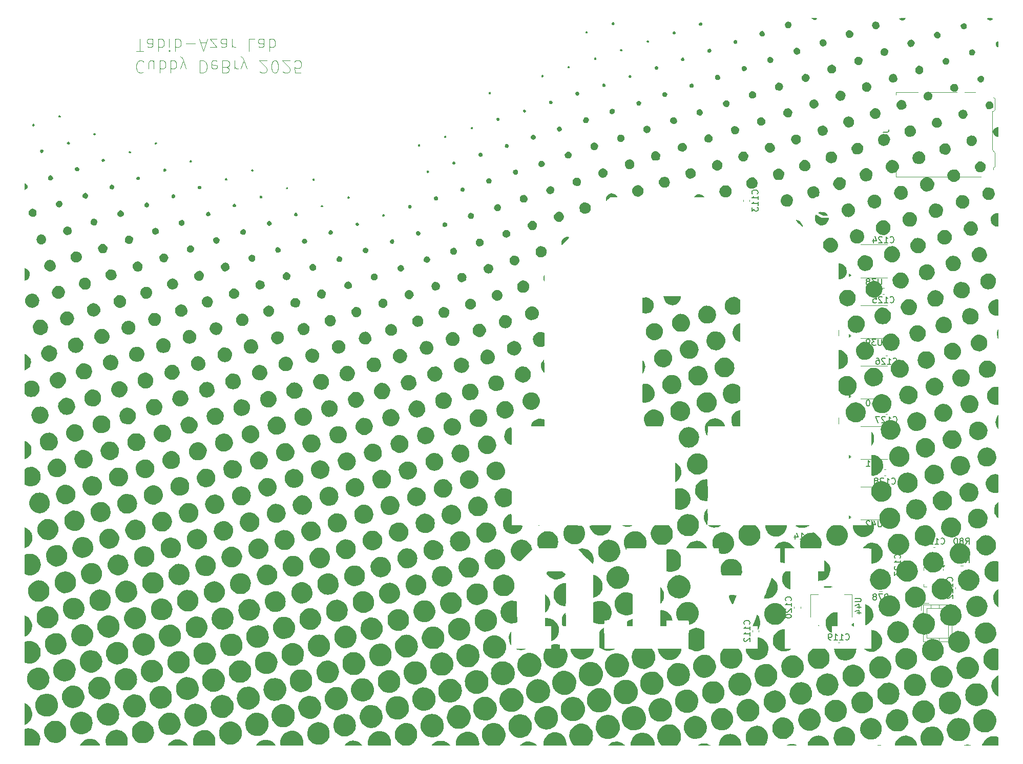
<source format=gbr>
%TF.GenerationSoftware,KiCad,Pcbnew,9.0.1*%
%TF.CreationDate,2025-11-23T11:55:31-07:00*%
%TF.ProjectId,Array,41727261-792e-46b6-9963-61645f706362,rev?*%
%TF.SameCoordinates,Original*%
%TF.FileFunction,Legend,Bot*%
%TF.FilePolarity,Positive*%
%FSLAX46Y46*%
G04 Gerber Fmt 4.6, Leading zero omitted, Abs format (unit mm)*
G04 Created by KiCad (PCBNEW 9.0.1) date 2025-11-23 11:55:31*
%MOMM*%
%LPD*%
G01*
G04 APERTURE LIST*
%ADD10C,0.100000*%
%ADD11C,0.150000*%
%ADD12C,0.120000*%
%ADD13C,0.000000*%
G04 APERTURE END LIST*
D10*
X62792278Y-43456039D02*
X62697040Y-43360801D01*
X62697040Y-43360801D02*
X62411326Y-43265562D01*
X62411326Y-43265562D02*
X62220850Y-43265562D01*
X62220850Y-43265562D02*
X61935135Y-43360801D01*
X61935135Y-43360801D02*
X61744659Y-43551277D01*
X61744659Y-43551277D02*
X61649421Y-43741753D01*
X61649421Y-43741753D02*
X61554183Y-44122705D01*
X61554183Y-44122705D02*
X61554183Y-44408420D01*
X61554183Y-44408420D02*
X61649421Y-44789372D01*
X61649421Y-44789372D02*
X61744659Y-44979848D01*
X61744659Y-44979848D02*
X61935135Y-45170324D01*
X61935135Y-45170324D02*
X62220850Y-45265562D01*
X62220850Y-45265562D02*
X62411326Y-45265562D01*
X62411326Y-45265562D02*
X62697040Y-45170324D01*
X62697040Y-45170324D02*
X62792278Y-45075086D01*
X64506564Y-44598896D02*
X64506564Y-43265562D01*
X63649421Y-44598896D02*
X63649421Y-43551277D01*
X63649421Y-43551277D02*
X63744659Y-43360801D01*
X63744659Y-43360801D02*
X63935135Y-43265562D01*
X63935135Y-43265562D02*
X64220850Y-43265562D01*
X64220850Y-43265562D02*
X64411326Y-43360801D01*
X64411326Y-43360801D02*
X64506564Y-43456039D01*
X65458945Y-43265562D02*
X65458945Y-45265562D01*
X65458945Y-44503658D02*
X65649421Y-44598896D01*
X65649421Y-44598896D02*
X66030374Y-44598896D01*
X66030374Y-44598896D02*
X66220850Y-44503658D01*
X66220850Y-44503658D02*
X66316088Y-44408420D01*
X66316088Y-44408420D02*
X66411326Y-44217943D01*
X66411326Y-44217943D02*
X66411326Y-43646515D01*
X66411326Y-43646515D02*
X66316088Y-43456039D01*
X66316088Y-43456039D02*
X66220850Y-43360801D01*
X66220850Y-43360801D02*
X66030374Y-43265562D01*
X66030374Y-43265562D02*
X65649421Y-43265562D01*
X65649421Y-43265562D02*
X65458945Y-43360801D01*
X67268469Y-43265562D02*
X67268469Y-45265562D01*
X67268469Y-44503658D02*
X67458945Y-44598896D01*
X67458945Y-44598896D02*
X67839898Y-44598896D01*
X67839898Y-44598896D02*
X68030374Y-44503658D01*
X68030374Y-44503658D02*
X68125612Y-44408420D01*
X68125612Y-44408420D02*
X68220850Y-44217943D01*
X68220850Y-44217943D02*
X68220850Y-43646515D01*
X68220850Y-43646515D02*
X68125612Y-43456039D01*
X68125612Y-43456039D02*
X68030374Y-43360801D01*
X68030374Y-43360801D02*
X67839898Y-43265562D01*
X67839898Y-43265562D02*
X67458945Y-43265562D01*
X67458945Y-43265562D02*
X67268469Y-43360801D01*
X68887517Y-44598896D02*
X69363707Y-43265562D01*
X69839898Y-44598896D02*
X69363707Y-43265562D01*
X69363707Y-43265562D02*
X69173231Y-42789372D01*
X69173231Y-42789372D02*
X69077993Y-42694134D01*
X69077993Y-42694134D02*
X68887517Y-42598896D01*
X72125613Y-43265562D02*
X72125613Y-45265562D01*
X72125613Y-45265562D02*
X72601803Y-45265562D01*
X72601803Y-45265562D02*
X72887518Y-45170324D01*
X72887518Y-45170324D02*
X73077994Y-44979848D01*
X73077994Y-44979848D02*
X73173232Y-44789372D01*
X73173232Y-44789372D02*
X73268470Y-44408420D01*
X73268470Y-44408420D02*
X73268470Y-44122705D01*
X73268470Y-44122705D02*
X73173232Y-43741753D01*
X73173232Y-43741753D02*
X73077994Y-43551277D01*
X73077994Y-43551277D02*
X72887518Y-43360801D01*
X72887518Y-43360801D02*
X72601803Y-43265562D01*
X72601803Y-43265562D02*
X72125613Y-43265562D01*
X74887518Y-43360801D02*
X74697042Y-43265562D01*
X74697042Y-43265562D02*
X74316089Y-43265562D01*
X74316089Y-43265562D02*
X74125613Y-43360801D01*
X74125613Y-43360801D02*
X74030375Y-43551277D01*
X74030375Y-43551277D02*
X74030375Y-44313181D01*
X74030375Y-44313181D02*
X74125613Y-44503658D01*
X74125613Y-44503658D02*
X74316089Y-44598896D01*
X74316089Y-44598896D02*
X74697042Y-44598896D01*
X74697042Y-44598896D02*
X74887518Y-44503658D01*
X74887518Y-44503658D02*
X74982756Y-44313181D01*
X74982756Y-44313181D02*
X74982756Y-44122705D01*
X74982756Y-44122705D02*
X74030375Y-43932229D01*
X76506566Y-44313181D02*
X76792280Y-44217943D01*
X76792280Y-44217943D02*
X76887518Y-44122705D01*
X76887518Y-44122705D02*
X76982756Y-43932229D01*
X76982756Y-43932229D02*
X76982756Y-43646515D01*
X76982756Y-43646515D02*
X76887518Y-43456039D01*
X76887518Y-43456039D02*
X76792280Y-43360801D01*
X76792280Y-43360801D02*
X76601804Y-43265562D01*
X76601804Y-43265562D02*
X75839899Y-43265562D01*
X75839899Y-43265562D02*
X75839899Y-45265562D01*
X75839899Y-45265562D02*
X76506566Y-45265562D01*
X76506566Y-45265562D02*
X76697042Y-45170324D01*
X76697042Y-45170324D02*
X76792280Y-45075086D01*
X76792280Y-45075086D02*
X76887518Y-44884610D01*
X76887518Y-44884610D02*
X76887518Y-44694134D01*
X76887518Y-44694134D02*
X76792280Y-44503658D01*
X76792280Y-44503658D02*
X76697042Y-44408420D01*
X76697042Y-44408420D02*
X76506566Y-44313181D01*
X76506566Y-44313181D02*
X75839899Y-44313181D01*
X77839899Y-43265562D02*
X77839899Y-44598896D01*
X77839899Y-44217943D02*
X77935137Y-44408420D01*
X77935137Y-44408420D02*
X78030375Y-44503658D01*
X78030375Y-44503658D02*
X78220851Y-44598896D01*
X78220851Y-44598896D02*
X78411328Y-44598896D01*
X78887518Y-44598896D02*
X79363708Y-43265562D01*
X79839899Y-44598896D02*
X79363708Y-43265562D01*
X79363708Y-43265562D02*
X79173232Y-42789372D01*
X79173232Y-42789372D02*
X79077994Y-42694134D01*
X79077994Y-42694134D02*
X78887518Y-42598896D01*
X82030376Y-45075086D02*
X82125614Y-45170324D01*
X82125614Y-45170324D02*
X82316090Y-45265562D01*
X82316090Y-45265562D02*
X82792281Y-45265562D01*
X82792281Y-45265562D02*
X82982757Y-45170324D01*
X82982757Y-45170324D02*
X83077995Y-45075086D01*
X83077995Y-45075086D02*
X83173233Y-44884610D01*
X83173233Y-44884610D02*
X83173233Y-44694134D01*
X83173233Y-44694134D02*
X83077995Y-44408420D01*
X83077995Y-44408420D02*
X81935138Y-43265562D01*
X81935138Y-43265562D02*
X83173233Y-43265562D01*
X84411328Y-45265562D02*
X84601805Y-45265562D01*
X84601805Y-45265562D02*
X84792281Y-45170324D01*
X84792281Y-45170324D02*
X84887519Y-45075086D01*
X84887519Y-45075086D02*
X84982757Y-44884610D01*
X84982757Y-44884610D02*
X85077995Y-44503658D01*
X85077995Y-44503658D02*
X85077995Y-44027467D01*
X85077995Y-44027467D02*
X84982757Y-43646515D01*
X84982757Y-43646515D02*
X84887519Y-43456039D01*
X84887519Y-43456039D02*
X84792281Y-43360801D01*
X84792281Y-43360801D02*
X84601805Y-43265562D01*
X84601805Y-43265562D02*
X84411328Y-43265562D01*
X84411328Y-43265562D02*
X84220852Y-43360801D01*
X84220852Y-43360801D02*
X84125614Y-43456039D01*
X84125614Y-43456039D02*
X84030376Y-43646515D01*
X84030376Y-43646515D02*
X83935138Y-44027467D01*
X83935138Y-44027467D02*
X83935138Y-44503658D01*
X83935138Y-44503658D02*
X84030376Y-44884610D01*
X84030376Y-44884610D02*
X84125614Y-45075086D01*
X84125614Y-45075086D02*
X84220852Y-45170324D01*
X84220852Y-45170324D02*
X84411328Y-45265562D01*
X85839900Y-45075086D02*
X85935138Y-45170324D01*
X85935138Y-45170324D02*
X86125614Y-45265562D01*
X86125614Y-45265562D02*
X86601805Y-45265562D01*
X86601805Y-45265562D02*
X86792281Y-45170324D01*
X86792281Y-45170324D02*
X86887519Y-45075086D01*
X86887519Y-45075086D02*
X86982757Y-44884610D01*
X86982757Y-44884610D02*
X86982757Y-44694134D01*
X86982757Y-44694134D02*
X86887519Y-44408420D01*
X86887519Y-44408420D02*
X85744662Y-43265562D01*
X85744662Y-43265562D02*
X86982757Y-43265562D01*
X88792281Y-45265562D02*
X87839900Y-45265562D01*
X87839900Y-45265562D02*
X87744662Y-44313181D01*
X87744662Y-44313181D02*
X87839900Y-44408420D01*
X87839900Y-44408420D02*
X88030376Y-44503658D01*
X88030376Y-44503658D02*
X88506567Y-44503658D01*
X88506567Y-44503658D02*
X88697043Y-44408420D01*
X88697043Y-44408420D02*
X88792281Y-44313181D01*
X88792281Y-44313181D02*
X88887519Y-44122705D01*
X88887519Y-44122705D02*
X88887519Y-43646515D01*
X88887519Y-43646515D02*
X88792281Y-43456039D01*
X88792281Y-43456039D02*
X88697043Y-43360801D01*
X88697043Y-43360801D02*
X88506567Y-43265562D01*
X88506567Y-43265562D02*
X88030376Y-43265562D01*
X88030376Y-43265562D02*
X87839900Y-43360801D01*
X87839900Y-43360801D02*
X87744662Y-43456039D01*
X61617707Y-41709562D02*
X62760564Y-41709562D01*
X62189135Y-39709562D02*
X62189135Y-41709562D01*
X64284374Y-39709562D02*
X64284374Y-40757181D01*
X64284374Y-40757181D02*
X64189136Y-40947658D01*
X64189136Y-40947658D02*
X63998660Y-41042896D01*
X63998660Y-41042896D02*
X63617707Y-41042896D01*
X63617707Y-41042896D02*
X63427231Y-40947658D01*
X64284374Y-39804801D02*
X64093898Y-39709562D01*
X64093898Y-39709562D02*
X63617707Y-39709562D01*
X63617707Y-39709562D02*
X63427231Y-39804801D01*
X63427231Y-39804801D02*
X63331993Y-39995277D01*
X63331993Y-39995277D02*
X63331993Y-40185753D01*
X63331993Y-40185753D02*
X63427231Y-40376229D01*
X63427231Y-40376229D02*
X63617707Y-40471467D01*
X63617707Y-40471467D02*
X64093898Y-40471467D01*
X64093898Y-40471467D02*
X64284374Y-40566705D01*
X65236755Y-39709562D02*
X65236755Y-41709562D01*
X65236755Y-40947658D02*
X65427231Y-41042896D01*
X65427231Y-41042896D02*
X65808184Y-41042896D01*
X65808184Y-41042896D02*
X65998660Y-40947658D01*
X65998660Y-40947658D02*
X66093898Y-40852420D01*
X66093898Y-40852420D02*
X66189136Y-40661943D01*
X66189136Y-40661943D02*
X66189136Y-40090515D01*
X66189136Y-40090515D02*
X66093898Y-39900039D01*
X66093898Y-39900039D02*
X65998660Y-39804801D01*
X65998660Y-39804801D02*
X65808184Y-39709562D01*
X65808184Y-39709562D02*
X65427231Y-39709562D01*
X65427231Y-39709562D02*
X65236755Y-39804801D01*
X67046279Y-39709562D02*
X67046279Y-41042896D01*
X67046279Y-41709562D02*
X66951041Y-41614324D01*
X66951041Y-41614324D02*
X67046279Y-41519086D01*
X67046279Y-41519086D02*
X67141517Y-41614324D01*
X67141517Y-41614324D02*
X67046279Y-41709562D01*
X67046279Y-41709562D02*
X67046279Y-41519086D01*
X67998660Y-39709562D02*
X67998660Y-41709562D01*
X67998660Y-40947658D02*
X68189136Y-41042896D01*
X68189136Y-41042896D02*
X68570089Y-41042896D01*
X68570089Y-41042896D02*
X68760565Y-40947658D01*
X68760565Y-40947658D02*
X68855803Y-40852420D01*
X68855803Y-40852420D02*
X68951041Y-40661943D01*
X68951041Y-40661943D02*
X68951041Y-40090515D01*
X68951041Y-40090515D02*
X68855803Y-39900039D01*
X68855803Y-39900039D02*
X68760565Y-39804801D01*
X68760565Y-39804801D02*
X68570089Y-39709562D01*
X68570089Y-39709562D02*
X68189136Y-39709562D01*
X68189136Y-39709562D02*
X67998660Y-39804801D01*
X69808184Y-40471467D02*
X71331994Y-40471467D01*
X72189136Y-40280991D02*
X73141517Y-40280991D01*
X71998660Y-39709562D02*
X72665326Y-41709562D01*
X72665326Y-41709562D02*
X73331993Y-39709562D01*
X73808184Y-41042896D02*
X74855803Y-41042896D01*
X74855803Y-41042896D02*
X73808184Y-39709562D01*
X73808184Y-39709562D02*
X74855803Y-39709562D01*
X76474851Y-39709562D02*
X76474851Y-40757181D01*
X76474851Y-40757181D02*
X76379613Y-40947658D01*
X76379613Y-40947658D02*
X76189137Y-41042896D01*
X76189137Y-41042896D02*
X75808184Y-41042896D01*
X75808184Y-41042896D02*
X75617708Y-40947658D01*
X76474851Y-39804801D02*
X76284375Y-39709562D01*
X76284375Y-39709562D02*
X75808184Y-39709562D01*
X75808184Y-39709562D02*
X75617708Y-39804801D01*
X75617708Y-39804801D02*
X75522470Y-39995277D01*
X75522470Y-39995277D02*
X75522470Y-40185753D01*
X75522470Y-40185753D02*
X75617708Y-40376229D01*
X75617708Y-40376229D02*
X75808184Y-40471467D01*
X75808184Y-40471467D02*
X76284375Y-40471467D01*
X76284375Y-40471467D02*
X76474851Y-40566705D01*
X77427232Y-39709562D02*
X77427232Y-41042896D01*
X77427232Y-40661943D02*
X77522470Y-40852420D01*
X77522470Y-40852420D02*
X77617708Y-40947658D01*
X77617708Y-40947658D02*
X77808184Y-41042896D01*
X77808184Y-41042896D02*
X77998661Y-41042896D01*
X81141518Y-39709562D02*
X80189137Y-39709562D01*
X80189137Y-39709562D02*
X80189137Y-41709562D01*
X82665328Y-39709562D02*
X82665328Y-40757181D01*
X82665328Y-40757181D02*
X82570090Y-40947658D01*
X82570090Y-40947658D02*
X82379614Y-41042896D01*
X82379614Y-41042896D02*
X81998661Y-41042896D01*
X81998661Y-41042896D02*
X81808185Y-40947658D01*
X82665328Y-39804801D02*
X82474852Y-39709562D01*
X82474852Y-39709562D02*
X81998661Y-39709562D01*
X81998661Y-39709562D02*
X81808185Y-39804801D01*
X81808185Y-39804801D02*
X81712947Y-39995277D01*
X81712947Y-39995277D02*
X81712947Y-40185753D01*
X81712947Y-40185753D02*
X81808185Y-40376229D01*
X81808185Y-40376229D02*
X81998661Y-40471467D01*
X81998661Y-40471467D02*
X82474852Y-40471467D01*
X82474852Y-40471467D02*
X82665328Y-40566705D01*
X83617709Y-39709562D02*
X83617709Y-41709562D01*
X83617709Y-40947658D02*
X83808185Y-41042896D01*
X83808185Y-41042896D02*
X84189138Y-41042896D01*
X84189138Y-41042896D02*
X84379614Y-40947658D01*
X84379614Y-40947658D02*
X84474852Y-40852420D01*
X84474852Y-40852420D02*
X84570090Y-40661943D01*
X84570090Y-40661943D02*
X84570090Y-40090515D01*
X84570090Y-40090515D02*
X84474852Y-39900039D01*
X84474852Y-39900039D02*
X84379614Y-39804801D01*
X84379614Y-39804801D02*
X84189138Y-39709562D01*
X84189138Y-39709562D02*
X83808185Y-39709562D01*
X83808185Y-39709562D02*
X83617709Y-39804801D01*
D11*
X178813489Y-138871181D02*
X178861108Y-138918801D01*
X178861108Y-138918801D02*
X179003965Y-138966420D01*
X179003965Y-138966420D02*
X179099203Y-138966420D01*
X179099203Y-138966420D02*
X179242060Y-138918801D01*
X179242060Y-138918801D02*
X179337298Y-138823562D01*
X179337298Y-138823562D02*
X179384917Y-138728324D01*
X179384917Y-138728324D02*
X179432536Y-138537848D01*
X179432536Y-138537848D02*
X179432536Y-138394991D01*
X179432536Y-138394991D02*
X179384917Y-138204515D01*
X179384917Y-138204515D02*
X179337298Y-138109277D01*
X179337298Y-138109277D02*
X179242060Y-138014039D01*
X179242060Y-138014039D02*
X179099203Y-137966420D01*
X179099203Y-137966420D02*
X179003965Y-137966420D01*
X179003965Y-137966420D02*
X178861108Y-138014039D01*
X178861108Y-138014039D02*
X178813489Y-138061658D01*
X177861108Y-138966420D02*
X178432536Y-138966420D01*
X178146822Y-138966420D02*
X178146822Y-137966420D01*
X178146822Y-137966420D02*
X178242060Y-138109277D01*
X178242060Y-138109277D02*
X178337298Y-138204515D01*
X178337298Y-138204515D02*
X178432536Y-138252134D01*
X176908727Y-138966420D02*
X177480155Y-138966420D01*
X177194441Y-138966420D02*
X177194441Y-137966420D01*
X177194441Y-137966420D02*
X177289679Y-138109277D01*
X177289679Y-138109277D02*
X177384917Y-138204515D01*
X177384917Y-138204515D02*
X177480155Y-138252134D01*
X176432536Y-138966420D02*
X176242060Y-138966420D01*
X176242060Y-138966420D02*
X176146822Y-138918801D01*
X176146822Y-138918801D02*
X176099203Y-138871181D01*
X176099203Y-138871181D02*
X176003965Y-138728324D01*
X176003965Y-138728324D02*
X175956346Y-138537848D01*
X175956346Y-138537848D02*
X175956346Y-138156896D01*
X175956346Y-138156896D02*
X176003965Y-138061658D01*
X176003965Y-138061658D02*
X176051584Y-138014039D01*
X176051584Y-138014039D02*
X176146822Y-137966420D01*
X176146822Y-137966420D02*
X176337298Y-137966420D01*
X176337298Y-137966420D02*
X176432536Y-138014039D01*
X176432536Y-138014039D02*
X176480155Y-138061658D01*
X176480155Y-138061658D02*
X176527774Y-138156896D01*
X176527774Y-138156896D02*
X176527774Y-138394991D01*
X176527774Y-138394991D02*
X176480155Y-138490229D01*
X176480155Y-138490229D02*
X176432536Y-138537848D01*
X176432536Y-138537848D02*
X176337298Y-138585467D01*
X176337298Y-138585467D02*
X176146822Y-138585467D01*
X176146822Y-138585467D02*
X176051584Y-138537848D01*
X176051584Y-138537848D02*
X176003965Y-138490229D01*
X176003965Y-138490229D02*
X175956346Y-138394991D01*
X180392261Y-132099506D02*
X181201784Y-132099506D01*
X181201784Y-132099506D02*
X181297022Y-132147125D01*
X181297022Y-132147125D02*
X181344642Y-132194744D01*
X181344642Y-132194744D02*
X181392261Y-132289982D01*
X181392261Y-132289982D02*
X181392261Y-132480458D01*
X181392261Y-132480458D02*
X181344642Y-132575696D01*
X181344642Y-132575696D02*
X181297022Y-132623315D01*
X181297022Y-132623315D02*
X181201784Y-132670934D01*
X181201784Y-132670934D02*
X180392261Y-132670934D01*
X180725594Y-133575696D02*
X181392261Y-133575696D01*
X180344642Y-133337601D02*
X181058927Y-133099506D01*
X181058927Y-133099506D02*
X181058927Y-133718553D01*
X180725594Y-134528077D02*
X181392261Y-134528077D01*
X180344642Y-134289982D02*
X181058927Y-134051887D01*
X181058927Y-134051887D02*
X181058927Y-134670934D01*
X169779022Y-132485553D02*
X169826642Y-132437934D01*
X169826642Y-132437934D02*
X169874261Y-132295077D01*
X169874261Y-132295077D02*
X169874261Y-132199839D01*
X169874261Y-132199839D02*
X169826642Y-132056982D01*
X169826642Y-132056982D02*
X169731403Y-131961744D01*
X169731403Y-131961744D02*
X169636165Y-131914125D01*
X169636165Y-131914125D02*
X169445689Y-131866506D01*
X169445689Y-131866506D02*
X169302832Y-131866506D01*
X169302832Y-131866506D02*
X169112356Y-131914125D01*
X169112356Y-131914125D02*
X169017118Y-131961744D01*
X169017118Y-131961744D02*
X168921880Y-132056982D01*
X168921880Y-132056982D02*
X168874261Y-132199839D01*
X168874261Y-132199839D02*
X168874261Y-132295077D01*
X168874261Y-132295077D02*
X168921880Y-132437934D01*
X168921880Y-132437934D02*
X168969499Y-132485553D01*
X169874261Y-133437934D02*
X169874261Y-132866506D01*
X169874261Y-133152220D02*
X168874261Y-133152220D01*
X168874261Y-133152220D02*
X169017118Y-133056982D01*
X169017118Y-133056982D02*
X169112356Y-132961744D01*
X169112356Y-132961744D02*
X169159975Y-132866506D01*
X168969499Y-133818887D02*
X168921880Y-133866506D01*
X168921880Y-133866506D02*
X168874261Y-133961744D01*
X168874261Y-133961744D02*
X168874261Y-134199839D01*
X168874261Y-134199839D02*
X168921880Y-134295077D01*
X168921880Y-134295077D02*
X168969499Y-134342696D01*
X168969499Y-134342696D02*
X169064737Y-134390315D01*
X169064737Y-134390315D02*
X169159975Y-134390315D01*
X169159975Y-134390315D02*
X169302832Y-134342696D01*
X169302832Y-134342696D02*
X169874261Y-133771268D01*
X169874261Y-133771268D02*
X169874261Y-134390315D01*
X168874261Y-135009363D02*
X168874261Y-135104601D01*
X168874261Y-135104601D02*
X168921880Y-135199839D01*
X168921880Y-135199839D02*
X168969499Y-135247458D01*
X168969499Y-135247458D02*
X169064737Y-135295077D01*
X169064737Y-135295077D02*
X169255213Y-135342696D01*
X169255213Y-135342696D02*
X169493308Y-135342696D01*
X169493308Y-135342696D02*
X169683784Y-135295077D01*
X169683784Y-135295077D02*
X169779022Y-135247458D01*
X169779022Y-135247458D02*
X169826642Y-135199839D01*
X169826642Y-135199839D02*
X169874261Y-135104601D01*
X169874261Y-135104601D02*
X169874261Y-135009363D01*
X169874261Y-135009363D02*
X169826642Y-134914125D01*
X169826642Y-134914125D02*
X169779022Y-134866506D01*
X169779022Y-134866506D02*
X169683784Y-134818887D01*
X169683784Y-134818887D02*
X169493308Y-134771268D01*
X169493308Y-134771268D02*
X169255213Y-134771268D01*
X169255213Y-134771268D02*
X169064737Y-134818887D01*
X169064737Y-134818887D02*
X168969499Y-134866506D01*
X168969499Y-134866506D02*
X168921880Y-134914125D01*
X168921880Y-134914125D02*
X168874261Y-135009363D01*
X187799022Y-125475553D02*
X187846642Y-125427934D01*
X187846642Y-125427934D02*
X187894261Y-125285077D01*
X187894261Y-125285077D02*
X187894261Y-125189839D01*
X187894261Y-125189839D02*
X187846642Y-125046982D01*
X187846642Y-125046982D02*
X187751403Y-124951744D01*
X187751403Y-124951744D02*
X187656165Y-124904125D01*
X187656165Y-124904125D02*
X187465689Y-124856506D01*
X187465689Y-124856506D02*
X187322832Y-124856506D01*
X187322832Y-124856506D02*
X187132356Y-124904125D01*
X187132356Y-124904125D02*
X187037118Y-124951744D01*
X187037118Y-124951744D02*
X186941880Y-125046982D01*
X186941880Y-125046982D02*
X186894261Y-125189839D01*
X186894261Y-125189839D02*
X186894261Y-125285077D01*
X186894261Y-125285077D02*
X186941880Y-125427934D01*
X186941880Y-125427934D02*
X186989499Y-125475553D01*
X187894261Y-126427934D02*
X187894261Y-125856506D01*
X187894261Y-126142220D02*
X186894261Y-126142220D01*
X186894261Y-126142220D02*
X187037118Y-126046982D01*
X187037118Y-126046982D02*
X187132356Y-125951744D01*
X187132356Y-125951744D02*
X187179975Y-125856506D01*
X186989499Y-126808887D02*
X186941880Y-126856506D01*
X186941880Y-126856506D02*
X186894261Y-126951744D01*
X186894261Y-126951744D02*
X186894261Y-127189839D01*
X186894261Y-127189839D02*
X186941880Y-127285077D01*
X186941880Y-127285077D02*
X186989499Y-127332696D01*
X186989499Y-127332696D02*
X187084737Y-127380315D01*
X187084737Y-127380315D02*
X187179975Y-127380315D01*
X187179975Y-127380315D02*
X187322832Y-127332696D01*
X187322832Y-127332696D02*
X187894261Y-126761268D01*
X187894261Y-126761268D02*
X187894261Y-127380315D01*
X186894261Y-127713649D02*
X186894261Y-128332696D01*
X186894261Y-128332696D02*
X187275213Y-127999363D01*
X187275213Y-127999363D02*
X187275213Y-128142220D01*
X187275213Y-128142220D02*
X187322832Y-128237458D01*
X187322832Y-128237458D02*
X187370451Y-128285077D01*
X187370451Y-128285077D02*
X187465689Y-128332696D01*
X187465689Y-128332696D02*
X187703784Y-128332696D01*
X187703784Y-128332696D02*
X187799022Y-128285077D01*
X187799022Y-128285077D02*
X187846642Y-128237458D01*
X187846642Y-128237458D02*
X187894261Y-128142220D01*
X187894261Y-128142220D02*
X187894261Y-127856506D01*
X187894261Y-127856506D02*
X187846642Y-127761268D01*
X187846642Y-127761268D02*
X187799022Y-127713649D01*
X198656299Y-126226420D02*
X198989632Y-125750229D01*
X199227727Y-126226420D02*
X199227727Y-125226420D01*
X199227727Y-125226420D02*
X198846775Y-125226420D01*
X198846775Y-125226420D02*
X198751537Y-125274039D01*
X198751537Y-125274039D02*
X198703918Y-125321658D01*
X198703918Y-125321658D02*
X198656299Y-125416896D01*
X198656299Y-125416896D02*
X198656299Y-125559753D01*
X198656299Y-125559753D02*
X198703918Y-125654991D01*
X198703918Y-125654991D02*
X198751537Y-125702610D01*
X198751537Y-125702610D02*
X198846775Y-125750229D01*
X198846775Y-125750229D02*
X199227727Y-125750229D01*
X198322965Y-125226420D02*
X197656299Y-125226420D01*
X197656299Y-125226420D02*
X198084870Y-126226420D01*
X197370584Y-125226420D02*
X196703918Y-125226420D01*
X196703918Y-125226420D02*
X197132489Y-126226420D01*
X185257299Y-129322420D02*
X185590632Y-128846229D01*
X185828727Y-129322420D02*
X185828727Y-128322420D01*
X185828727Y-128322420D02*
X185447775Y-128322420D01*
X185447775Y-128322420D02*
X185352537Y-128370039D01*
X185352537Y-128370039D02*
X185304918Y-128417658D01*
X185304918Y-128417658D02*
X185257299Y-128512896D01*
X185257299Y-128512896D02*
X185257299Y-128655753D01*
X185257299Y-128655753D02*
X185304918Y-128750991D01*
X185304918Y-128750991D02*
X185352537Y-128798610D01*
X185352537Y-128798610D02*
X185447775Y-128846229D01*
X185447775Y-128846229D02*
X185828727Y-128846229D01*
X184923965Y-128322420D02*
X184257299Y-128322420D01*
X184257299Y-128322420D02*
X184685870Y-129322420D01*
X183828727Y-129322420D02*
X183638251Y-129322420D01*
X183638251Y-129322420D02*
X183543013Y-129274801D01*
X183543013Y-129274801D02*
X183495394Y-129227181D01*
X183495394Y-129227181D02*
X183400156Y-129084324D01*
X183400156Y-129084324D02*
X183352537Y-128893848D01*
X183352537Y-128893848D02*
X183352537Y-128512896D01*
X183352537Y-128512896D02*
X183400156Y-128417658D01*
X183400156Y-128417658D02*
X183447775Y-128370039D01*
X183447775Y-128370039D02*
X183543013Y-128322420D01*
X183543013Y-128322420D02*
X183733489Y-128322420D01*
X183733489Y-128322420D02*
X183828727Y-128370039D01*
X183828727Y-128370039D02*
X183876346Y-128417658D01*
X183876346Y-128417658D02*
X183923965Y-128512896D01*
X183923965Y-128512896D02*
X183923965Y-128750991D01*
X183923965Y-128750991D02*
X183876346Y-128846229D01*
X183876346Y-128846229D02*
X183828727Y-128893848D01*
X183828727Y-128893848D02*
X183733489Y-128941467D01*
X183733489Y-128941467D02*
X183543013Y-128941467D01*
X183543013Y-128941467D02*
X183447775Y-128893848D01*
X183447775Y-128893848D02*
X183400156Y-128846229D01*
X183400156Y-128846229D02*
X183352537Y-128750991D01*
X185257299Y-132370420D02*
X185590632Y-131894229D01*
X185828727Y-132370420D02*
X185828727Y-131370420D01*
X185828727Y-131370420D02*
X185447775Y-131370420D01*
X185447775Y-131370420D02*
X185352537Y-131418039D01*
X185352537Y-131418039D02*
X185304918Y-131465658D01*
X185304918Y-131465658D02*
X185257299Y-131560896D01*
X185257299Y-131560896D02*
X185257299Y-131703753D01*
X185257299Y-131703753D02*
X185304918Y-131798991D01*
X185304918Y-131798991D02*
X185352537Y-131846610D01*
X185352537Y-131846610D02*
X185447775Y-131894229D01*
X185447775Y-131894229D02*
X185828727Y-131894229D01*
X184923965Y-131370420D02*
X184257299Y-131370420D01*
X184257299Y-131370420D02*
X184685870Y-132370420D01*
X183733489Y-131798991D02*
X183828727Y-131751372D01*
X183828727Y-131751372D02*
X183876346Y-131703753D01*
X183876346Y-131703753D02*
X183923965Y-131608515D01*
X183923965Y-131608515D02*
X183923965Y-131560896D01*
X183923965Y-131560896D02*
X183876346Y-131465658D01*
X183876346Y-131465658D02*
X183828727Y-131418039D01*
X183828727Y-131418039D02*
X183733489Y-131370420D01*
X183733489Y-131370420D02*
X183543013Y-131370420D01*
X183543013Y-131370420D02*
X183447775Y-131418039D01*
X183447775Y-131418039D02*
X183400156Y-131465658D01*
X183400156Y-131465658D02*
X183352537Y-131560896D01*
X183352537Y-131560896D02*
X183352537Y-131608515D01*
X183352537Y-131608515D02*
X183400156Y-131703753D01*
X183400156Y-131703753D02*
X183447775Y-131751372D01*
X183447775Y-131751372D02*
X183543013Y-131798991D01*
X183543013Y-131798991D02*
X183733489Y-131798991D01*
X183733489Y-131798991D02*
X183828727Y-131846610D01*
X183828727Y-131846610D02*
X183876346Y-131894229D01*
X183876346Y-131894229D02*
X183923965Y-131989467D01*
X183923965Y-131989467D02*
X183923965Y-132179943D01*
X183923965Y-132179943D02*
X183876346Y-132275181D01*
X183876346Y-132275181D02*
X183828727Y-132322801D01*
X183828727Y-132322801D02*
X183733489Y-132370420D01*
X183733489Y-132370420D02*
X183543013Y-132370420D01*
X183543013Y-132370420D02*
X183447775Y-132322801D01*
X183447775Y-132322801D02*
X183400156Y-132275181D01*
X183400156Y-132275181D02*
X183352537Y-132179943D01*
X183352537Y-132179943D02*
X183352537Y-131989467D01*
X183352537Y-131989467D02*
X183400156Y-131894229D01*
X183400156Y-131894229D02*
X183447775Y-131846610D01*
X183447775Y-131846610D02*
X183543013Y-131798991D01*
X196435022Y-129272553D02*
X196482642Y-129224934D01*
X196482642Y-129224934D02*
X196530261Y-129082077D01*
X196530261Y-129082077D02*
X196530261Y-128986839D01*
X196530261Y-128986839D02*
X196482642Y-128843982D01*
X196482642Y-128843982D02*
X196387403Y-128748744D01*
X196387403Y-128748744D02*
X196292165Y-128701125D01*
X196292165Y-128701125D02*
X196101689Y-128653506D01*
X196101689Y-128653506D02*
X195958832Y-128653506D01*
X195958832Y-128653506D02*
X195768356Y-128701125D01*
X195768356Y-128701125D02*
X195673118Y-128748744D01*
X195673118Y-128748744D02*
X195577880Y-128843982D01*
X195577880Y-128843982D02*
X195530261Y-128986839D01*
X195530261Y-128986839D02*
X195530261Y-129082077D01*
X195530261Y-129082077D02*
X195577880Y-129224934D01*
X195577880Y-129224934D02*
X195625499Y-129272553D01*
X196530261Y-130224934D02*
X196530261Y-129653506D01*
X196530261Y-129939220D02*
X195530261Y-129939220D01*
X195530261Y-129939220D02*
X195673118Y-129843982D01*
X195673118Y-129843982D02*
X195768356Y-129748744D01*
X195768356Y-129748744D02*
X195815975Y-129653506D01*
X195625499Y-130605887D02*
X195577880Y-130653506D01*
X195577880Y-130653506D02*
X195530261Y-130748744D01*
X195530261Y-130748744D02*
X195530261Y-130986839D01*
X195530261Y-130986839D02*
X195577880Y-131082077D01*
X195577880Y-131082077D02*
X195625499Y-131129696D01*
X195625499Y-131129696D02*
X195720737Y-131177315D01*
X195720737Y-131177315D02*
X195815975Y-131177315D01*
X195815975Y-131177315D02*
X195958832Y-131129696D01*
X195958832Y-131129696D02*
X196530261Y-130558268D01*
X196530261Y-130558268D02*
X196530261Y-131177315D01*
X195625499Y-131558268D02*
X195577880Y-131605887D01*
X195577880Y-131605887D02*
X195530261Y-131701125D01*
X195530261Y-131701125D02*
X195530261Y-131939220D01*
X195530261Y-131939220D02*
X195577880Y-132034458D01*
X195577880Y-132034458D02*
X195625499Y-132082077D01*
X195625499Y-132082077D02*
X195720737Y-132129696D01*
X195720737Y-132129696D02*
X195815975Y-132129696D01*
X195815975Y-132129696D02*
X195958832Y-132082077D01*
X195958832Y-132082077D02*
X196530261Y-131510649D01*
X196530261Y-131510649D02*
X196530261Y-132129696D01*
X198656299Y-123147952D02*
X198989632Y-122671761D01*
X199227727Y-123147952D02*
X199227727Y-122147952D01*
X199227727Y-122147952D02*
X198846775Y-122147952D01*
X198846775Y-122147952D02*
X198751537Y-122195571D01*
X198751537Y-122195571D02*
X198703918Y-122243190D01*
X198703918Y-122243190D02*
X198656299Y-122338428D01*
X198656299Y-122338428D02*
X198656299Y-122481285D01*
X198656299Y-122481285D02*
X198703918Y-122576523D01*
X198703918Y-122576523D02*
X198751537Y-122624142D01*
X198751537Y-122624142D02*
X198846775Y-122671761D01*
X198846775Y-122671761D02*
X199227727Y-122671761D01*
X198084870Y-122576523D02*
X198180108Y-122528904D01*
X198180108Y-122528904D02*
X198227727Y-122481285D01*
X198227727Y-122481285D02*
X198275346Y-122386047D01*
X198275346Y-122386047D02*
X198275346Y-122338428D01*
X198275346Y-122338428D02*
X198227727Y-122243190D01*
X198227727Y-122243190D02*
X198180108Y-122195571D01*
X198180108Y-122195571D02*
X198084870Y-122147952D01*
X198084870Y-122147952D02*
X197894394Y-122147952D01*
X197894394Y-122147952D02*
X197799156Y-122195571D01*
X197799156Y-122195571D02*
X197751537Y-122243190D01*
X197751537Y-122243190D02*
X197703918Y-122338428D01*
X197703918Y-122338428D02*
X197703918Y-122386047D01*
X197703918Y-122386047D02*
X197751537Y-122481285D01*
X197751537Y-122481285D02*
X197799156Y-122528904D01*
X197799156Y-122528904D02*
X197894394Y-122576523D01*
X197894394Y-122576523D02*
X198084870Y-122576523D01*
X198084870Y-122576523D02*
X198180108Y-122624142D01*
X198180108Y-122624142D02*
X198227727Y-122671761D01*
X198227727Y-122671761D02*
X198275346Y-122766999D01*
X198275346Y-122766999D02*
X198275346Y-122957475D01*
X198275346Y-122957475D02*
X198227727Y-123052713D01*
X198227727Y-123052713D02*
X198180108Y-123100333D01*
X198180108Y-123100333D02*
X198084870Y-123147952D01*
X198084870Y-123147952D02*
X197894394Y-123147952D01*
X197894394Y-123147952D02*
X197799156Y-123100333D01*
X197799156Y-123100333D02*
X197751537Y-123052713D01*
X197751537Y-123052713D02*
X197703918Y-122957475D01*
X197703918Y-122957475D02*
X197703918Y-122766999D01*
X197703918Y-122766999D02*
X197751537Y-122671761D01*
X197751537Y-122671761D02*
X197799156Y-122624142D01*
X197799156Y-122624142D02*
X197894394Y-122576523D01*
X197084870Y-122147952D02*
X196989632Y-122147952D01*
X196989632Y-122147952D02*
X196894394Y-122195571D01*
X196894394Y-122195571D02*
X196846775Y-122243190D01*
X196846775Y-122243190D02*
X196799156Y-122338428D01*
X196799156Y-122338428D02*
X196751537Y-122528904D01*
X196751537Y-122528904D02*
X196751537Y-122766999D01*
X196751537Y-122766999D02*
X196799156Y-122957475D01*
X196799156Y-122957475D02*
X196846775Y-123052713D01*
X196846775Y-123052713D02*
X196894394Y-123100333D01*
X196894394Y-123100333D02*
X196989632Y-123147952D01*
X196989632Y-123147952D02*
X197084870Y-123147952D01*
X197084870Y-123147952D02*
X197180108Y-123100333D01*
X197180108Y-123100333D02*
X197227727Y-123052713D01*
X197227727Y-123052713D02*
X197275346Y-122957475D01*
X197275346Y-122957475D02*
X197322965Y-122766999D01*
X197322965Y-122766999D02*
X197322965Y-122528904D01*
X197322965Y-122528904D02*
X197275346Y-122338428D01*
X197275346Y-122338428D02*
X197227727Y-122243190D01*
X197227727Y-122243190D02*
X197180108Y-122195571D01*
X197180108Y-122195571D02*
X197084870Y-122147952D01*
X194593036Y-125226420D02*
X194593036Y-126035943D01*
X194593036Y-126035943D02*
X194545417Y-126131181D01*
X194545417Y-126131181D02*
X194497798Y-126178801D01*
X194497798Y-126178801D02*
X194402560Y-126226420D01*
X194402560Y-126226420D02*
X194212084Y-126226420D01*
X194212084Y-126226420D02*
X194116846Y-126178801D01*
X194116846Y-126178801D02*
X194069227Y-126131181D01*
X194069227Y-126131181D02*
X194021608Y-126035943D01*
X194021608Y-126035943D02*
X194021608Y-125226420D01*
X193116846Y-125559753D02*
X193116846Y-126226420D01*
X193354941Y-125178801D02*
X193593036Y-125893086D01*
X193593036Y-125893086D02*
X192973989Y-125893086D01*
X192116846Y-125226420D02*
X192593036Y-125226420D01*
X192593036Y-125226420D02*
X192640655Y-125702610D01*
X192640655Y-125702610D02*
X192593036Y-125654991D01*
X192593036Y-125654991D02*
X192497798Y-125607372D01*
X192497798Y-125607372D02*
X192259703Y-125607372D01*
X192259703Y-125607372D02*
X192164465Y-125654991D01*
X192164465Y-125654991D02*
X192116846Y-125702610D01*
X192116846Y-125702610D02*
X192069227Y-125797848D01*
X192069227Y-125797848D02*
X192069227Y-126035943D01*
X192069227Y-126035943D02*
X192116846Y-126131181D01*
X192116846Y-126131181D02*
X192164465Y-126178801D01*
X192164465Y-126178801D02*
X192259703Y-126226420D01*
X192259703Y-126226420D02*
X192497798Y-126226420D01*
X192497798Y-126226420D02*
X192593036Y-126178801D01*
X192593036Y-126178801D02*
X192640655Y-126131181D01*
X194560489Y-123052713D02*
X194608108Y-123100333D01*
X194608108Y-123100333D02*
X194750965Y-123147952D01*
X194750965Y-123147952D02*
X194846203Y-123147952D01*
X194846203Y-123147952D02*
X194989060Y-123100333D01*
X194989060Y-123100333D02*
X195084298Y-123005094D01*
X195084298Y-123005094D02*
X195131917Y-122909856D01*
X195131917Y-122909856D02*
X195179536Y-122719380D01*
X195179536Y-122719380D02*
X195179536Y-122576523D01*
X195179536Y-122576523D02*
X195131917Y-122386047D01*
X195131917Y-122386047D02*
X195084298Y-122290809D01*
X195084298Y-122290809D02*
X194989060Y-122195571D01*
X194989060Y-122195571D02*
X194846203Y-122147952D01*
X194846203Y-122147952D02*
X194750965Y-122147952D01*
X194750965Y-122147952D02*
X194608108Y-122195571D01*
X194608108Y-122195571D02*
X194560489Y-122243190D01*
X193608108Y-123147952D02*
X194179536Y-123147952D01*
X193893822Y-123147952D02*
X193893822Y-122147952D01*
X193893822Y-122147952D02*
X193989060Y-122290809D01*
X193989060Y-122290809D02*
X194084298Y-122386047D01*
X194084298Y-122386047D02*
X194179536Y-122433666D01*
X193227155Y-122243190D02*
X193179536Y-122195571D01*
X193179536Y-122195571D02*
X193084298Y-122147952D01*
X193084298Y-122147952D02*
X192846203Y-122147952D01*
X192846203Y-122147952D02*
X192750965Y-122195571D01*
X192750965Y-122195571D02*
X192703346Y-122243190D01*
X192703346Y-122243190D02*
X192655727Y-122338428D01*
X192655727Y-122338428D02*
X192655727Y-122433666D01*
X192655727Y-122433666D02*
X192703346Y-122576523D01*
X192703346Y-122576523D02*
X193274774Y-123147952D01*
X193274774Y-123147952D02*
X192655727Y-123147952D01*
X191703346Y-123147952D02*
X192274774Y-123147952D01*
X191989060Y-123147952D02*
X191989060Y-122147952D01*
X191989060Y-122147952D02*
X192084298Y-122290809D01*
X192084298Y-122290809D02*
X192179536Y-122386047D01*
X192179536Y-122386047D02*
X192274774Y-122433666D01*
X184773536Y-109306420D02*
X184773536Y-110115943D01*
X184773536Y-110115943D02*
X184725917Y-110211181D01*
X184725917Y-110211181D02*
X184678298Y-110258801D01*
X184678298Y-110258801D02*
X184583060Y-110306420D01*
X184583060Y-110306420D02*
X184392584Y-110306420D01*
X184392584Y-110306420D02*
X184297346Y-110258801D01*
X184297346Y-110258801D02*
X184249727Y-110211181D01*
X184249727Y-110211181D02*
X184202108Y-110115943D01*
X184202108Y-110115943D02*
X184202108Y-109306420D01*
X183297346Y-109639753D02*
X183297346Y-110306420D01*
X183535441Y-109258801D02*
X183773536Y-109973086D01*
X183773536Y-109973086D02*
X183154489Y-109973086D01*
X182249727Y-110306420D02*
X182821155Y-110306420D01*
X182535441Y-110306420D02*
X182535441Y-109306420D01*
X182535441Y-109306420D02*
X182630679Y-109449277D01*
X182630679Y-109449277D02*
X182725917Y-109544515D01*
X182725917Y-109544515D02*
X182821155Y-109592134D01*
X184773536Y-119306420D02*
X184773536Y-120115943D01*
X184773536Y-120115943D02*
X184725917Y-120211181D01*
X184725917Y-120211181D02*
X184678298Y-120258801D01*
X184678298Y-120258801D02*
X184583060Y-120306420D01*
X184583060Y-120306420D02*
X184392584Y-120306420D01*
X184392584Y-120306420D02*
X184297346Y-120258801D01*
X184297346Y-120258801D02*
X184249727Y-120211181D01*
X184249727Y-120211181D02*
X184202108Y-120115943D01*
X184202108Y-120115943D02*
X184202108Y-119306420D01*
X183297346Y-119639753D02*
X183297346Y-120306420D01*
X183535441Y-119258801D02*
X183773536Y-119973086D01*
X183773536Y-119973086D02*
X183154489Y-119973086D01*
X182821155Y-119401658D02*
X182773536Y-119354039D01*
X182773536Y-119354039D02*
X182678298Y-119306420D01*
X182678298Y-119306420D02*
X182440203Y-119306420D01*
X182440203Y-119306420D02*
X182344965Y-119354039D01*
X182344965Y-119354039D02*
X182297346Y-119401658D01*
X182297346Y-119401658D02*
X182249727Y-119496896D01*
X182249727Y-119496896D02*
X182249727Y-119592134D01*
X182249727Y-119592134D02*
X182297346Y-119734991D01*
X182297346Y-119734991D02*
X182868774Y-120306420D01*
X182868774Y-120306420D02*
X182249727Y-120306420D01*
X184773536Y-89306420D02*
X184773536Y-90115943D01*
X184773536Y-90115943D02*
X184725917Y-90211181D01*
X184725917Y-90211181D02*
X184678298Y-90258801D01*
X184678298Y-90258801D02*
X184583060Y-90306420D01*
X184583060Y-90306420D02*
X184392584Y-90306420D01*
X184392584Y-90306420D02*
X184297346Y-90258801D01*
X184297346Y-90258801D02*
X184249727Y-90211181D01*
X184249727Y-90211181D02*
X184202108Y-90115943D01*
X184202108Y-90115943D02*
X184202108Y-89306420D01*
X183821155Y-89306420D02*
X183202108Y-89306420D01*
X183202108Y-89306420D02*
X183535441Y-89687372D01*
X183535441Y-89687372D02*
X183392584Y-89687372D01*
X183392584Y-89687372D02*
X183297346Y-89734991D01*
X183297346Y-89734991D02*
X183249727Y-89782610D01*
X183249727Y-89782610D02*
X183202108Y-89877848D01*
X183202108Y-89877848D02*
X183202108Y-90115943D01*
X183202108Y-90115943D02*
X183249727Y-90211181D01*
X183249727Y-90211181D02*
X183297346Y-90258801D01*
X183297346Y-90258801D02*
X183392584Y-90306420D01*
X183392584Y-90306420D02*
X183678298Y-90306420D01*
X183678298Y-90306420D02*
X183773536Y-90258801D01*
X183773536Y-90258801D02*
X183821155Y-90211181D01*
X182725917Y-90306420D02*
X182535441Y-90306420D01*
X182535441Y-90306420D02*
X182440203Y-90258801D01*
X182440203Y-90258801D02*
X182392584Y-90211181D01*
X182392584Y-90211181D02*
X182297346Y-90068324D01*
X182297346Y-90068324D02*
X182249727Y-89877848D01*
X182249727Y-89877848D02*
X182249727Y-89496896D01*
X182249727Y-89496896D02*
X182297346Y-89401658D01*
X182297346Y-89401658D02*
X182344965Y-89354039D01*
X182344965Y-89354039D02*
X182440203Y-89306420D01*
X182440203Y-89306420D02*
X182630679Y-89306420D01*
X182630679Y-89306420D02*
X182725917Y-89354039D01*
X182725917Y-89354039D02*
X182773536Y-89401658D01*
X182773536Y-89401658D02*
X182821155Y-89496896D01*
X182821155Y-89496896D02*
X182821155Y-89734991D01*
X182821155Y-89734991D02*
X182773536Y-89830229D01*
X182773536Y-89830229D02*
X182725917Y-89877848D01*
X182725917Y-89877848D02*
X182630679Y-89925467D01*
X182630679Y-89925467D02*
X182440203Y-89925467D01*
X182440203Y-89925467D02*
X182344965Y-89877848D01*
X182344965Y-89877848D02*
X182297346Y-89830229D01*
X182297346Y-89830229D02*
X182249727Y-89734991D01*
X186178489Y-83159181D02*
X186226108Y-83206801D01*
X186226108Y-83206801D02*
X186368965Y-83254420D01*
X186368965Y-83254420D02*
X186464203Y-83254420D01*
X186464203Y-83254420D02*
X186607060Y-83206801D01*
X186607060Y-83206801D02*
X186702298Y-83111562D01*
X186702298Y-83111562D02*
X186749917Y-83016324D01*
X186749917Y-83016324D02*
X186797536Y-82825848D01*
X186797536Y-82825848D02*
X186797536Y-82682991D01*
X186797536Y-82682991D02*
X186749917Y-82492515D01*
X186749917Y-82492515D02*
X186702298Y-82397277D01*
X186702298Y-82397277D02*
X186607060Y-82302039D01*
X186607060Y-82302039D02*
X186464203Y-82254420D01*
X186464203Y-82254420D02*
X186368965Y-82254420D01*
X186368965Y-82254420D02*
X186226108Y-82302039D01*
X186226108Y-82302039D02*
X186178489Y-82349658D01*
X185226108Y-83254420D02*
X185797536Y-83254420D01*
X185511822Y-83254420D02*
X185511822Y-82254420D01*
X185511822Y-82254420D02*
X185607060Y-82397277D01*
X185607060Y-82397277D02*
X185702298Y-82492515D01*
X185702298Y-82492515D02*
X185797536Y-82540134D01*
X184845155Y-82349658D02*
X184797536Y-82302039D01*
X184797536Y-82302039D02*
X184702298Y-82254420D01*
X184702298Y-82254420D02*
X184464203Y-82254420D01*
X184464203Y-82254420D02*
X184368965Y-82302039D01*
X184368965Y-82302039D02*
X184321346Y-82349658D01*
X184321346Y-82349658D02*
X184273727Y-82444896D01*
X184273727Y-82444896D02*
X184273727Y-82540134D01*
X184273727Y-82540134D02*
X184321346Y-82682991D01*
X184321346Y-82682991D02*
X184892774Y-83254420D01*
X184892774Y-83254420D02*
X184273727Y-83254420D01*
X183368965Y-82254420D02*
X183845155Y-82254420D01*
X183845155Y-82254420D02*
X183892774Y-82730610D01*
X183892774Y-82730610D02*
X183845155Y-82682991D01*
X183845155Y-82682991D02*
X183749917Y-82635372D01*
X183749917Y-82635372D02*
X183511822Y-82635372D01*
X183511822Y-82635372D02*
X183416584Y-82682991D01*
X183416584Y-82682991D02*
X183368965Y-82730610D01*
X183368965Y-82730610D02*
X183321346Y-82825848D01*
X183321346Y-82825848D02*
X183321346Y-83063943D01*
X183321346Y-83063943D02*
X183368965Y-83159181D01*
X183368965Y-83159181D02*
X183416584Y-83206801D01*
X183416584Y-83206801D02*
X183511822Y-83254420D01*
X183511822Y-83254420D02*
X183749917Y-83254420D01*
X183749917Y-83254420D02*
X183845155Y-83206801D01*
X183845155Y-83206801D02*
X183892774Y-83159181D01*
X186686489Y-102971181D02*
X186734108Y-103018801D01*
X186734108Y-103018801D02*
X186876965Y-103066420D01*
X186876965Y-103066420D02*
X186972203Y-103066420D01*
X186972203Y-103066420D02*
X187115060Y-103018801D01*
X187115060Y-103018801D02*
X187210298Y-102923562D01*
X187210298Y-102923562D02*
X187257917Y-102828324D01*
X187257917Y-102828324D02*
X187305536Y-102637848D01*
X187305536Y-102637848D02*
X187305536Y-102494991D01*
X187305536Y-102494991D02*
X187257917Y-102304515D01*
X187257917Y-102304515D02*
X187210298Y-102209277D01*
X187210298Y-102209277D02*
X187115060Y-102114039D01*
X187115060Y-102114039D02*
X186972203Y-102066420D01*
X186972203Y-102066420D02*
X186876965Y-102066420D01*
X186876965Y-102066420D02*
X186734108Y-102114039D01*
X186734108Y-102114039D02*
X186686489Y-102161658D01*
X185734108Y-103066420D02*
X186305536Y-103066420D01*
X186019822Y-103066420D02*
X186019822Y-102066420D01*
X186019822Y-102066420D02*
X186115060Y-102209277D01*
X186115060Y-102209277D02*
X186210298Y-102304515D01*
X186210298Y-102304515D02*
X186305536Y-102352134D01*
X185353155Y-102161658D02*
X185305536Y-102114039D01*
X185305536Y-102114039D02*
X185210298Y-102066420D01*
X185210298Y-102066420D02*
X184972203Y-102066420D01*
X184972203Y-102066420D02*
X184876965Y-102114039D01*
X184876965Y-102114039D02*
X184829346Y-102161658D01*
X184829346Y-102161658D02*
X184781727Y-102256896D01*
X184781727Y-102256896D02*
X184781727Y-102352134D01*
X184781727Y-102352134D02*
X184829346Y-102494991D01*
X184829346Y-102494991D02*
X185400774Y-103066420D01*
X185400774Y-103066420D02*
X184781727Y-103066420D01*
X184448393Y-102066420D02*
X183781727Y-102066420D01*
X183781727Y-102066420D02*
X184210298Y-103066420D01*
X189996261Y-135884267D02*
X190710546Y-135884267D01*
X190710546Y-135884267D02*
X190853403Y-135836648D01*
X190853403Y-135836648D02*
X190948642Y-135741410D01*
X190948642Y-135741410D02*
X190996261Y-135598553D01*
X190996261Y-135598553D02*
X190996261Y-135503315D01*
X190091499Y-136312839D02*
X190043880Y-136360458D01*
X190043880Y-136360458D02*
X189996261Y-136455696D01*
X189996261Y-136455696D02*
X189996261Y-136693791D01*
X189996261Y-136693791D02*
X190043880Y-136789029D01*
X190043880Y-136789029D02*
X190091499Y-136836648D01*
X190091499Y-136836648D02*
X190186737Y-136884267D01*
X190186737Y-136884267D02*
X190281975Y-136884267D01*
X190281975Y-136884267D02*
X190424832Y-136836648D01*
X190424832Y-136836648D02*
X190996261Y-136265220D01*
X190996261Y-136265220D02*
X190996261Y-136884267D01*
X173224489Y-122209181D02*
X173272108Y-122256801D01*
X173272108Y-122256801D02*
X173414965Y-122304420D01*
X173414965Y-122304420D02*
X173510203Y-122304420D01*
X173510203Y-122304420D02*
X173653060Y-122256801D01*
X173653060Y-122256801D02*
X173748298Y-122161562D01*
X173748298Y-122161562D02*
X173795917Y-122066324D01*
X173795917Y-122066324D02*
X173843536Y-121875848D01*
X173843536Y-121875848D02*
X173843536Y-121732991D01*
X173843536Y-121732991D02*
X173795917Y-121542515D01*
X173795917Y-121542515D02*
X173748298Y-121447277D01*
X173748298Y-121447277D02*
X173653060Y-121352039D01*
X173653060Y-121352039D02*
X173510203Y-121304420D01*
X173510203Y-121304420D02*
X173414965Y-121304420D01*
X173414965Y-121304420D02*
X173272108Y-121352039D01*
X173272108Y-121352039D02*
X173224489Y-121399658D01*
X172272108Y-122304420D02*
X172843536Y-122304420D01*
X172557822Y-122304420D02*
X172557822Y-121304420D01*
X172557822Y-121304420D02*
X172653060Y-121447277D01*
X172653060Y-121447277D02*
X172748298Y-121542515D01*
X172748298Y-121542515D02*
X172843536Y-121590134D01*
X171319727Y-122304420D02*
X171891155Y-122304420D01*
X171605441Y-122304420D02*
X171605441Y-121304420D01*
X171605441Y-121304420D02*
X171700679Y-121447277D01*
X171700679Y-121447277D02*
X171795917Y-121542515D01*
X171795917Y-121542515D02*
X171891155Y-121590134D01*
X170462584Y-121637753D02*
X170462584Y-122304420D01*
X170700679Y-121256801D02*
X170938774Y-121971086D01*
X170938774Y-121971086D02*
X170319727Y-121971086D01*
X164243022Y-65264553D02*
X164290642Y-65216934D01*
X164290642Y-65216934D02*
X164338261Y-65074077D01*
X164338261Y-65074077D02*
X164338261Y-64978839D01*
X164338261Y-64978839D02*
X164290642Y-64835982D01*
X164290642Y-64835982D02*
X164195403Y-64740744D01*
X164195403Y-64740744D02*
X164100165Y-64693125D01*
X164100165Y-64693125D02*
X163909689Y-64645506D01*
X163909689Y-64645506D02*
X163766832Y-64645506D01*
X163766832Y-64645506D02*
X163576356Y-64693125D01*
X163576356Y-64693125D02*
X163481118Y-64740744D01*
X163481118Y-64740744D02*
X163385880Y-64835982D01*
X163385880Y-64835982D02*
X163338261Y-64978839D01*
X163338261Y-64978839D02*
X163338261Y-65074077D01*
X163338261Y-65074077D02*
X163385880Y-65216934D01*
X163385880Y-65216934D02*
X163433499Y-65264553D01*
X164338261Y-66216934D02*
X164338261Y-65645506D01*
X164338261Y-65931220D02*
X163338261Y-65931220D01*
X163338261Y-65931220D02*
X163481118Y-65835982D01*
X163481118Y-65835982D02*
X163576356Y-65740744D01*
X163576356Y-65740744D02*
X163623975Y-65645506D01*
X164338261Y-67169315D02*
X164338261Y-66597887D01*
X164338261Y-66883601D02*
X163338261Y-66883601D01*
X163338261Y-66883601D02*
X163481118Y-66788363D01*
X163481118Y-66788363D02*
X163576356Y-66693125D01*
X163576356Y-66693125D02*
X163623975Y-66597887D01*
X163338261Y-67502649D02*
X163338261Y-68121696D01*
X163338261Y-68121696D02*
X163719213Y-67788363D01*
X163719213Y-67788363D02*
X163719213Y-67931220D01*
X163719213Y-67931220D02*
X163766832Y-68026458D01*
X163766832Y-68026458D02*
X163814451Y-68074077D01*
X163814451Y-68074077D02*
X163909689Y-68121696D01*
X163909689Y-68121696D02*
X164147784Y-68121696D01*
X164147784Y-68121696D02*
X164243022Y-68074077D01*
X164243022Y-68074077D02*
X164290642Y-68026458D01*
X164290642Y-68026458D02*
X164338261Y-67931220D01*
X164338261Y-67931220D02*
X164338261Y-67645506D01*
X164338261Y-67645506D02*
X164290642Y-67550268D01*
X164290642Y-67550268D02*
X164243022Y-67502649D01*
X186432489Y-113131181D02*
X186480108Y-113178801D01*
X186480108Y-113178801D02*
X186622965Y-113226420D01*
X186622965Y-113226420D02*
X186718203Y-113226420D01*
X186718203Y-113226420D02*
X186861060Y-113178801D01*
X186861060Y-113178801D02*
X186956298Y-113083562D01*
X186956298Y-113083562D02*
X187003917Y-112988324D01*
X187003917Y-112988324D02*
X187051536Y-112797848D01*
X187051536Y-112797848D02*
X187051536Y-112654991D01*
X187051536Y-112654991D02*
X187003917Y-112464515D01*
X187003917Y-112464515D02*
X186956298Y-112369277D01*
X186956298Y-112369277D02*
X186861060Y-112274039D01*
X186861060Y-112274039D02*
X186718203Y-112226420D01*
X186718203Y-112226420D02*
X186622965Y-112226420D01*
X186622965Y-112226420D02*
X186480108Y-112274039D01*
X186480108Y-112274039D02*
X186432489Y-112321658D01*
X185480108Y-113226420D02*
X186051536Y-113226420D01*
X185765822Y-113226420D02*
X185765822Y-112226420D01*
X185765822Y-112226420D02*
X185861060Y-112369277D01*
X185861060Y-112369277D02*
X185956298Y-112464515D01*
X185956298Y-112464515D02*
X186051536Y-112512134D01*
X185099155Y-112321658D02*
X185051536Y-112274039D01*
X185051536Y-112274039D02*
X184956298Y-112226420D01*
X184956298Y-112226420D02*
X184718203Y-112226420D01*
X184718203Y-112226420D02*
X184622965Y-112274039D01*
X184622965Y-112274039D02*
X184575346Y-112321658D01*
X184575346Y-112321658D02*
X184527727Y-112416896D01*
X184527727Y-112416896D02*
X184527727Y-112512134D01*
X184527727Y-112512134D02*
X184575346Y-112654991D01*
X184575346Y-112654991D02*
X185146774Y-113226420D01*
X185146774Y-113226420D02*
X184527727Y-113226420D01*
X183956298Y-112654991D02*
X184051536Y-112607372D01*
X184051536Y-112607372D02*
X184099155Y-112559753D01*
X184099155Y-112559753D02*
X184146774Y-112464515D01*
X184146774Y-112464515D02*
X184146774Y-112416896D01*
X184146774Y-112416896D02*
X184099155Y-112321658D01*
X184099155Y-112321658D02*
X184051536Y-112274039D01*
X184051536Y-112274039D02*
X183956298Y-112226420D01*
X183956298Y-112226420D02*
X183765822Y-112226420D01*
X183765822Y-112226420D02*
X183670584Y-112274039D01*
X183670584Y-112274039D02*
X183622965Y-112321658D01*
X183622965Y-112321658D02*
X183575346Y-112416896D01*
X183575346Y-112416896D02*
X183575346Y-112464515D01*
X183575346Y-112464515D02*
X183622965Y-112559753D01*
X183622965Y-112559753D02*
X183670584Y-112607372D01*
X183670584Y-112607372D02*
X183765822Y-112654991D01*
X183765822Y-112654991D02*
X183956298Y-112654991D01*
X183956298Y-112654991D02*
X184051536Y-112702610D01*
X184051536Y-112702610D02*
X184099155Y-112750229D01*
X184099155Y-112750229D02*
X184146774Y-112845467D01*
X184146774Y-112845467D02*
X184146774Y-113035943D01*
X184146774Y-113035943D02*
X184099155Y-113131181D01*
X184099155Y-113131181D02*
X184051536Y-113178801D01*
X184051536Y-113178801D02*
X183956298Y-113226420D01*
X183956298Y-113226420D02*
X183765822Y-113226420D01*
X183765822Y-113226420D02*
X183670584Y-113178801D01*
X183670584Y-113178801D02*
X183622965Y-113131181D01*
X183622965Y-113131181D02*
X183575346Y-113035943D01*
X183575346Y-113035943D02*
X183575346Y-112845467D01*
X183575346Y-112845467D02*
X183622965Y-112750229D01*
X183622965Y-112750229D02*
X183670584Y-112702610D01*
X183670584Y-112702610D02*
X183765822Y-112654991D01*
X186686489Y-93319181D02*
X186734108Y-93366801D01*
X186734108Y-93366801D02*
X186876965Y-93414420D01*
X186876965Y-93414420D02*
X186972203Y-93414420D01*
X186972203Y-93414420D02*
X187115060Y-93366801D01*
X187115060Y-93366801D02*
X187210298Y-93271562D01*
X187210298Y-93271562D02*
X187257917Y-93176324D01*
X187257917Y-93176324D02*
X187305536Y-92985848D01*
X187305536Y-92985848D02*
X187305536Y-92842991D01*
X187305536Y-92842991D02*
X187257917Y-92652515D01*
X187257917Y-92652515D02*
X187210298Y-92557277D01*
X187210298Y-92557277D02*
X187115060Y-92462039D01*
X187115060Y-92462039D02*
X186972203Y-92414420D01*
X186972203Y-92414420D02*
X186876965Y-92414420D01*
X186876965Y-92414420D02*
X186734108Y-92462039D01*
X186734108Y-92462039D02*
X186686489Y-92509658D01*
X185734108Y-93414420D02*
X186305536Y-93414420D01*
X186019822Y-93414420D02*
X186019822Y-92414420D01*
X186019822Y-92414420D02*
X186115060Y-92557277D01*
X186115060Y-92557277D02*
X186210298Y-92652515D01*
X186210298Y-92652515D02*
X186305536Y-92700134D01*
X185353155Y-92509658D02*
X185305536Y-92462039D01*
X185305536Y-92462039D02*
X185210298Y-92414420D01*
X185210298Y-92414420D02*
X184972203Y-92414420D01*
X184972203Y-92414420D02*
X184876965Y-92462039D01*
X184876965Y-92462039D02*
X184829346Y-92509658D01*
X184829346Y-92509658D02*
X184781727Y-92604896D01*
X184781727Y-92604896D02*
X184781727Y-92700134D01*
X184781727Y-92700134D02*
X184829346Y-92842991D01*
X184829346Y-92842991D02*
X185400774Y-93414420D01*
X185400774Y-93414420D02*
X184781727Y-93414420D01*
X183924584Y-92414420D02*
X184115060Y-92414420D01*
X184115060Y-92414420D02*
X184210298Y-92462039D01*
X184210298Y-92462039D02*
X184257917Y-92509658D01*
X184257917Y-92509658D02*
X184353155Y-92652515D01*
X184353155Y-92652515D02*
X184400774Y-92842991D01*
X184400774Y-92842991D02*
X184400774Y-93223943D01*
X184400774Y-93223943D02*
X184353155Y-93319181D01*
X184353155Y-93319181D02*
X184305536Y-93366801D01*
X184305536Y-93366801D02*
X184210298Y-93414420D01*
X184210298Y-93414420D02*
X184019822Y-93414420D01*
X184019822Y-93414420D02*
X183924584Y-93366801D01*
X183924584Y-93366801D02*
X183876965Y-93319181D01*
X183876965Y-93319181D02*
X183829346Y-93223943D01*
X183829346Y-93223943D02*
X183829346Y-92985848D01*
X183829346Y-92985848D02*
X183876965Y-92890610D01*
X183876965Y-92890610D02*
X183924584Y-92842991D01*
X183924584Y-92842991D02*
X184019822Y-92795372D01*
X184019822Y-92795372D02*
X184210298Y-92795372D01*
X184210298Y-92795372D02*
X184305536Y-92842991D01*
X184305536Y-92842991D02*
X184353155Y-92890610D01*
X184353155Y-92890610D02*
X184400774Y-92985848D01*
X186178489Y-73253181D02*
X186226108Y-73300801D01*
X186226108Y-73300801D02*
X186368965Y-73348420D01*
X186368965Y-73348420D02*
X186464203Y-73348420D01*
X186464203Y-73348420D02*
X186607060Y-73300801D01*
X186607060Y-73300801D02*
X186702298Y-73205562D01*
X186702298Y-73205562D02*
X186749917Y-73110324D01*
X186749917Y-73110324D02*
X186797536Y-72919848D01*
X186797536Y-72919848D02*
X186797536Y-72776991D01*
X186797536Y-72776991D02*
X186749917Y-72586515D01*
X186749917Y-72586515D02*
X186702298Y-72491277D01*
X186702298Y-72491277D02*
X186607060Y-72396039D01*
X186607060Y-72396039D02*
X186464203Y-72348420D01*
X186464203Y-72348420D02*
X186368965Y-72348420D01*
X186368965Y-72348420D02*
X186226108Y-72396039D01*
X186226108Y-72396039D02*
X186178489Y-72443658D01*
X185226108Y-73348420D02*
X185797536Y-73348420D01*
X185511822Y-73348420D02*
X185511822Y-72348420D01*
X185511822Y-72348420D02*
X185607060Y-72491277D01*
X185607060Y-72491277D02*
X185702298Y-72586515D01*
X185702298Y-72586515D02*
X185797536Y-72634134D01*
X184845155Y-72443658D02*
X184797536Y-72396039D01*
X184797536Y-72396039D02*
X184702298Y-72348420D01*
X184702298Y-72348420D02*
X184464203Y-72348420D01*
X184464203Y-72348420D02*
X184368965Y-72396039D01*
X184368965Y-72396039D02*
X184321346Y-72443658D01*
X184321346Y-72443658D02*
X184273727Y-72538896D01*
X184273727Y-72538896D02*
X184273727Y-72634134D01*
X184273727Y-72634134D02*
X184321346Y-72776991D01*
X184321346Y-72776991D02*
X184892774Y-73348420D01*
X184892774Y-73348420D02*
X184273727Y-73348420D01*
X183416584Y-72681753D02*
X183416584Y-73348420D01*
X183654679Y-72300801D02*
X183892774Y-73015086D01*
X183892774Y-73015086D02*
X183273727Y-73015086D01*
X184773536Y-79306420D02*
X184773536Y-80115943D01*
X184773536Y-80115943D02*
X184725917Y-80211181D01*
X184725917Y-80211181D02*
X184678298Y-80258801D01*
X184678298Y-80258801D02*
X184583060Y-80306420D01*
X184583060Y-80306420D02*
X184392584Y-80306420D01*
X184392584Y-80306420D02*
X184297346Y-80258801D01*
X184297346Y-80258801D02*
X184249727Y-80211181D01*
X184249727Y-80211181D02*
X184202108Y-80115943D01*
X184202108Y-80115943D02*
X184202108Y-79306420D01*
X183821155Y-79306420D02*
X183202108Y-79306420D01*
X183202108Y-79306420D02*
X183535441Y-79687372D01*
X183535441Y-79687372D02*
X183392584Y-79687372D01*
X183392584Y-79687372D02*
X183297346Y-79734991D01*
X183297346Y-79734991D02*
X183249727Y-79782610D01*
X183249727Y-79782610D02*
X183202108Y-79877848D01*
X183202108Y-79877848D02*
X183202108Y-80115943D01*
X183202108Y-80115943D02*
X183249727Y-80211181D01*
X183249727Y-80211181D02*
X183297346Y-80258801D01*
X183297346Y-80258801D02*
X183392584Y-80306420D01*
X183392584Y-80306420D02*
X183678298Y-80306420D01*
X183678298Y-80306420D02*
X183773536Y-80258801D01*
X183773536Y-80258801D02*
X183821155Y-80211181D01*
X182630679Y-79734991D02*
X182725917Y-79687372D01*
X182725917Y-79687372D02*
X182773536Y-79639753D01*
X182773536Y-79639753D02*
X182821155Y-79544515D01*
X182821155Y-79544515D02*
X182821155Y-79496896D01*
X182821155Y-79496896D02*
X182773536Y-79401658D01*
X182773536Y-79401658D02*
X182725917Y-79354039D01*
X182725917Y-79354039D02*
X182630679Y-79306420D01*
X182630679Y-79306420D02*
X182440203Y-79306420D01*
X182440203Y-79306420D02*
X182344965Y-79354039D01*
X182344965Y-79354039D02*
X182297346Y-79401658D01*
X182297346Y-79401658D02*
X182249727Y-79496896D01*
X182249727Y-79496896D02*
X182249727Y-79544515D01*
X182249727Y-79544515D02*
X182297346Y-79639753D01*
X182297346Y-79639753D02*
X182344965Y-79687372D01*
X182344965Y-79687372D02*
X182440203Y-79734991D01*
X182440203Y-79734991D02*
X182630679Y-79734991D01*
X182630679Y-79734991D02*
X182725917Y-79782610D01*
X182725917Y-79782610D02*
X182773536Y-79830229D01*
X182773536Y-79830229D02*
X182821155Y-79925467D01*
X182821155Y-79925467D02*
X182821155Y-80115943D01*
X182821155Y-80115943D02*
X182773536Y-80211181D01*
X182773536Y-80211181D02*
X182725917Y-80258801D01*
X182725917Y-80258801D02*
X182630679Y-80306420D01*
X182630679Y-80306420D02*
X182440203Y-80306420D01*
X182440203Y-80306420D02*
X182344965Y-80258801D01*
X182344965Y-80258801D02*
X182297346Y-80211181D01*
X182297346Y-80211181D02*
X182249727Y-80115943D01*
X182249727Y-80115943D02*
X182249727Y-79925467D01*
X182249727Y-79925467D02*
X182297346Y-79830229D01*
X182297346Y-79830229D02*
X182344965Y-79782610D01*
X182344965Y-79782610D02*
X182440203Y-79734991D01*
X162907022Y-136384553D02*
X162954642Y-136336934D01*
X162954642Y-136336934D02*
X163002261Y-136194077D01*
X163002261Y-136194077D02*
X163002261Y-136098839D01*
X163002261Y-136098839D02*
X162954642Y-135955982D01*
X162954642Y-135955982D02*
X162859403Y-135860744D01*
X162859403Y-135860744D02*
X162764165Y-135813125D01*
X162764165Y-135813125D02*
X162573689Y-135765506D01*
X162573689Y-135765506D02*
X162430832Y-135765506D01*
X162430832Y-135765506D02*
X162240356Y-135813125D01*
X162240356Y-135813125D02*
X162145118Y-135860744D01*
X162145118Y-135860744D02*
X162049880Y-135955982D01*
X162049880Y-135955982D02*
X162002261Y-136098839D01*
X162002261Y-136098839D02*
X162002261Y-136194077D01*
X162002261Y-136194077D02*
X162049880Y-136336934D01*
X162049880Y-136336934D02*
X162097499Y-136384553D01*
X163002261Y-137336934D02*
X163002261Y-136765506D01*
X163002261Y-137051220D02*
X162002261Y-137051220D01*
X162002261Y-137051220D02*
X162145118Y-136955982D01*
X162145118Y-136955982D02*
X162240356Y-136860744D01*
X162240356Y-136860744D02*
X162287975Y-136765506D01*
X163002261Y-138289315D02*
X163002261Y-137717887D01*
X163002261Y-138003601D02*
X162002261Y-138003601D01*
X162002261Y-138003601D02*
X162145118Y-137908363D01*
X162145118Y-137908363D02*
X162240356Y-137813125D01*
X162240356Y-137813125D02*
X162287975Y-137717887D01*
X162097499Y-138670268D02*
X162049880Y-138717887D01*
X162049880Y-138717887D02*
X162002261Y-138813125D01*
X162002261Y-138813125D02*
X162002261Y-139051220D01*
X162002261Y-139051220D02*
X162049880Y-139146458D01*
X162049880Y-139146458D02*
X162097499Y-139194077D01*
X162097499Y-139194077D02*
X162192737Y-139241696D01*
X162192737Y-139241696D02*
X162287975Y-139241696D01*
X162287975Y-139241696D02*
X162430832Y-139194077D01*
X162430832Y-139194077D02*
X163002261Y-138622649D01*
X163002261Y-138622649D02*
X163002261Y-139241696D01*
X184773536Y-99306420D02*
X184773536Y-100115943D01*
X184773536Y-100115943D02*
X184725917Y-100211181D01*
X184725917Y-100211181D02*
X184678298Y-100258801D01*
X184678298Y-100258801D02*
X184583060Y-100306420D01*
X184583060Y-100306420D02*
X184392584Y-100306420D01*
X184392584Y-100306420D02*
X184297346Y-100258801D01*
X184297346Y-100258801D02*
X184249727Y-100211181D01*
X184249727Y-100211181D02*
X184202108Y-100115943D01*
X184202108Y-100115943D02*
X184202108Y-99306420D01*
X183297346Y-99639753D02*
X183297346Y-100306420D01*
X183535441Y-99258801D02*
X183773536Y-99973086D01*
X183773536Y-99973086D02*
X183154489Y-99973086D01*
X182583060Y-99306420D02*
X182487822Y-99306420D01*
X182487822Y-99306420D02*
X182392584Y-99354039D01*
X182392584Y-99354039D02*
X182344965Y-99401658D01*
X182344965Y-99401658D02*
X182297346Y-99496896D01*
X182297346Y-99496896D02*
X182249727Y-99687372D01*
X182249727Y-99687372D02*
X182249727Y-99925467D01*
X182249727Y-99925467D02*
X182297346Y-100115943D01*
X182297346Y-100115943D02*
X182344965Y-100211181D01*
X182344965Y-100211181D02*
X182392584Y-100258801D01*
X182392584Y-100258801D02*
X182487822Y-100306420D01*
X182487822Y-100306420D02*
X182583060Y-100306420D01*
X182583060Y-100306420D02*
X182678298Y-100258801D01*
X182678298Y-100258801D02*
X182725917Y-100211181D01*
X182725917Y-100211181D02*
X182773536Y-100115943D01*
X182773536Y-100115943D02*
X182821155Y-99925467D01*
X182821155Y-99925467D02*
X182821155Y-99687372D01*
X182821155Y-99687372D02*
X182773536Y-99496896D01*
X182773536Y-99496896D02*
X182725917Y-99401658D01*
X182725917Y-99401658D02*
X182678298Y-99354039D01*
X182678298Y-99354039D02*
X182583060Y-99306420D01*
X185000261Y-55046267D02*
X185714546Y-55046267D01*
X185714546Y-55046267D02*
X185857403Y-54998648D01*
X185857403Y-54998648D02*
X185952642Y-54903410D01*
X185952642Y-54903410D02*
X186000261Y-54760553D01*
X186000261Y-54760553D02*
X186000261Y-54665315D01*
X185333594Y-55951029D02*
X186000261Y-55951029D01*
X184952642Y-55712934D02*
X185666927Y-55474839D01*
X185666927Y-55474839D02*
X185666927Y-56093886D01*
D12*
%TO.C,C119*%
X177835022Y-140451601D02*
X177553862Y-140451601D01*
X177835022Y-139431601D02*
X177553862Y-139431601D01*
%TO.C,U44*%
X173027442Y-135187601D02*
X173027442Y-131427601D01*
X179847442Y-135187601D02*
X179847442Y-131427601D01*
X173027442Y-131427601D02*
X174287442Y-131427601D01*
X179847442Y-131427601D02*
X178587442Y-131427601D01*
X180077442Y-136707601D02*
X179747442Y-136467601D01*
X180077442Y-136227601D01*
X180077442Y-136707601D01*
G36*
X180077442Y-136707601D02*
G01*
X179747442Y-136467601D01*
X180077442Y-136227601D01*
X180077442Y-136707601D01*
G37*
%TO.C,C120*%
X170339442Y-133745181D02*
X170339442Y-133464021D01*
X171359442Y-133745181D02*
X171359442Y-133464021D01*
%TO.C,C123*%
X188359442Y-126735181D02*
X188359442Y-126454021D01*
X189379442Y-126735181D02*
X189379442Y-126454021D01*
%TO.C,R77*%
X198250700Y-127724101D02*
X197776184Y-127724101D01*
X198250700Y-126679101D02*
X197776184Y-126679101D01*
%TO.C,R79*%
X184377184Y-130914101D02*
X184851700Y-130914101D01*
X184377184Y-129869101D02*
X184851700Y-129869101D01*
%TO.C,R78*%
X184377184Y-133962101D02*
X184851700Y-133962101D01*
X184377184Y-132917101D02*
X184851700Y-132917101D01*
%TO.C,C122*%
X196995442Y-130251021D02*
X196995442Y-130532181D01*
X198015442Y-130251021D02*
X198015442Y-130532181D01*
%TO.C,R80*%
X197776184Y-124739633D02*
X198250700Y-124739633D01*
X197776184Y-123694633D02*
X198250700Y-123694633D01*
%TO.C,U45*%
X191744942Y-130211601D02*
X191744942Y-129736601D01*
X192219942Y-130211601D02*
X191744942Y-130211601D01*
X194489942Y-130211601D02*
X194964942Y-130211601D01*
X194964942Y-130211601D02*
X194964942Y-129736601D01*
X194964942Y-127466601D02*
X194964942Y-127231601D01*
X191744942Y-126991601D02*
X191744942Y-127466601D01*
X192219942Y-126991601D02*
X191744942Y-126991601D01*
X194489942Y-126991601D02*
X194664942Y-126991601D01*
X194964942Y-126991601D02*
X194724942Y-126661601D01*
X195204942Y-126661601D01*
X194964942Y-126991601D01*
G36*
X194964942Y-126991601D02*
G01*
X194724942Y-126661601D01*
X195204942Y-126661601D01*
X194964942Y-126991601D01*
G37*
%TO.C,C121*%
X193300862Y-124727133D02*
X193582022Y-124727133D01*
X193300862Y-123707133D02*
X193582022Y-123707133D01*
%TO.C,U41*%
X183535442Y-109136601D02*
X181335442Y-109136601D01*
X183535442Y-109136601D02*
X185735442Y-109136601D01*
X183535442Y-103666601D02*
X181335442Y-103666601D01*
X183535442Y-103666601D02*
X185735442Y-103666601D01*
X179675442Y-108676601D02*
X179345442Y-108916601D01*
X179345442Y-108436601D01*
X179675442Y-108676601D01*
G36*
X179675442Y-108676601D02*
G01*
X179345442Y-108916601D01*
X179345442Y-108436601D01*
X179675442Y-108676601D01*
G37*
%TO.C,U42*%
X183535442Y-119136601D02*
X181335442Y-119136601D01*
X183535442Y-119136601D02*
X185735442Y-119136601D01*
X183535442Y-113666601D02*
X181335442Y-113666601D01*
X183535442Y-113666601D02*
X185735442Y-113666601D01*
X179675442Y-118676601D02*
X179345442Y-118916601D01*
X179345442Y-118436601D01*
X179675442Y-118676601D01*
G36*
X179675442Y-118676601D02*
G01*
X179345442Y-118916601D01*
X179345442Y-118436601D01*
X179675442Y-118676601D01*
G37*
%TO.C,U39*%
X183535442Y-89136601D02*
X181335442Y-89136601D01*
X183535442Y-89136601D02*
X185735442Y-89136601D01*
X183535442Y-83666601D02*
X181335442Y-83666601D01*
X183535442Y-83666601D02*
X185735442Y-83666601D01*
X179675442Y-88676601D02*
X179345442Y-88916601D01*
X179345442Y-88436601D01*
X179675442Y-88676601D01*
G36*
X179675442Y-88676601D02*
G01*
X179345442Y-88916601D01*
X179345442Y-88436601D01*
X179675442Y-88676601D01*
G37*
%TO.C,C125*%
X184918862Y-81879601D02*
X185200022Y-81879601D01*
X184918862Y-80859601D02*
X185200022Y-80859601D01*
%TO.C,C127*%
X185426862Y-101691601D02*
X185708022Y-101691601D01*
X185426862Y-100671601D02*
X185708022Y-100671601D01*
%TO.C,J2*%
X191631442Y-139277601D02*
X191631442Y-133157601D01*
X192941442Y-139277601D02*
X192941442Y-138667601D01*
X194241442Y-139277601D02*
X194241442Y-138667601D01*
X196351442Y-139277601D02*
X191631442Y-139277601D01*
X192241442Y-138667601D02*
X192241442Y-136717601D01*
X195741442Y-138667601D02*
X192241442Y-138667601D01*
X192241442Y-136717601D02*
X191631442Y-136717601D01*
X195241442Y-136317601D02*
X195741442Y-136317601D01*
X195741442Y-136217601D02*
X195241442Y-136217601D01*
X195241442Y-136117601D02*
X195241442Y-136317601D01*
X195741442Y-136117601D02*
X195241442Y-136117601D01*
X191631442Y-135717601D02*
X192241442Y-135717601D01*
X192241442Y-135717601D02*
X192241442Y-133767601D01*
X191431442Y-134917601D02*
X191431442Y-134617601D01*
X191531442Y-134917601D02*
X191531442Y-134617601D01*
X191631442Y-134917601D02*
X191431442Y-134917601D01*
X191431442Y-134617601D02*
X191631442Y-134617601D01*
X191331442Y-134107601D02*
X191331442Y-132857601D01*
X192241442Y-133767601D02*
X195741442Y-133767601D01*
X195741442Y-133767601D02*
X195741442Y-138667601D01*
X191631442Y-133157601D02*
X196351442Y-133157601D01*
X192941442Y-133157601D02*
X192941442Y-133767601D01*
X194241442Y-133157601D02*
X194241442Y-133767601D01*
X196351442Y-133157601D02*
X196351442Y-139277601D01*
X191331442Y-132857601D02*
X192581442Y-132857601D01*
%TO.C,C114*%
X172246022Y-123789601D02*
X171964862Y-123789601D01*
X172246022Y-122769601D02*
X171964862Y-122769601D01*
%TO.C,C113*%
X161943442Y-66524181D02*
X161943442Y-66243021D01*
X162963442Y-66524181D02*
X162963442Y-66243021D01*
%TO.C,C128*%
X185172862Y-111851601D02*
X185454022Y-111851601D01*
X185172862Y-110831601D02*
X185454022Y-110831601D01*
%TO.C,C126*%
X185426862Y-92039601D02*
X185708022Y-92039601D01*
X185426862Y-91019601D02*
X185708022Y-91019601D01*
D13*
%TO.C,G\u002A\u002A\u002A*%
G36*
X97818229Y-141018096D02*
G01*
X97997740Y-141044448D01*
X98160180Y-141095462D01*
X98347953Y-141180904D01*
X98417204Y-141216985D01*
X98765798Y-141460953D01*
X99061571Y-141774411D01*
X99282439Y-142134815D01*
X99305350Y-142184836D01*
X99362958Y-142332446D01*
X99396673Y-142477609D01*
X99412500Y-142654480D01*
X99416442Y-142897219D01*
X99416128Y-142981915D01*
X99409161Y-143200250D01*
X99388450Y-143363450D01*
X99347958Y-143505743D01*
X99281647Y-143661355D01*
X99174679Y-143856686D01*
X98934034Y-144171360D01*
X98643025Y-144438558D01*
X98327560Y-144631925D01*
X98222390Y-144678767D01*
X98080434Y-144730004D01*
X97937423Y-144759290D01*
X97760408Y-144772450D01*
X97516442Y-144775309D01*
X97283476Y-144772762D01*
X97114092Y-144761410D01*
X96981727Y-144734830D01*
X96854611Y-144686593D01*
X96700976Y-144610268D01*
X96686490Y-144602639D01*
X96330183Y-144361741D01*
X96028521Y-144054064D01*
X95802755Y-143701118D01*
X95748953Y-143584827D01*
X95705349Y-143459476D01*
X95680459Y-143322833D01*
X95669277Y-143145284D01*
X95666792Y-142897219D01*
X95669169Y-142656581D01*
X95679507Y-142481721D01*
X95703007Y-142349648D01*
X95744873Y-142231380D01*
X95810310Y-142097932D01*
X95875596Y-141979805D01*
X95986695Y-141798111D01*
X96084959Y-141657365D01*
X96107481Y-141630128D01*
X96279218Y-141466584D01*
X96502996Y-141300929D01*
X96742397Y-141157904D01*
X96961004Y-141062247D01*
X97108258Y-141030964D01*
X97335267Y-141009999D01*
X97592703Y-141006998D01*
X97818229Y-141018096D01*
G37*
G36*
X106275684Y-152734714D02*
G01*
X106469941Y-152745134D01*
X106654724Y-152772253D01*
X106821142Y-152825462D01*
X107014175Y-152915790D01*
X107354853Y-153134745D01*
X107656576Y-153439567D01*
X107883421Y-153809943D01*
X107920241Y-153891719D01*
X107970383Y-154029448D01*
X107999550Y-154171846D01*
X108013114Y-154350716D01*
X108016442Y-154597863D01*
X108016438Y-154612885D01*
X108013863Y-154845552D01*
X108001988Y-155012258D01*
X107974189Y-155145467D01*
X107923841Y-155277642D01*
X107844318Y-155441244D01*
X107794694Y-155533810D01*
X107573895Y-155844875D01*
X107290548Y-156100790D01*
X106927101Y-156318337D01*
X106904946Y-156329317D01*
X106735844Y-156405457D01*
X106588042Y-156449224D01*
X106421179Y-156469194D01*
X106194896Y-156473944D01*
X106153656Y-156473858D01*
X105938764Y-156467161D01*
X105773732Y-156443082D01*
X105615427Y-156392217D01*
X105420719Y-156305164D01*
X105347177Y-156268233D01*
X104982378Y-156021689D01*
X104678228Y-155704562D01*
X104450444Y-155332601D01*
X104444831Y-155320545D01*
X104378672Y-155160877D01*
X104339660Y-155011201D01*
X104321136Y-154834871D01*
X104316442Y-154595246D01*
X104316847Y-154502292D01*
X104324643Y-154295788D01*
X104348302Y-154137303D01*
X104395523Y-153988524D01*
X104474004Y-153811140D01*
X104571614Y-153631219D01*
X104705666Y-153429535D01*
X104834796Y-153274291D01*
X104940436Y-153179503D01*
X105187637Y-153004994D01*
X105461127Y-152856793D01*
X105716442Y-152760797D01*
X105732821Y-152757028D01*
X105869085Y-152741056D01*
X106062114Y-152733055D01*
X106275684Y-152734714D01*
G37*
G36*
X112147783Y-141060158D02*
G01*
X112433142Y-141086220D01*
X112822344Y-141192463D01*
X113167126Y-141384108D01*
X113480089Y-141666894D01*
X113516542Y-141707220D01*
X113707530Y-141939601D01*
X113837031Y-142152873D01*
X113916006Y-142376469D01*
X113955414Y-142639822D01*
X113966217Y-142972367D01*
X113966034Y-143099804D01*
X113962083Y-143307893D01*
X113948749Y-143457361D01*
X113920520Y-143576395D01*
X113871882Y-143693185D01*
X113797322Y-143835916D01*
X113763323Y-143896112D01*
X113512645Y-144237931D01*
X113200723Y-144527764D01*
X112852345Y-144741847D01*
X112802421Y-144764804D01*
X112655102Y-144822525D01*
X112510225Y-144856307D01*
X112333702Y-144872165D01*
X112091442Y-144876114D01*
X111939193Y-144875078D01*
X111746176Y-144865806D01*
X111595948Y-144841044D01*
X111452896Y-144793800D01*
X111281406Y-144717081D01*
X111241067Y-144697410D01*
X110866219Y-144455436D01*
X110559141Y-144140753D01*
X110325410Y-143758951D01*
X110292534Y-143688113D01*
X110225972Y-143524746D01*
X110188015Y-143376620D01*
X110170918Y-143205304D01*
X110166939Y-142972367D01*
X110167322Y-142882065D01*
X110175028Y-142674545D01*
X110198534Y-142515497D01*
X110245503Y-142366632D01*
X110323601Y-142189657D01*
X110418496Y-142010090D01*
X110543458Y-141810972D01*
X110659935Y-141658567D01*
X110702597Y-141614961D01*
X110885455Y-141466200D01*
X111116786Y-141314577D01*
X111361420Y-141181752D01*
X111584184Y-141089385D01*
X111608107Y-141083268D01*
X111742004Y-141067007D01*
X111932904Y-141058733D01*
X112147783Y-141060158D01*
G37*
G36*
X78791442Y-142359092D02*
G01*
X79005457Y-142370006D01*
X79211070Y-142394658D01*
X79381110Y-142438027D01*
X79551266Y-142507061D01*
X79649041Y-142556791D01*
X79962556Y-142778887D01*
X80233016Y-143065235D01*
X80432932Y-143388361D01*
X80480165Y-143494791D01*
X80525382Y-143626820D01*
X80551513Y-143768147D01*
X80563540Y-143949045D01*
X80566442Y-144199783D01*
X80564559Y-144420283D01*
X80554757Y-144604653D01*
X80531848Y-144744853D01*
X80490669Y-144870762D01*
X80426057Y-145012261D01*
X80214044Y-145350035D01*
X79917434Y-145653715D01*
X79564312Y-145881843D01*
X79426224Y-145945980D01*
X79299459Y-145990083D01*
X79163168Y-146014939D01*
X78987210Y-146025916D01*
X78741442Y-146028382D01*
X78507942Y-146026242D01*
X78328650Y-146015908D01*
X78190840Y-145992017D01*
X78064387Y-145949212D01*
X77919165Y-145882134D01*
X77609938Y-145690779D01*
X77297090Y-145395952D01*
X77057001Y-145043318D01*
X77034189Y-144999342D01*
X76980143Y-144882369D01*
X76945716Y-144770161D01*
X76926538Y-144636484D01*
X76918237Y-144455103D01*
X76916442Y-144199783D01*
X76916443Y-144191596D01*
X76918798Y-143934522D01*
X76928193Y-143751781D01*
X76948382Y-143618238D01*
X76983118Y-143508758D01*
X77036156Y-143398205D01*
X77198791Y-143125686D01*
X77427499Y-142848670D01*
X77699502Y-142634063D01*
X78037465Y-142460644D01*
X78083647Y-142441569D01*
X78228835Y-142391321D01*
X78372796Y-142363843D01*
X78549131Y-142354609D01*
X78791442Y-142359092D01*
G37*
G36*
X152991187Y-118221338D02*
G01*
X153293150Y-118271492D01*
X153541559Y-118353753D01*
X153721290Y-118454548D01*
X154007038Y-118680793D01*
X154256044Y-118956450D01*
X154437377Y-119250553D01*
X154454629Y-119288059D01*
X154512228Y-119434534D01*
X154546205Y-119579907D01*
X154562347Y-119757879D01*
X154566442Y-120002150D01*
X154565926Y-120110247D01*
X154558151Y-120320517D01*
X154535950Y-120480424D01*
X154492872Y-120625285D01*
X154422465Y-120790417D01*
X154380080Y-120875401D01*
X154152854Y-121202223D01*
X153853441Y-121482648D01*
X153502345Y-121696482D01*
X153485970Y-121704123D01*
X153328052Y-121769418D01*
X153179249Y-121807890D01*
X153003272Y-121826134D01*
X152763830Y-121830749D01*
X152617988Y-121829762D01*
X152432612Y-121820305D01*
X152288272Y-121794168D01*
X152148127Y-121743369D01*
X151975339Y-121659929D01*
X151627880Y-121437053D01*
X151326023Y-121132478D01*
X151099462Y-120762404D01*
X151077170Y-120713750D01*
X151019808Y-120566729D01*
X150986246Y-120421817D01*
X150970541Y-120244971D01*
X150966750Y-120002150D01*
X150968168Y-119828172D01*
X150977821Y-119646022D01*
X151002524Y-119506972D01*
X151049025Y-119377680D01*
X151124070Y-119224807D01*
X151153732Y-119171157D01*
X151308309Y-118945885D01*
X151501635Y-118722080D01*
X151706212Y-118529288D01*
X151894539Y-118397052D01*
X151915238Y-118386390D01*
X152055837Y-118324835D01*
X152216442Y-118266003D01*
X152383159Y-118227721D01*
X152674810Y-118205884D01*
X152991187Y-118221338D01*
G37*
G36*
X122216442Y-142510998D02*
G01*
X122250859Y-142511860D01*
X122481064Y-142523553D01*
X122656281Y-142549813D01*
X122816442Y-142599263D01*
X123001477Y-142680526D01*
X123377624Y-142911089D01*
X123697575Y-143221977D01*
X123951147Y-143607005D01*
X123983917Y-143670506D01*
X124046141Y-143802656D01*
X124085062Y-143920621D01*
X124106124Y-144052992D01*
X124114769Y-144228362D01*
X124116442Y-144475325D01*
X124116436Y-144492943D01*
X124113860Y-144740106D01*
X124103338Y-144917181D01*
X124080128Y-145052538D01*
X124039488Y-145174548D01*
X123976678Y-145311581D01*
X123955552Y-145353589D01*
X123716253Y-145721708D01*
X123423817Y-146016758D01*
X123090231Y-146238583D01*
X122727481Y-146387026D01*
X122347554Y-146461932D01*
X121962436Y-146463146D01*
X121584113Y-146390511D01*
X121224572Y-146243871D01*
X120895800Y-146023070D01*
X120609782Y-145727954D01*
X120378505Y-145358365D01*
X120352549Y-145305107D01*
X120289193Y-145163914D01*
X120249288Y-145039746D01*
X120227451Y-144903301D01*
X120218296Y-144725279D01*
X120216442Y-144476379D01*
X120216454Y-144449642D01*
X120219151Y-144205261D01*
X120229877Y-144030040D01*
X120253414Y-143895573D01*
X120294546Y-143773456D01*
X120358054Y-143635282D01*
X120362822Y-143625630D01*
X120589151Y-143275846D01*
X120891579Y-142966661D01*
X121249284Y-142715829D01*
X121641442Y-142541102D01*
X121671392Y-142533945D01*
X121806788Y-142518868D01*
X121998912Y-142510672D01*
X122216442Y-142510998D01*
G37*
G36*
X122436159Y-128184763D02*
G01*
X122641762Y-128218384D01*
X122660265Y-128222003D01*
X123053530Y-128350565D01*
X123404104Y-128564660D01*
X123699320Y-128854506D01*
X123926510Y-129210322D01*
X123960641Y-129281986D01*
X124016175Y-129421732D01*
X124048211Y-129560916D01*
X124062911Y-129733082D01*
X124066442Y-129971775D01*
X124066160Y-130052071D01*
X124059325Y-130272026D01*
X124038830Y-130436107D01*
X123998693Y-130578427D01*
X123932932Y-130733098D01*
X123922296Y-130755378D01*
X123705422Y-131092314D01*
X123412788Y-131381651D01*
X123063718Y-131604027D01*
X123010023Y-131629990D01*
X122859537Y-131693215D01*
X122717939Y-131729503D01*
X122548987Y-131745910D01*
X122316442Y-131749488D01*
X122312784Y-131749481D01*
X122072990Y-131744034D01*
X121895806Y-131724443D01*
X121744586Y-131684052D01*
X121582684Y-131616205D01*
X121534040Y-131592606D01*
X121195770Y-131375176D01*
X120912145Y-131097536D01*
X120704965Y-130780442D01*
X120647692Y-130656422D01*
X120604642Y-130531552D01*
X120580374Y-130395612D01*
X120569864Y-130218914D01*
X120568086Y-129971775D01*
X120568462Y-129905648D01*
X120575143Y-129661826D01*
X120593072Y-129483095D01*
X120626395Y-129340907D01*
X120679263Y-129206712D01*
X120751177Y-129071209D01*
X120976617Y-128779036D01*
X121267011Y-128527908D01*
X121598700Y-128336181D01*
X121948028Y-128222211D01*
X122099731Y-128194634D01*
X122272654Y-128176751D01*
X122436159Y-128184763D01*
G37*
G36*
X177625386Y-120052510D02*
G01*
X177857522Y-120055027D01*
X178023058Y-120062470D01*
X178140857Y-120077513D01*
X178229782Y-120102828D01*
X178308695Y-120141087D01*
X178396459Y-120194963D01*
X178599167Y-120351457D01*
X178852613Y-120639495D01*
X179053504Y-120987614D01*
X179089283Y-121073708D01*
X179134307Y-121233042D01*
X179157706Y-121423948D01*
X179164951Y-121680453D01*
X179164904Y-121764672D01*
X179158380Y-121972727D01*
X179136795Y-122128678D01*
X179093160Y-122268759D01*
X179020481Y-122429204D01*
X178970516Y-122524744D01*
X178725151Y-122870221D01*
X178421893Y-123139838D01*
X178071747Y-123328850D01*
X177685719Y-123432512D01*
X177274816Y-123446081D01*
X176850043Y-123364813D01*
X176692234Y-123307083D01*
X176350150Y-123110187D01*
X176051635Y-122835924D01*
X175814320Y-122499033D01*
X175793113Y-122460308D01*
X175734455Y-122342086D01*
X175697356Y-122232091D01*
X175676917Y-122103221D01*
X175668244Y-121928375D01*
X175666442Y-121680453D01*
X175667761Y-121486399D01*
X175675814Y-121286170D01*
X175694546Y-121141794D01*
X175727758Y-121027581D01*
X175779248Y-120917842D01*
X175859578Y-120781871D01*
X176111667Y-120461092D01*
X176411443Y-120193947D01*
X176475215Y-120148690D01*
X176544855Y-120108200D01*
X176623231Y-120081003D01*
X176728597Y-120064455D01*
X176879204Y-120055910D01*
X177093305Y-120052723D01*
X177389154Y-120052248D01*
X177625386Y-120052510D01*
G37*
G36*
X180259415Y-143062385D02*
G01*
X180501480Y-143103786D01*
X180581131Y-143122688D01*
X180967884Y-143273425D01*
X181315019Y-143506206D01*
X181605611Y-143807455D01*
X181822733Y-144163593D01*
X181838088Y-144197248D01*
X181904928Y-144362272D01*
X181943851Y-144513714D01*
X181961981Y-144689426D01*
X181966442Y-144927266D01*
X181965749Y-145049268D01*
X181957088Y-145244223D01*
X181932199Y-145394831D01*
X181883250Y-145538604D01*
X181802413Y-145713054D01*
X181785919Y-145745733D01*
X181554748Y-146091423D01*
X181252383Y-146388580D01*
X180902974Y-146613041D01*
X180837577Y-146643675D01*
X180714795Y-146687813D01*
X180576618Y-146713996D01*
X180394887Y-146726541D01*
X180141442Y-146729763D01*
X179978867Y-146728753D01*
X179773833Y-146720713D01*
X179622566Y-146700790D01*
X179496342Y-146664437D01*
X179366442Y-146607110D01*
X179219851Y-146525375D01*
X178913783Y-146290455D01*
X178651130Y-146002064D01*
X178460150Y-145688833D01*
X178426834Y-145614752D01*
X178368947Y-145463194D01*
X178335645Y-145317216D01*
X178320542Y-145141610D01*
X178317250Y-144901163D01*
X178319015Y-144718318D01*
X178329302Y-144539006D01*
X178355087Y-144400502D01*
X178403387Y-144268983D01*
X178481216Y-144110629D01*
X178668435Y-143809299D01*
X178959284Y-143497633D01*
X179308610Y-143267243D01*
X179716442Y-143118105D01*
X179838532Y-143089754D01*
X180056111Y-143057385D01*
X180259415Y-143062385D01*
G37*
G36*
X158748137Y-121172152D02*
G01*
X158945370Y-121205263D01*
X158987838Y-121213868D01*
X159380471Y-121347515D01*
X159728889Y-121564675D01*
X160019166Y-121854557D01*
X160237377Y-122206371D01*
X160268456Y-122275112D01*
X160319221Y-122412879D01*
X160348962Y-122555666D01*
X160362944Y-122735152D01*
X160366431Y-122983017D01*
X160365253Y-123152684D01*
X160356420Y-123346857D01*
X160334124Y-123493285D01*
X160292758Y-123623509D01*
X160226716Y-123769073D01*
X160084887Y-124000479D01*
X159841889Y-124275072D01*
X159555021Y-124504785D01*
X159253774Y-124662536D01*
X159102207Y-124713368D01*
X158942677Y-124745795D01*
X158757193Y-124757096D01*
X158509114Y-124751657D01*
X158294196Y-124740108D01*
X158105556Y-124715144D01*
X157987329Y-124665426D01*
X157923146Y-124577115D01*
X157896640Y-124436370D01*
X157891442Y-124229349D01*
X157891442Y-123859743D01*
X157472564Y-123859743D01*
X157266317Y-123854566D01*
X157087130Y-123833609D01*
X157002290Y-123797120D01*
X156970557Y-123738375D01*
X156918676Y-123605215D01*
X156864833Y-123436824D01*
X156828706Y-123285373D01*
X156801609Y-122894905D01*
X156862310Y-122513069D01*
X157002444Y-122153840D01*
X157213649Y-121831192D01*
X157487561Y-121559099D01*
X157815817Y-121351537D01*
X158190054Y-121222479D01*
X158231078Y-121213699D01*
X158434629Y-121175375D01*
X158592436Y-121161858D01*
X158748137Y-121172152D01*
G37*
G36*
X105325654Y-133935942D02*
G01*
X105651266Y-134040963D01*
X105683844Y-134056429D01*
X106015111Y-134271040D01*
X106300391Y-134561697D01*
X106520481Y-134909218D01*
X106561009Y-134994455D01*
X106616747Y-135135352D01*
X106648627Y-135274433D01*
X106663056Y-135445665D01*
X106666442Y-135683017D01*
X106665817Y-135803153D01*
X106657953Y-136006854D01*
X106636085Y-136159567D01*
X106594010Y-136294908D01*
X106525523Y-136446492D01*
X106459196Y-136568465D01*
X106230949Y-136877008D01*
X105949431Y-137139928D01*
X105641931Y-137329943D01*
X105617506Y-137341141D01*
X105466900Y-137400892D01*
X105318149Y-137436659D01*
X105137371Y-137454290D01*
X104890683Y-137459635D01*
X104708712Y-137458891D01*
X104527822Y-137449456D01*
X104386054Y-137423964D01*
X104248640Y-137375427D01*
X104080815Y-137296857D01*
X103767683Y-137101729D01*
X103463507Y-136805355D01*
X103231280Y-136442630D01*
X103202785Y-136381661D01*
X103158645Y-136258870D01*
X103132370Y-136120209D01*
X103119717Y-135937613D01*
X103116442Y-135683017D01*
X103118293Y-135464247D01*
X103128032Y-135279264D01*
X103150829Y-135138775D01*
X103191822Y-135012940D01*
X103256153Y-134871916D01*
X103400318Y-134636488D01*
X103642901Y-134363148D01*
X103928258Y-134137441D01*
X104228108Y-133985171D01*
X104242099Y-133980236D01*
X104582553Y-133904069D01*
X104956577Y-133889808D01*
X105325654Y-133935942D01*
G37*
G36*
X175364094Y-140404170D02*
G01*
X175443742Y-140454592D01*
X175557427Y-140561115D01*
X175688494Y-140704797D01*
X175820286Y-140866694D01*
X175936146Y-141027865D01*
X176019417Y-141169366D01*
X176073807Y-141285334D01*
X176123143Y-141418380D01*
X176151112Y-141555578D01*
X176163588Y-141728919D01*
X176166442Y-141970394D01*
X176164895Y-142165170D01*
X176155330Y-142349193D01*
X176131864Y-142488932D01*
X176088687Y-142615743D01*
X176019992Y-142760980D01*
X175970188Y-142851633D01*
X175736637Y-143163815D01*
X175438256Y-143435209D01*
X175102345Y-143639677D01*
X175090312Y-143645302D01*
X174930959Y-143711592D01*
X174781577Y-143750681D01*
X174605595Y-143769241D01*
X174366442Y-143773944D01*
X174289144Y-143773667D01*
X174078539Y-143766579D01*
X173920546Y-143744525D01*
X173778676Y-143700349D01*
X173616442Y-143626899D01*
X173369398Y-143479303D01*
X173082980Y-143237243D01*
X172846966Y-142956219D01*
X172685808Y-142661596D01*
X172591534Y-142320162D01*
X172560686Y-141934157D01*
X172599634Y-141554100D01*
X172707869Y-141213384D01*
X172778650Y-141080124D01*
X172926310Y-140859727D01*
X173083241Y-140675923D01*
X173317650Y-140444584D01*
X174317046Y-140429839D01*
X174373289Y-140428992D01*
X174674423Y-140423845D01*
X174937846Y-140418347D01*
X175147985Y-140412891D01*
X175289272Y-140407874D01*
X175346137Y-140403691D01*
X175364094Y-140404170D01*
G37*
G36*
X60364948Y-143693194D02*
G01*
X60739613Y-143846929D01*
X61076413Y-144073456D01*
X61359093Y-144364477D01*
X61571395Y-144711689D01*
X61609243Y-144796083D01*
X61665627Y-144945398D01*
X61697591Y-145089487D01*
X61711440Y-145263439D01*
X61713481Y-145502347D01*
X61713167Y-145541767D01*
X61705835Y-145778289D01*
X61685292Y-145954217D01*
X61645474Y-146104167D01*
X61580320Y-146262753D01*
X61575470Y-146273258D01*
X61356669Y-146630717D01*
X61063862Y-146937889D01*
X60718273Y-147172381D01*
X60697786Y-147183051D01*
X60558236Y-147251109D01*
X60437532Y-147294204D01*
X60305968Y-147318017D01*
X60133840Y-147328231D01*
X59891442Y-147330526D01*
X59702486Y-147329286D01*
X59505717Y-147320459D01*
X59356929Y-147298882D01*
X59225970Y-147259602D01*
X59082684Y-147197664D01*
X58735896Y-146988119D01*
X58427492Y-146690603D01*
X58186925Y-146320059D01*
X58117170Y-146177470D01*
X58062341Y-146039139D01*
X58032146Y-145903883D01*
X58019409Y-145737293D01*
X58016957Y-145504963D01*
X58017338Y-145423005D01*
X58024449Y-145202517D01*
X58045118Y-145037854D01*
X58085302Y-144895002D01*
X58150960Y-144739943D01*
X58207069Y-144629162D01*
X58448322Y-144282890D01*
X58754192Y-143995476D01*
X59108160Y-143780317D01*
X59493707Y-143650813D01*
X59567047Y-143637305D01*
X59968674Y-143620552D01*
X60364948Y-143693194D01*
G37*
G36*
X109232037Y-146824766D02*
G01*
X109372031Y-146833301D01*
X109584738Y-146861124D01*
X109767493Y-146913470D01*
X109965934Y-147001317D01*
X110316148Y-147221818D01*
X110630706Y-147528269D01*
X110870708Y-147894442D01*
X110884762Y-147922413D01*
X110945129Y-148053243D01*
X110983619Y-148171952D01*
X111005094Y-148306612D01*
X111014415Y-148485295D01*
X111016442Y-148736074D01*
X111016227Y-148854709D01*
X111012206Y-149067588D01*
X110998741Y-149222085D01*
X110970260Y-149347304D01*
X110921190Y-149472347D01*
X110845958Y-149626318D01*
X110616556Y-149981787D01*
X110331685Y-150265193D01*
X110004868Y-150474400D01*
X109648365Y-150609777D01*
X109274434Y-150671693D01*
X108895334Y-150660516D01*
X108523324Y-150576617D01*
X108170661Y-150420362D01*
X107849605Y-150192122D01*
X107572414Y-149892266D01*
X107351348Y-149521161D01*
X107331683Y-149478050D01*
X107273021Y-149328120D01*
X107238433Y-149181143D01*
X107221885Y-149002797D01*
X107217345Y-148758757D01*
X107218039Y-148610023D01*
X107226712Y-148415542D01*
X107250671Y-148265077D01*
X107296698Y-148123281D01*
X107371573Y-147954806D01*
X107463783Y-147778273D01*
X107580344Y-147587669D01*
X107685455Y-147445630D01*
X107787897Y-147341313D01*
X108036811Y-147145084D01*
X108316785Y-146979229D01*
X108585433Y-146870819D01*
X108707858Y-146845540D01*
X108952364Y-146823723D01*
X109232037Y-146824766D01*
G37*
G36*
X163133424Y-148766428D02*
G01*
X163455063Y-148872340D01*
X163666996Y-148990188D01*
X163965578Y-149222564D01*
X164227018Y-149501537D01*
X164420300Y-149797382D01*
X164486064Y-149935538D01*
X164529209Y-150058364D01*
X164553440Y-150192339D01*
X164564078Y-150367130D01*
X164566442Y-150612406D01*
X164564259Y-150848671D01*
X164553853Y-151027518D01*
X164529839Y-151165261D01*
X164486835Y-151292140D01*
X164419461Y-151438394D01*
X164410289Y-151456840D01*
X164177815Y-151812191D01*
X163872475Y-152115047D01*
X163515803Y-152343833D01*
X163400160Y-152398285D01*
X163267383Y-152447717D01*
X163130455Y-152475742D01*
X162957450Y-152488244D01*
X162716442Y-152491104D01*
X162578033Y-152490313D01*
X162371354Y-152482237D01*
X162215887Y-152460946D01*
X162079619Y-152420969D01*
X161930538Y-152356837D01*
X161884062Y-152334283D01*
X161517952Y-152096238D01*
X161217384Y-151783657D01*
X160987356Y-151401603D01*
X160968146Y-151360006D01*
X160888720Y-151171780D01*
X160843467Y-151013259D01*
X160823134Y-150841212D01*
X160818470Y-150612406D01*
X160822454Y-150406634D01*
X160841582Y-150222648D01*
X160883653Y-150063742D01*
X160956381Y-149889476D01*
X160960338Y-149880978D01*
X161174876Y-149506118D01*
X161437344Y-149209297D01*
X161762672Y-148977015D01*
X162165789Y-148795771D01*
X162432653Y-148732981D01*
X162780090Y-148719231D01*
X163133424Y-148766428D01*
G37*
G36*
X116652296Y-125333017D02*
G01*
X116725683Y-125338188D01*
X117106538Y-125422884D01*
X117456222Y-125602107D01*
X117771507Y-125874297D01*
X117773936Y-125876901D01*
X117986080Y-126136700D01*
X118121949Y-126391456D01*
X118194194Y-126673698D01*
X118215465Y-127015956D01*
X118214728Y-127108522D01*
X118201638Y-127338398D01*
X118167676Y-127516357D01*
X118106989Y-127678121D01*
X117996840Y-127872354D01*
X117780410Y-128142733D01*
X117520245Y-128381240D01*
X117247668Y-128555879D01*
X117092311Y-128625349D01*
X116944190Y-128668665D01*
X116773406Y-128689119D01*
X116541442Y-128694260D01*
X116526766Y-128694250D01*
X116302680Y-128688920D01*
X116138781Y-128668664D01*
X115997544Y-128625917D01*
X115841442Y-128553110D01*
X115560285Y-128379526D01*
X115260899Y-128097580D01*
X115026654Y-127742386D01*
X115004405Y-127699030D01*
X114933498Y-127543843D01*
X114893059Y-127403882D01*
X114874833Y-127240726D01*
X114870564Y-127015956D01*
X114870566Y-127007346D01*
X114875614Y-126780884D01*
X114895272Y-126616313D01*
X114936866Y-126476748D01*
X115007721Y-126325302D01*
X115065544Y-126222342D01*
X115191753Y-126029360D01*
X115315516Y-125871312D01*
X115449806Y-125746138D01*
X115680049Y-125582762D01*
X115932214Y-125444230D01*
X116163344Y-125356619D01*
X116271445Y-125340202D01*
X116452868Y-125330530D01*
X116652296Y-125333017D01*
G37*
G36*
X68847687Y-126434156D02*
G01*
X69144400Y-126487816D01*
X69395894Y-126577333D01*
X69404333Y-126581515D01*
X69741137Y-126800108D01*
X70025629Y-127086055D01*
X70235200Y-127416745D01*
X70271534Y-127496089D01*
X70320960Y-127630328D01*
X70349561Y-127770310D01*
X70362608Y-127947478D01*
X70365372Y-128193274D01*
X70365047Y-128260244D01*
X70358560Y-128492717D01*
X70340359Y-128661527D01*
X70305819Y-128796120D01*
X70250316Y-128925938D01*
X70218816Y-128985915D01*
X70014358Y-129274348D01*
X69745258Y-129537574D01*
X69440403Y-129746331D01*
X69316034Y-129811039D01*
X69198062Y-129857265D01*
X69070570Y-129883036D01*
X68903412Y-129894205D01*
X68666442Y-129896627D01*
X68588993Y-129896384D01*
X68361144Y-129890151D01*
X68195557Y-129872019D01*
X68062771Y-129837364D01*
X67933324Y-129781562D01*
X67617335Y-129585298D01*
X67311812Y-129289827D01*
X67080779Y-128930645D01*
X67056794Y-128881326D01*
X66982225Y-128711032D01*
X66939827Y-128562702D01*
X66920825Y-128395672D01*
X66916442Y-128169278D01*
X66919751Y-127977716D01*
X66937616Y-127789122D01*
X66977464Y-127631080D01*
X67046497Y-127464558D01*
X67156181Y-127259768D01*
X67410966Y-126932701D01*
X67734840Y-126675258D01*
X68133651Y-126482156D01*
X68267845Y-126445662D01*
X68543065Y-126419167D01*
X68847687Y-126434156D01*
G37*
G36*
X58690467Y-139327072D02*
G01*
X59077294Y-139426729D01*
X59435208Y-139599977D01*
X59741442Y-139841203D01*
X59857332Y-139977598D01*
X59995422Y-140179416D01*
X60108879Y-140384710D01*
X60141062Y-140453933D01*
X60207464Y-140616670D01*
X60245361Y-140764521D01*
X60262455Y-140935799D01*
X60266442Y-141168816D01*
X60266343Y-141214606D01*
X60260040Y-141439284D01*
X60238775Y-141608329D01*
X60195392Y-141759720D01*
X60122733Y-141931436D01*
X60019089Y-142119768D01*
X59779309Y-142424568D01*
X59482054Y-142688351D01*
X59154074Y-142884792D01*
X59028313Y-142938368D01*
X58864535Y-142987524D01*
X58681433Y-143012160D01*
X58438886Y-143019852D01*
X58320160Y-143019877D01*
X58132737Y-143011648D01*
X57983305Y-142984414D01*
X57830370Y-142928656D01*
X57632440Y-142834856D01*
X57454599Y-142738797D01*
X57157208Y-142521845D01*
X56923767Y-142254672D01*
X56730852Y-141913337D01*
X56653554Y-141733307D01*
X56607934Y-141575812D01*
X56586675Y-141401495D01*
X56581442Y-141168816D01*
X56581460Y-141149895D01*
X56587326Y-140924393D01*
X56609729Y-140753434D01*
X56657436Y-140594588D01*
X56739217Y-140405427D01*
X56917590Y-140085882D01*
X57174105Y-139783552D01*
X57491745Y-139553049D01*
X57883260Y-139382981D01*
X57921138Y-139370989D01*
X58297493Y-139306621D01*
X58690467Y-139327072D01*
G37*
G36*
X69085272Y-140893794D02*
G01*
X69452403Y-141047979D01*
X69783446Y-141273863D01*
X70061934Y-141562806D01*
X70271395Y-141906166D01*
X70291466Y-141950287D01*
X70356786Y-142113019D01*
X70394323Y-142262306D01*
X70411134Y-142435956D01*
X70414274Y-142671775D01*
X70413129Y-142764759D01*
X70398330Y-143015392D01*
X70361796Y-143218351D01*
X70297306Y-143413075D01*
X70177166Y-143645890D01*
X69954164Y-143932808D01*
X69675712Y-144185056D01*
X69366442Y-144377122D01*
X69287688Y-144414261D01*
X69143448Y-144471365D01*
X69001962Y-144504375D01*
X68829014Y-144519766D01*
X68590390Y-144524015D01*
X68409811Y-144523108D01*
X68228262Y-144513547D01*
X68086132Y-144488018D01*
X67948676Y-144439525D01*
X67781149Y-144361072D01*
X67748534Y-144344545D01*
X67403525Y-144112918D01*
X67106952Y-143809957D01*
X66882933Y-143459858D01*
X66852360Y-143394332D01*
X66808309Y-143271308D01*
X66782178Y-143132859D01*
X66769658Y-142950770D01*
X66766442Y-142696824D01*
X66767829Y-142507758D01*
X66776807Y-142310409D01*
X66798499Y-142161081D01*
X66837887Y-142029502D01*
X66899951Y-141885402D01*
X66948653Y-141789590D01*
X67184528Y-141458355D01*
X67491369Y-141181941D01*
X67852253Y-140973379D01*
X68250256Y-140845699D01*
X68308632Y-140835090D01*
X68698526Y-140819950D01*
X69085272Y-140893794D01*
G37*
G36*
X184621854Y-141712816D02*
G01*
X184733343Y-141717755D01*
X184950633Y-141741046D01*
X185131690Y-141788552D01*
X185321215Y-141870343D01*
X185641568Y-142066142D01*
X185934779Y-142340155D01*
X186153832Y-142657498D01*
X186298943Y-143005718D01*
X186370327Y-143372363D01*
X186368201Y-143744981D01*
X186292779Y-144111118D01*
X186144279Y-144458322D01*
X185922915Y-144774140D01*
X185628903Y-145046121D01*
X185262459Y-145261811D01*
X185139439Y-145311149D01*
X184985891Y-145349612D01*
X184797329Y-145369361D01*
X184541442Y-145375490D01*
X184453954Y-145375453D01*
X184237514Y-145369186D01*
X184076064Y-145349076D01*
X183935742Y-145309245D01*
X183782684Y-145243818D01*
X183775913Y-145240620D01*
X183416627Y-145018139D01*
X183108784Y-144723289D01*
X182874276Y-144376963D01*
X182862524Y-144354365D01*
X182794836Y-144215224D01*
X182752046Y-144094786D01*
X182728491Y-143963332D01*
X182718510Y-143791143D01*
X182716442Y-143548501D01*
X182716472Y-143504910D01*
X182719369Y-143275401D01*
X182731052Y-143111623D01*
X182757238Y-142983775D01*
X182803641Y-142862055D01*
X182875977Y-142716662D01*
X182880009Y-142708981D01*
X183101684Y-142381192D01*
X183388394Y-142097810D01*
X183717519Y-141877420D01*
X184066442Y-141738604D01*
X184081340Y-141735178D01*
X184216695Y-141719230D01*
X184409044Y-141711211D01*
X184621854Y-141712816D01*
G37*
G36*
X186005707Y-146057498D02*
G01*
X186348694Y-146092306D01*
X186642789Y-146186583D01*
X186915593Y-146351927D01*
X187194705Y-146599935D01*
X187236825Y-146642589D01*
X187391077Y-146809319D01*
X187495305Y-146951355D01*
X187570797Y-147101990D01*
X187638842Y-147294515D01*
X187689665Y-147486646D01*
X187731353Y-147907074D01*
X187680583Y-148313905D01*
X187542496Y-148695251D01*
X187322235Y-149039225D01*
X187024939Y-149333941D01*
X186655751Y-149567513D01*
X186586708Y-149599815D01*
X186463741Y-149643890D01*
X186325726Y-149669964D01*
X186144385Y-149682405D01*
X185891442Y-149685582D01*
X185653164Y-149683403D01*
X185478152Y-149673268D01*
X185346382Y-149650028D01*
X185229064Y-149608537D01*
X185097407Y-149543649D01*
X185033615Y-149508188D01*
X184708030Y-149269604D01*
X184425580Y-148967915D01*
X184214648Y-148632418D01*
X184195713Y-148592759D01*
X184129873Y-148436087D01*
X184091459Y-148289985D01*
X184073274Y-148117589D01*
X184068119Y-147882031D01*
X184068113Y-147802511D01*
X184074377Y-147592762D01*
X184095577Y-147436051D01*
X184138597Y-147296327D01*
X184210325Y-147137536D01*
X184384002Y-146842660D01*
X184653752Y-146526503D01*
X184967680Y-146282654D01*
X185311257Y-146124481D01*
X185314739Y-146123405D01*
X185471360Y-146091014D01*
X185681991Y-146067104D01*
X185902066Y-146056783D01*
X186005707Y-146057498D01*
G37*
G36*
X158466442Y-150229063D02*
G01*
X158502911Y-150230298D01*
X158730437Y-150243786D01*
X158900506Y-150270646D01*
X159050618Y-150319314D01*
X159218273Y-150398228D01*
X159237334Y-150408156D01*
X159576173Y-150640907D01*
X159865061Y-150947048D01*
X160083421Y-151305012D01*
X160105225Y-151352579D01*
X160162824Y-151499965D01*
X160196585Y-151645161D01*
X160212471Y-151822239D01*
X160216442Y-152065266D01*
X160216148Y-152147268D01*
X160209262Y-152366594D01*
X160188684Y-152530332D01*
X160148411Y-152672638D01*
X160082439Y-152827670D01*
X160037311Y-152917682D01*
X159805722Y-153258665D01*
X159512620Y-153542821D01*
X159178157Y-153749605D01*
X159106391Y-153782032D01*
X158954070Y-153840654D01*
X158807637Y-153874525D01*
X158631844Y-153890108D01*
X158391442Y-153893866D01*
X158280613Y-153893320D01*
X158071815Y-153885430D01*
X157912727Y-153863007D01*
X157768013Y-153819544D01*
X157602340Y-153748533D01*
X157348728Y-153605790D01*
X157038932Y-153341799D01*
X156799096Y-153020428D01*
X156634580Y-152654728D01*
X156550745Y-152257747D01*
X156552953Y-151842532D01*
X156646564Y-151422134D01*
X156709068Y-151267803D01*
X156910802Y-150944642D01*
X157186630Y-150657453D01*
X157519271Y-150422431D01*
X157891442Y-150255765D01*
X157921463Y-150248565D01*
X158056871Y-150234000D01*
X158248963Y-150227015D01*
X158466442Y-150229063D01*
G37*
G36*
X141646051Y-126876457D02*
G01*
X141947442Y-126975303D01*
X141973922Y-126987839D01*
X142158765Y-127091819D01*
X142338737Y-127216966D01*
X142493040Y-127346121D01*
X142600875Y-127462126D01*
X142641442Y-127547821D01*
X142646392Y-127577049D01*
X142694208Y-127617140D01*
X142735492Y-127651870D01*
X142804225Y-127755974D01*
X142881708Y-127905207D01*
X142905438Y-127957045D01*
X142963055Y-128104821D01*
X142996737Y-128249960D01*
X143012521Y-128426683D01*
X143016442Y-128669211D01*
X143015933Y-128776559D01*
X143008184Y-128987100D01*
X142986027Y-129147136D01*
X142943023Y-129291964D01*
X142872733Y-129456880D01*
X142709443Y-129731145D01*
X142485154Y-129996101D01*
X142229007Y-130220743D01*
X141968973Y-130376603D01*
X141927609Y-130394402D01*
X141515080Y-130516813D01*
X141102868Y-130546105D01*
X140703583Y-130486944D01*
X140329840Y-130343995D01*
X139994250Y-130121920D01*
X139709426Y-129825386D01*
X139487980Y-129459056D01*
X139399973Y-129256870D01*
X139348472Y-129090623D01*
X139325786Y-128918754D01*
X139321697Y-128694260D01*
X139330559Y-128504928D01*
X139414219Y-128075089D01*
X139582722Y-127694939D01*
X139832127Y-127370169D01*
X140158494Y-127106467D01*
X140557884Y-126909521D01*
X140637367Y-126883508D01*
X140952595Y-126828741D01*
X141301629Y-126826997D01*
X141646051Y-126876457D01*
G37*
G36*
X167423336Y-132898279D02*
G01*
X167719268Y-132946241D01*
X167958426Y-133026467D01*
X168089180Y-133098942D01*
X168374097Y-133319405D01*
X168626940Y-133597603D01*
X168819258Y-133904516D01*
X168846353Y-133960838D01*
X168909554Y-134112068D01*
X168945774Y-134254053D01*
X168962109Y-134423220D01*
X168965655Y-134655996D01*
X168965648Y-134659660D01*
X168960212Y-134899927D01*
X168940660Y-135077461D01*
X168900348Y-135228979D01*
X168832635Y-135391200D01*
X168638638Y-135718564D01*
X168343600Y-136037533D01*
X167979046Y-136288935D01*
X167843323Y-136359647D01*
X167713982Y-136413415D01*
X167584190Y-136443097D01*
X167420774Y-136455841D01*
X167190564Y-136458791D01*
X167012207Y-136457664D01*
X166829753Y-136447902D01*
X166686918Y-136422221D01*
X166548850Y-136373566D01*
X166380696Y-136294885D01*
X166339337Y-136273821D01*
X166004284Y-136048455D01*
X165726145Y-135761145D01*
X165525387Y-135432524D01*
X165516284Y-135411339D01*
X165455464Y-135198978D01*
X165414592Y-134929445D01*
X165396200Y-134639570D01*
X165402820Y-134366186D01*
X165436981Y-134146124D01*
X165484433Y-134004415D01*
X165656120Y-133687222D01*
X165900365Y-133395758D01*
X166198127Y-133150473D01*
X166530366Y-132971815D01*
X166556622Y-132961824D01*
X166805840Y-132904687D01*
X167106802Y-132883967D01*
X167423336Y-132898279D01*
G37*
G36*
X131150932Y-139697255D02*
G01*
X131403942Y-139747938D01*
X131591442Y-139794966D01*
X131591442Y-140118676D01*
X131591442Y-140442386D01*
X132034475Y-140442386D01*
X132477509Y-140442386D01*
X132629415Y-140730453D01*
X132692184Y-140858334D01*
X132833998Y-141281042D01*
X132876097Y-141704275D01*
X132818442Y-142125898D01*
X132660997Y-142543774D01*
X132604546Y-142649532D01*
X132348813Y-143006353D01*
X132037292Y-143289169D01*
X131682277Y-143495001D01*
X131296061Y-143620868D01*
X130890937Y-143663792D01*
X130479198Y-143620792D01*
X130073136Y-143488890D01*
X129685046Y-143265104D01*
X129665207Y-143250618D01*
X129425131Y-143039585D01*
X129227738Y-142784832D01*
X129050843Y-142458127D01*
X129013154Y-142374439D01*
X128962669Y-142236047D01*
X128933354Y-142093613D01*
X128919761Y-141915123D01*
X128916442Y-141668566D01*
X128916445Y-141653973D01*
X128919036Y-141421443D01*
X128931062Y-141254415D01*
X128959292Y-141119944D01*
X129010495Y-140985083D01*
X129091442Y-140816889D01*
X129266442Y-140467436D01*
X129703942Y-140452960D01*
X130141442Y-140438485D01*
X130141442Y-140121306D01*
X130141442Y-139804126D01*
X130353942Y-139748696D01*
X130397646Y-139737563D01*
X130562630Y-139699330D01*
X130691442Y-139674649D01*
X130712819Y-139671934D01*
X130907314Y-139670558D01*
X131150932Y-139697255D01*
G37*
G36*
X127092957Y-141183480D02*
G01*
X127472141Y-141340606D01*
X127817199Y-141572116D01*
X128113475Y-141871063D01*
X128346311Y-142230500D01*
X128382613Y-142302858D01*
X128445614Y-142440298D01*
X128484938Y-142561674D01*
X128506146Y-142696049D01*
X128514794Y-142872486D01*
X128516442Y-143120046D01*
X128516035Y-143294139D01*
X128511039Y-143487346D01*
X128495275Y-143629279D01*
X128462545Y-143749146D01*
X128406654Y-143876157D01*
X128321406Y-144039521D01*
X128222368Y-144210596D01*
X128002942Y-144495781D01*
X127734377Y-144724258D01*
X127391442Y-144919913D01*
X127386399Y-144922341D01*
X127231131Y-144993087D01*
X127100035Y-145038160D01*
X126962076Y-145063276D01*
X126786223Y-145074153D01*
X126541442Y-145076509D01*
X126513658Y-145076496D01*
X126278269Y-145073719D01*
X126108862Y-145062030D01*
X125974481Y-145035578D01*
X125844174Y-144988510D01*
X125686986Y-144914976D01*
X125626791Y-144884219D01*
X125265416Y-144638385D01*
X124972423Y-144328187D01*
X124754133Y-143966614D01*
X124616867Y-143566652D01*
X124566945Y-143141290D01*
X124610690Y-142703515D01*
X124621006Y-142657205D01*
X124767883Y-142240982D01*
X124997049Y-141874289D01*
X125299819Y-141566169D01*
X125667511Y-141325660D01*
X126091442Y-141161804D01*
X126290841Y-141120167D01*
X126694304Y-141107685D01*
X127092957Y-141183480D01*
G37*
G36*
X103488726Y-143966139D02*
G01*
X103697117Y-144000144D01*
X103821487Y-144028227D01*
X104213561Y-144180818D01*
X104563941Y-144416250D01*
X104858332Y-144723273D01*
X105082439Y-145090633D01*
X105120822Y-145175920D01*
X105170728Y-145313271D01*
X105199476Y-145454764D01*
X105212450Y-145632378D01*
X105215035Y-145878087D01*
X105213043Y-146066760D01*
X105203051Y-146253661D01*
X105179248Y-146395888D01*
X105135713Y-146525125D01*
X105066529Y-146673058D01*
X104941787Y-146882302D01*
X104740206Y-147136327D01*
X104513695Y-147354333D01*
X104289937Y-147506608D01*
X104197671Y-147548788D01*
X104013029Y-147619818D01*
X103818392Y-147683224D01*
X103600975Y-147729567D01*
X103216421Y-147737015D01*
X102835113Y-147658838D01*
X102473010Y-147502727D01*
X102146066Y-147276373D01*
X101870240Y-146987465D01*
X101661488Y-146643695D01*
X101628006Y-146569258D01*
X101569454Y-146416375D01*
X101535673Y-146269646D01*
X101520167Y-146093668D01*
X101516442Y-145853037D01*
X101516950Y-145745689D01*
X101524699Y-145535148D01*
X101546856Y-145375112D01*
X101589860Y-145230284D01*
X101660150Y-145065368D01*
X101732112Y-144927091D01*
X101971342Y-144603395D01*
X102275861Y-144330580D01*
X102624985Y-144125066D01*
X102998028Y-144003276D01*
X103151676Y-143975389D01*
X103324240Y-143957809D01*
X103488726Y-143966139D01*
G37*
G36*
X181752126Y-147539020D02*
G01*
X182027147Y-147576062D01*
X182257465Y-147634339D01*
X182336743Y-147666434D01*
X182591927Y-147820845D01*
X182841285Y-148039138D01*
X183059536Y-148296792D01*
X183221395Y-148569283D01*
X183243379Y-148617668D01*
X183307770Y-148778848D01*
X183344556Y-148927000D01*
X183360714Y-149099792D01*
X183363223Y-149334891D01*
X183357398Y-149559164D01*
X183337509Y-149746794D01*
X183296905Y-149905652D01*
X183228768Y-150073180D01*
X183145695Y-150228101D01*
X182927845Y-150517807D01*
X182657851Y-150773376D01*
X182366442Y-150963096D01*
X182257544Y-151013612D01*
X182139292Y-151052706D01*
X182002857Y-151075349D01*
X181820991Y-151085805D01*
X181566442Y-151088343D01*
X181493711Y-151088259D01*
X181267500Y-151085090D01*
X181107322Y-151073752D01*
X180986218Y-151049405D01*
X180877230Y-151007207D01*
X180753400Y-150942315D01*
X180497611Y-150775360D01*
X180190068Y-150480809D01*
X179964426Y-150132177D01*
X179824841Y-149736440D01*
X179775467Y-149300575D01*
X179775316Y-149244974D01*
X179782037Y-149053144D01*
X179808138Y-148899395D01*
X179863656Y-148742011D01*
X179958627Y-148539277D01*
X180129823Y-148250079D01*
X180408183Y-147936882D01*
X180742340Y-147704907D01*
X181128165Y-147557617D01*
X181227266Y-147539463D01*
X181472226Y-147525919D01*
X181752126Y-147539020D01*
G37*
G36*
X77299306Y-152484223D02*
G01*
X77639885Y-152542847D01*
X77943854Y-152648504D01*
X78005016Y-152678598D01*
X78355661Y-152910297D01*
X78653073Y-153209898D01*
X78875523Y-153556229D01*
X78933913Y-153682492D01*
X78977790Y-153808795D01*
X79002717Y-153945507D01*
X79013874Y-154122540D01*
X79016442Y-154369802D01*
X79014259Y-154606068D01*
X79003853Y-154784915D01*
X78979839Y-154922657D01*
X78936835Y-155049536D01*
X78869461Y-155195790D01*
X78860289Y-155214237D01*
X78627815Y-155569587D01*
X78322475Y-155872443D01*
X77965803Y-156101230D01*
X77826087Y-156166129D01*
X77699222Y-156210254D01*
X77562947Y-156235097D01*
X77387080Y-156246048D01*
X77141442Y-156248501D01*
X77065373Y-156248415D01*
X76848097Y-156245082D01*
X76692951Y-156232466D01*
X76570365Y-156204580D01*
X76450769Y-156155436D01*
X76304592Y-156079047D01*
X76244514Y-156044982D01*
X75903368Y-155793809D01*
X75614106Y-155481272D01*
X75400444Y-155132207D01*
X75359058Y-155030906D01*
X75281851Y-154706934D01*
X75259975Y-154346824D01*
X75293825Y-153985609D01*
X75383797Y-153658320D01*
X75413986Y-153587314D01*
X75618489Y-153248086D01*
X75898187Y-152947905D01*
X76233725Y-152704554D01*
X76605743Y-152535814D01*
X76657086Y-152520601D01*
X76959309Y-152475763D01*
X77299306Y-152484223D01*
G37*
G36*
X64748174Y-127822792D02*
G01*
X65133551Y-127945201D01*
X65462358Y-128150012D01*
X65736532Y-128438498D01*
X65958006Y-128811929D01*
X66029967Y-128974946D01*
X66083586Y-129142171D01*
X66108555Y-129317164D01*
X66114695Y-129545937D01*
X66110792Y-129738302D01*
X66089994Y-129919682D01*
X66042340Y-130084892D01*
X65958006Y-130279944D01*
X65957293Y-130281458D01*
X65732324Y-130653090D01*
X65444546Y-130949859D01*
X65098840Y-131166729D01*
X65021745Y-131201649D01*
X64883623Y-131252520D01*
X64741290Y-131282163D01*
X64562859Y-131295983D01*
X64316442Y-131299388D01*
X64292554Y-131299380D01*
X64065115Y-131296766D01*
X63903692Y-131284974D01*
X63777035Y-131257460D01*
X63653896Y-131207682D01*
X63503024Y-131129098D01*
X63191341Y-130922545D01*
X62912102Y-130635206D01*
X62698986Y-130278379D01*
X62697742Y-130275702D01*
X62631198Y-130115408D01*
X62591746Y-129964677D01*
X62572859Y-129787017D01*
X62568014Y-129545937D01*
X62572795Y-129306583D01*
X62591574Y-129128230D01*
X62630753Y-128977915D01*
X62696736Y-128819507D01*
X62829317Y-128579354D01*
X63089936Y-128255686D01*
X63405012Y-128003678D01*
X63761257Y-127835612D01*
X63880312Y-127808095D01*
X64113645Y-127784789D01*
X64391442Y-127783113D01*
X64748174Y-127822792D01*
G37*
G36*
X74863412Y-129344984D02*
G01*
X75235776Y-129478933D01*
X75572771Y-129691725D01*
X75859567Y-129975517D01*
X76081338Y-130322465D01*
X76094956Y-130350558D01*
X76157960Y-130499236D01*
X76194830Y-130641776D01*
X76212134Y-130813555D01*
X76216442Y-131049949D01*
X76215773Y-131169879D01*
X76207198Y-131365571D01*
X76182478Y-131516463D01*
X76133826Y-131659996D01*
X76053457Y-131833611D01*
X75839668Y-132175086D01*
X75555838Y-132454398D01*
X75197442Y-132670329D01*
X75181958Y-132677558D01*
X75026292Y-132741847D01*
X74879221Y-132779444D01*
X74704640Y-132796768D01*
X74466442Y-132800233D01*
X74407541Y-132799797D01*
X74191446Y-132792444D01*
X74033146Y-132771297D01*
X73898196Y-132729627D01*
X73752146Y-132660706D01*
X73447050Y-132470609D01*
X73163530Y-132202351D01*
X72936397Y-131863917D01*
X72864090Y-131725188D01*
X72810646Y-131596331D01*
X72781323Y-131466988D01*
X72768970Y-131303934D01*
X72766442Y-131073944D01*
X72766653Y-131004230D01*
X72773151Y-130780582D01*
X72793052Y-130614820D01*
X72832165Y-130473322D01*
X72896301Y-130322465D01*
X72956930Y-130206320D01*
X73189784Y-129888962D01*
X73485898Y-129625292D01*
X73825301Y-129430793D01*
X74188022Y-129320951D01*
X74470504Y-129297722D01*
X74863412Y-129344984D01*
G37*
G36*
X106245127Y-138098071D02*
G01*
X106370925Y-138114977D01*
X106539760Y-138141068D01*
X106678741Y-138168731D01*
X107083740Y-138313957D01*
X107440338Y-138543914D01*
X107740576Y-138852548D01*
X107976495Y-139233808D01*
X108002890Y-139289660D01*
X108060194Y-139433008D01*
X108093824Y-139575292D01*
X108109926Y-139750219D01*
X108114646Y-139991499D01*
X108114106Y-140152530D01*
X108105332Y-140342474D01*
X108080839Y-140490737D01*
X108033743Y-140632848D01*
X107957159Y-140804337D01*
X107737237Y-141165994D01*
X107435157Y-141477895D01*
X107061517Y-141720229D01*
X106941105Y-141778402D01*
X106812009Y-141827158D01*
X106677551Y-141854695D01*
X106506204Y-141866947D01*
X106266442Y-141869846D01*
X106098998Y-141868788D01*
X105902302Y-141859828D01*
X105751003Y-141836780D01*
X105612037Y-141793755D01*
X105452340Y-141724864D01*
X105186175Y-141572726D01*
X104872492Y-141299133D01*
X104623966Y-140961252D01*
X104449734Y-140572276D01*
X104358928Y-140145401D01*
X104357346Y-140129420D01*
X104368844Y-139741637D01*
X104469079Y-139365375D01*
X104647268Y-139014446D01*
X104892633Y-138702662D01*
X105194391Y-138443836D01*
X105541762Y-138251779D01*
X105923966Y-138140302D01*
X106007113Y-138126246D01*
X106131591Y-138104845D01*
X106191442Y-138094022D01*
X106245127Y-138098071D01*
G37*
G36*
X102075238Y-139605702D02*
G01*
X102293523Y-139618641D01*
X102456709Y-139644276D01*
X102599064Y-139689746D01*
X102754861Y-139762189D01*
X102920910Y-139860795D01*
X103206213Y-140092692D01*
X103457857Y-140372504D01*
X103644030Y-140667830D01*
X103681456Y-140748750D01*
X103725442Y-140873239D01*
X103751244Y-141011484D01*
X103763398Y-141192264D01*
X103766442Y-141444359D01*
X103764773Y-141652579D01*
X103755401Y-141841330D01*
X103733259Y-141983650D01*
X103693340Y-142109156D01*
X103630636Y-142247460D01*
X103541796Y-142414920D01*
X103334040Y-142708927D01*
X103079720Y-142940156D01*
X102754020Y-143133696D01*
X102647536Y-143185637D01*
X102475698Y-143260179D01*
X102328979Y-143301149D01*
X102165710Y-143318180D01*
X101944221Y-143320905D01*
X101866527Y-143319736D01*
X101496590Y-143283550D01*
X101182832Y-143188632D01*
X100897412Y-143023614D01*
X100612489Y-142777128D01*
X100543840Y-142707104D01*
X100320715Y-142431983D01*
X100174845Y-142147724D01*
X100095322Y-141827469D01*
X100071238Y-141444359D01*
X100080895Y-141231522D01*
X100166008Y-140808479D01*
X100336653Y-140435651D01*
X100590017Y-140117020D01*
X100923287Y-139856563D01*
X101333651Y-139658262D01*
X101445722Y-139629690D01*
X101682060Y-139605482D01*
X101991442Y-139603164D01*
X102075238Y-139605702D01*
G37*
G36*
X86262922Y-120835466D02*
G01*
X86538518Y-120877947D01*
X86761137Y-120946511D01*
X86873922Y-121003944D01*
X87149971Y-121204237D01*
X87394747Y-121462354D01*
X87577918Y-121748512D01*
X87594561Y-121782912D01*
X87658022Y-121932952D01*
X87694983Y-122075625D01*
X87712203Y-122246722D01*
X87716442Y-122482031D01*
X87715291Y-122641229D01*
X87705583Y-122819047D01*
X87679224Y-122956096D01*
X87628262Y-123087962D01*
X87544741Y-123250235D01*
X87428501Y-123437347D01*
X87147779Y-123747064D01*
X86791442Y-123991276D01*
X86784809Y-123994791D01*
X86676392Y-124039210D01*
X86540827Y-124066918D01*
X86353912Y-124081161D01*
X86091442Y-124085187D01*
X86063216Y-124085174D01*
X85829552Y-124082565D01*
X85664644Y-124071721D01*
X85540114Y-124047322D01*
X85427582Y-124004048D01*
X85298671Y-123936580D01*
X85294279Y-123934133D01*
X84976003Y-123702989D01*
X84717774Y-123406326D01*
X84538262Y-123065535D01*
X84526256Y-123031948D01*
X84459405Y-122720689D01*
X84448520Y-122375634D01*
X84492080Y-122036696D01*
X84588568Y-121743788D01*
X84739584Y-121494081D01*
X85002856Y-121212403D01*
X85322877Y-120993566D01*
X85678165Y-120855093D01*
X85730834Y-120843783D01*
X85978858Y-120822826D01*
X86262922Y-120835466D01*
G37*
G36*
X67407851Y-122077247D02*
G01*
X67704050Y-122118333D01*
X67953980Y-122195563D01*
X68007101Y-122221039D01*
X68254943Y-122381536D01*
X68497476Y-122596485D01*
X68705000Y-122836728D01*
X68847812Y-123073105D01*
X68878994Y-123147152D01*
X68930931Y-123316225D01*
X68957553Y-123507899D01*
X68965432Y-123760600D01*
X68965364Y-123829020D01*
X68958558Y-124034883D01*
X68934836Y-124192070D01*
X68885497Y-124341102D01*
X68801842Y-124522501D01*
X68619263Y-124821367D01*
X68344876Y-125104239D01*
X67995220Y-125324889D01*
X67992207Y-125326373D01*
X67858612Y-125382574D01*
X67717858Y-125416584D01*
X67539087Y-125433359D01*
X67291442Y-125437850D01*
X67142986Y-125436894D01*
X66951175Y-125428180D01*
X66806253Y-125404964D01*
X66674859Y-125360788D01*
X66523627Y-125289193D01*
X66497184Y-125275413D01*
X66188021Y-125060836D01*
X65919886Y-124779254D01*
X65722061Y-124460927D01*
X65698677Y-124404961D01*
X65635712Y-124154840D01*
X65608342Y-123860508D01*
X65616216Y-123556556D01*
X65658984Y-123277578D01*
X65736294Y-123058165D01*
X65849462Y-122865427D01*
X66113324Y-122539349D01*
X66429101Y-122295123D01*
X66804123Y-122126353D01*
X66846856Y-122113752D01*
X67107935Y-122074866D01*
X67407851Y-122077247D01*
G37*
G36*
X140053995Y-122456027D02*
G01*
X140425738Y-122572921D01*
X140769418Y-122759486D01*
X141061895Y-123008379D01*
X141257568Y-123242994D01*
X141436139Y-123550640D01*
X141535609Y-123882013D01*
X141566442Y-124263131D01*
X141565829Y-124373844D01*
X141556682Y-124565291D01*
X141528789Y-124717812D01*
X141472344Y-124873518D01*
X141377545Y-125074527D01*
X141307118Y-125208209D01*
X141091561Y-125518642D01*
X140827137Y-125760998D01*
X140491442Y-125957604D01*
X140445043Y-125979325D01*
X140301862Y-126036160D01*
X140159158Y-126069498D01*
X139983495Y-126085201D01*
X139741442Y-126089132D01*
X139663009Y-126088862D01*
X139442858Y-126082064D01*
X139278754Y-126061611D01*
X139136698Y-126021531D01*
X138982684Y-125955849D01*
X138620467Y-125734732D01*
X138312918Y-125434832D01*
X138078938Y-125069420D01*
X138036530Y-124981298D01*
X137972349Y-124826946D01*
X137936115Y-124684661D01*
X137920066Y-124517057D01*
X137916442Y-124286751D01*
X137916553Y-124237923D01*
X137922931Y-124013973D01*
X137944243Y-123845391D01*
X137987610Y-123694334D01*
X138060150Y-123522962D01*
X138111581Y-123421222D01*
X138339045Y-123096956D01*
X138632771Y-122815659D01*
X138970049Y-122596399D01*
X139328165Y-122458248D01*
X139677336Y-122416147D01*
X140053995Y-122456027D01*
G37*
G36*
X45589843Y-129137667D02*
G01*
X45801480Y-129176428D01*
X46169693Y-129294575D01*
X46527785Y-129506212D01*
X46830377Y-129799810D01*
X47073381Y-130172169D01*
X47098836Y-130222466D01*
X47160139Y-130363419D01*
X47195536Y-130499854D01*
X47211869Y-130666629D01*
X47215981Y-130898599D01*
X47215986Y-130912162D01*
X47210984Y-131148251D01*
X47191777Y-131322524D01*
X47151849Y-131471335D01*
X47084683Y-131631042D01*
X46899367Y-131949510D01*
X46627971Y-132244792D01*
X46279859Y-132481761D01*
X46264870Y-132489891D01*
X46117645Y-132565714D01*
X45995439Y-132613300D01*
X45867003Y-132639190D01*
X45701087Y-132649926D01*
X45466442Y-132652051D01*
X45442554Y-132652042D01*
X45215115Y-132649429D01*
X45053692Y-132637636D01*
X44927035Y-132610122D01*
X44803896Y-132560344D01*
X44653024Y-132481761D01*
X44575062Y-132437064D01*
X44248258Y-132187617D01*
X43994668Y-131886455D01*
X43816771Y-131547036D01*
X43717045Y-131182819D01*
X43697970Y-130807261D01*
X43762022Y-130433819D01*
X43911681Y-130075952D01*
X44149424Y-129747118D01*
X44172223Y-129722395D01*
X44442008Y-129475402D01*
X44728979Y-129304902D01*
X45066442Y-129190688D01*
X45249650Y-129149270D01*
X45422215Y-129128298D01*
X45589843Y-129137667D01*
G37*
G36*
X110962664Y-136790285D02*
G01*
X111357359Y-136906816D01*
X111717502Y-137105823D01*
X112028490Y-137380278D01*
X112275721Y-137723151D01*
X112347533Y-137852874D01*
X112405431Y-137972695D01*
X112440612Y-138084032D01*
X112458734Y-138214054D01*
X112465458Y-138389932D01*
X112466442Y-138638836D01*
X112466180Y-138769987D01*
X112462245Y-138984814D01*
X112449916Y-139138064D01*
X112424580Y-139255914D01*
X112381626Y-139364540D01*
X112316442Y-139490118D01*
X112123821Y-139782131D01*
X111826489Y-140092188D01*
X111483317Y-140326422D01*
X111463568Y-140336774D01*
X111339726Y-140396266D01*
X111225484Y-140434338D01*
X111093451Y-140455712D01*
X110916234Y-140465111D01*
X110666442Y-140467258D01*
X110626309Y-140467244D01*
X110387345Y-140464434D01*
X110215759Y-140453356D01*
X110082942Y-140429077D01*
X109960281Y-140386665D01*
X109819165Y-140321187D01*
X109777682Y-140300170D01*
X109426638Y-140064597D01*
X109146941Y-139768041D01*
X108942773Y-139422840D01*
X108818318Y-139041333D01*
X108777761Y-138635859D01*
X108825285Y-138218756D01*
X108965075Y-137802365D01*
X109057102Y-137631857D01*
X109296306Y-137333045D01*
X109601633Y-137082644D01*
X109953035Y-136895567D01*
X110330465Y-136786728D01*
X110548019Y-136763260D01*
X110962664Y-136790285D01*
G37*
G36*
X142843459Y-145602927D02*
G01*
X142988110Y-145635687D01*
X143402753Y-145794844D01*
X143766754Y-146037087D01*
X144071102Y-146355395D01*
X144306785Y-146742751D01*
X144371293Y-146884838D01*
X144422480Y-147025948D01*
X144451152Y-147166767D01*
X144463681Y-147340772D01*
X144466442Y-147581440D01*
X144464462Y-147796850D01*
X144453540Y-147976714D01*
X144427085Y-148120129D01*
X144378529Y-148260971D01*
X144301304Y-148433116D01*
X144255474Y-148525485D01*
X144011701Y-148894914D01*
X143703139Y-149190076D01*
X143322843Y-149417964D01*
X143165297Y-149489127D01*
X143021276Y-149541229D01*
X142879504Y-149570200D01*
X142705915Y-149582698D01*
X142466442Y-149585384D01*
X142263402Y-149583636D01*
X142080069Y-149573273D01*
X141936019Y-149547911D01*
X141797925Y-149501214D01*
X141632461Y-149426846D01*
X141447440Y-149328900D01*
X141087447Y-149062280D01*
X140804829Y-148732572D01*
X140601333Y-148342099D01*
X140478707Y-147893186D01*
X140469362Y-147832760D01*
X140458151Y-147408640D01*
X140537699Y-147000746D01*
X140699935Y-146621011D01*
X140936790Y-146281368D01*
X141240194Y-145993751D01*
X141602077Y-145770093D01*
X142014369Y-145622327D01*
X142064531Y-145610459D01*
X142325806Y-145565729D01*
X142566788Y-145563655D01*
X142843459Y-145602927D01*
G37*
G36*
X171852213Y-146006451D02*
G01*
X172191442Y-146114965D01*
X172325420Y-146181678D01*
X172629696Y-146387833D01*
X172873522Y-146651418D01*
X173077545Y-146992889D01*
X173128144Y-147097019D01*
X173203178Y-147270415D01*
X173244781Y-147418699D01*
X173262641Y-147583609D01*
X173266442Y-147806883D01*
X173265763Y-147923718D01*
X173256439Y-148113838D01*
X173228418Y-148265579D01*
X173172016Y-148420680D01*
X173077545Y-148620878D01*
X172989421Y-148785505D01*
X172781667Y-149074984D01*
X172524534Y-149304656D01*
X172192962Y-149499409D01*
X172102816Y-149541917D01*
X171971794Y-149591060D01*
X171834541Y-149619387D01*
X171659831Y-149632371D01*
X171416442Y-149635483D01*
X171219807Y-149633895D01*
X171036912Y-149624220D01*
X170897734Y-149600531D01*
X170770905Y-149556969D01*
X170625053Y-149487675D01*
X170620470Y-149485339D01*
X170333813Y-149297508D01*
X170065439Y-149047032D01*
X169841692Y-148762480D01*
X169688917Y-148472422D01*
X169632715Y-148293621D01*
X169576990Y-147904728D01*
X169596987Y-147504948D01*
X169692605Y-147130552D01*
X169767322Y-146968672D01*
X169964112Y-146676444D01*
X170217119Y-146411403D01*
X170501862Y-146197387D01*
X170793861Y-146058232D01*
X171081697Y-145990049D01*
X171470951Y-145964352D01*
X171852213Y-146006451D01*
G37*
G36*
X62769176Y-152384948D02*
G01*
X62788190Y-152385844D01*
X63191698Y-152454832D01*
X63563139Y-152611204D01*
X63890749Y-152844596D01*
X64162761Y-153144646D01*
X64367411Y-153500991D01*
X64492933Y-153903266D01*
X64523221Y-154302100D01*
X64462613Y-154699589D01*
X64317581Y-155074409D01*
X64095855Y-155411617D01*
X63805162Y-155696272D01*
X63453231Y-155913433D01*
X63371062Y-155950611D01*
X63232577Y-156001492D01*
X63090341Y-156031043D01*
X62912310Y-156044750D01*
X62666442Y-156048096D01*
X62502147Y-156046987D01*
X62306546Y-156038308D01*
X62159532Y-156016276D01*
X62029751Y-155975344D01*
X61885852Y-155909962D01*
X61851990Y-155892557D01*
X61597141Y-155721386D01*
X61346180Y-155492422D01*
X61129163Y-155236274D01*
X60976147Y-154983549D01*
X60971580Y-154973559D01*
X60918912Y-154836377D01*
X60886797Y-154689118D01*
X60870789Y-154501828D01*
X60866442Y-154244556D01*
X60867247Y-154104579D01*
X60875346Y-153897962D01*
X60896664Y-153742434D01*
X60936674Y-153605887D01*
X61000850Y-153456215D01*
X61031498Y-153394317D01*
X61255015Y-153064452D01*
X61549513Y-152777948D01*
X61892273Y-152553665D01*
X62260575Y-152410463D01*
X62380294Y-152392854D01*
X62565751Y-152383144D01*
X62769176Y-152384948D01*
G37*
G36*
X95121400Y-132401711D02*
G01*
X95526241Y-132554764D01*
X95657718Y-132623814D01*
X95948603Y-132829347D01*
X96182318Y-133089684D01*
X96380636Y-133427056D01*
X96395626Y-133458019D01*
X96458374Y-133606449D01*
X96494909Y-133748440D01*
X96511809Y-133919469D01*
X96515655Y-134155010D01*
X96515639Y-134162572D01*
X96510091Y-134401383D01*
X96490372Y-134578069D01*
X96449789Y-134729455D01*
X96381652Y-134892364D01*
X96334645Y-134986367D01*
X96103692Y-135326056D01*
X95811622Y-135608095D01*
X95478157Y-135812403D01*
X95168571Y-135914800D01*
X94782998Y-135962332D01*
X94391059Y-135937374D01*
X94026601Y-135839301D01*
X93776444Y-135706144D01*
X93503187Y-135490644D01*
X93263908Y-135231369D01*
X93088647Y-134956587D01*
X93042714Y-134855258D01*
X93003073Y-134734373D01*
X92979934Y-134595656D01*
X92969118Y-134411678D01*
X92966442Y-134155010D01*
X92966445Y-134139980D01*
X92968907Y-133892870D01*
X92978973Y-133717484D01*
X93001124Y-133586769D01*
X93039841Y-133473673D01*
X93099606Y-133351145D01*
X93246304Y-133113752D01*
X93531275Y-132802454D01*
X93883757Y-132565013D01*
X94303975Y-132401250D01*
X94357541Y-132387302D01*
X94733274Y-132346071D01*
X95121400Y-132401711D01*
G37*
G36*
X53135459Y-136433360D02*
G01*
X53485353Y-136564432D01*
X53788614Y-136752287D01*
X53828789Y-136785365D01*
X54072035Y-137037974D01*
X54278472Y-137338330D01*
X54419395Y-137645772D01*
X54433613Y-137692079D01*
X54486659Y-138009045D01*
X54484258Y-138357625D01*
X54429240Y-138697794D01*
X54324433Y-138989526D01*
X54133366Y-139293140D01*
X53831060Y-139610944D01*
X53466442Y-139857900D01*
X53326168Y-139928455D01*
X53201985Y-139976175D01*
X53071436Y-140002618D01*
X52903321Y-140013967D01*
X52666442Y-140016402D01*
X52475672Y-140014952D01*
X52291529Y-140005656D01*
X52153217Y-139982770D01*
X52030075Y-139940643D01*
X51891442Y-139873628D01*
X51593339Y-139684415D01*
X51272097Y-139379731D01*
X51025277Y-139014576D01*
X50956023Y-138875970D01*
X50908078Y-138750830D01*
X50881389Y-138619504D01*
X50869774Y-138450669D01*
X50867048Y-138212998D01*
X50868055Y-138040234D01*
X50876726Y-137847317D01*
X50898948Y-137701732D01*
X50940303Y-137571963D01*
X51006373Y-137426495D01*
X51037627Y-137365717D01*
X51277846Y-137020323D01*
X51588330Y-136732974D01*
X51951620Y-136517183D01*
X52350256Y-136386461D01*
X52423196Y-136373974D01*
X52770788Y-136367174D01*
X53135459Y-136433360D01*
G37*
G36*
X190735078Y-144659213D02*
G01*
X191056890Y-144764964D01*
X191327515Y-144924880D01*
X191605442Y-145164602D01*
X191837372Y-145444771D01*
X191996821Y-145737970D01*
X192071588Y-145989928D01*
X192115478Y-146375910D01*
X192089301Y-146768544D01*
X191993158Y-147130183D01*
X191982074Y-147157259D01*
X191826156Y-147431326D01*
X191603579Y-147700546D01*
X191341341Y-147936367D01*
X191066442Y-148110237D01*
X190986223Y-148147444D01*
X190861814Y-148191564D01*
X190723700Y-148217456D01*
X190543153Y-148229662D01*
X190291442Y-148232722D01*
X190152161Y-148231984D01*
X189938614Y-148224572D01*
X189782496Y-148205648D01*
X189655648Y-148170896D01*
X189529909Y-148116000D01*
X189526120Y-148114125D01*
X189172163Y-147884756D01*
X188869722Y-147580404D01*
X188638634Y-147220989D01*
X188612409Y-147167612D01*
X188536171Y-146995593D01*
X188492772Y-146846735D01*
X188473067Y-146679968D01*
X188467912Y-146454221D01*
X188467852Y-146422687D01*
X188473212Y-146202497D01*
X188494952Y-146036429D01*
X188541419Y-145883503D01*
X188620959Y-145702741D01*
X188806495Y-145371384D01*
X189049424Y-145079271D01*
X189344198Y-144857296D01*
X189706433Y-144690902D01*
X190020046Y-144620670D01*
X190376736Y-144610417D01*
X190735078Y-144659213D01*
G37*
G36*
X128066442Y-145468694D02*
G01*
X128124752Y-145470602D01*
X128345264Y-145484238D01*
X128513781Y-145512449D01*
X128669725Y-145564263D01*
X128852517Y-145648709D01*
X128919725Y-145683721D01*
X129278946Y-145933657D01*
X129584964Y-146255616D01*
X129818060Y-146629566D01*
X129867850Y-146736922D01*
X129918503Y-146873261D01*
X129947618Y-147012892D01*
X129961109Y-147188094D01*
X129964887Y-147431144D01*
X129963633Y-147644269D01*
X129953514Y-147824265D01*
X129928075Y-147966551D01*
X129881000Y-148104520D01*
X129805977Y-148271561D01*
X129708179Y-148455275D01*
X129440350Y-148810874D01*
X129106812Y-149093971D01*
X128715161Y-149298877D01*
X128272992Y-149419902D01*
X128198119Y-149431438D01*
X128003987Y-149447364D01*
X127814153Y-149434098D01*
X127579348Y-149389479D01*
X127222363Y-149275737D01*
X126852527Y-149071414D01*
X126542832Y-148802311D01*
X126298714Y-148480295D01*
X126125609Y-148117237D01*
X126028955Y-147725004D01*
X126014187Y-147315464D01*
X126086744Y-146900487D01*
X126252060Y-146491941D01*
X126440768Y-146210124D01*
X126735928Y-145914654D01*
X127092569Y-145671590D01*
X127491442Y-145496396D01*
X127521444Y-145489183D01*
X127656849Y-145474432D01*
X127848949Y-145467099D01*
X128066442Y-145468694D01*
G37*
G36*
X157098659Y-145820554D02*
G01*
X157433188Y-145874878D01*
X157727560Y-145973464D01*
X157872444Y-146050014D01*
X158176743Y-146276518D01*
X158443326Y-146562486D01*
X158644030Y-146880059D01*
X158681456Y-146960979D01*
X158725442Y-147085467D01*
X158751244Y-147223713D01*
X158763398Y-147404493D01*
X158766442Y-147656587D01*
X158764580Y-147875927D01*
X158754820Y-148060708D01*
X158731987Y-148201101D01*
X158690933Y-148326960D01*
X158626510Y-148468139D01*
X158593754Y-148531271D01*
X158367734Y-148854782D01*
X158075503Y-149136187D01*
X157745185Y-149347424D01*
X157654936Y-149389881D01*
X157522919Y-149439429D01*
X157385070Y-149468060D01*
X157210030Y-149481302D01*
X156966442Y-149484682D01*
X156801068Y-149483705D01*
X156603685Y-149474890D01*
X156452151Y-149452049D01*
X156313490Y-149409341D01*
X156154726Y-149340927D01*
X155901543Y-149195895D01*
X155594997Y-148928715D01*
X155351808Y-148600800D01*
X155184066Y-148229508D01*
X155103859Y-147832196D01*
X155103035Y-147821573D01*
X155117129Y-147385595D01*
X155221852Y-146979944D01*
X155410139Y-146615251D01*
X155674927Y-146302144D01*
X156009150Y-146051255D01*
X156405743Y-145873214D01*
X156463693Y-145856413D01*
X156762615Y-145813422D01*
X157098659Y-145820554D01*
G37*
G36*
X80317190Y-146725817D02*
G01*
X80635041Y-146777950D01*
X80903231Y-146866816D01*
X81103328Y-146979197D01*
X81394153Y-147211403D01*
X81647019Y-147493319D01*
X81832033Y-147795071D01*
X81880257Y-147903763D01*
X81925481Y-148035929D01*
X81951578Y-148177213D01*
X81963561Y-148357946D01*
X81966442Y-148608461D01*
X81964534Y-148830319D01*
X81954683Y-149014208D01*
X81931684Y-149154184D01*
X81890358Y-149280157D01*
X81825523Y-149422034D01*
X81795257Y-149480837D01*
X81559028Y-149820988D01*
X81250739Y-150111639D01*
X80891585Y-150332136D01*
X80827672Y-150361861D01*
X80667030Y-150427342D01*
X80520198Y-150464673D01*
X80349296Y-150481313D01*
X80116442Y-150484717D01*
X79949550Y-150480748D01*
X79602470Y-150438884D01*
X79308491Y-150342395D01*
X79040032Y-150180147D01*
X78769513Y-149941008D01*
X78522057Y-149653113D01*
X78345395Y-149337692D01*
X78247722Y-148988921D01*
X78219563Y-148583412D01*
X78224715Y-148418485D01*
X78259673Y-148144406D01*
X78333730Y-147899711D01*
X78350645Y-147858453D01*
X78544277Y-147520220D01*
X78813307Y-147215355D01*
X79136205Y-146964525D01*
X79491442Y-146788397D01*
X79681220Y-146740010D01*
X79986857Y-146712482D01*
X80317190Y-146725817D01*
G37*
G36*
X123666442Y-146920216D02*
G01*
X123864248Y-146928393D01*
X124064239Y-146951139D01*
X124231503Y-146994430D01*
X124404074Y-147065772D01*
X124587031Y-147165535D01*
X124911092Y-147412448D01*
X125192994Y-147717073D01*
X125404760Y-148051841D01*
X125475156Y-148201595D01*
X125524592Y-148336040D01*
X125552063Y-148472862D01*
X125563902Y-148644652D01*
X125566442Y-148884004D01*
X125564317Y-149109345D01*
X125553347Y-149284608D01*
X125527153Y-149422789D01*
X125479363Y-149556540D01*
X125403607Y-149718514D01*
X125315142Y-149883291D01*
X125049001Y-150248104D01*
X124728357Y-150529361D01*
X124356371Y-150725208D01*
X123936202Y-150833789D01*
X123471010Y-150853248D01*
X123228058Y-150828908D01*
X122857389Y-150731736D01*
X122526920Y-150555614D01*
X122213181Y-150290032D01*
X122187390Y-150263736D01*
X121918120Y-149916987D01*
X121735670Y-149534242D01*
X121640402Y-149128817D01*
X121632681Y-148714029D01*
X121712868Y-148303197D01*
X121881327Y-147909639D01*
X122138420Y-147546670D01*
X122161707Y-147521275D01*
X122348049Y-147358344D01*
X122588074Y-147193864D01*
X122845535Y-147050645D01*
X123084184Y-146951499D01*
X123114888Y-146944145D01*
X123253244Y-146928389D01*
X123447726Y-146919842D01*
X123666442Y-146920216D01*
G37*
G36*
X167540434Y-147393027D02*
G01*
X167906297Y-147539465D01*
X168241985Y-147758158D01*
X168531039Y-148040680D01*
X168756998Y-148378602D01*
X168815887Y-148495863D01*
X168869793Y-148628606D01*
X168899944Y-148761402D01*
X168913127Y-148927612D01*
X168916133Y-149160600D01*
X168914910Y-149334810D01*
X168905183Y-149519328D01*
X168879775Y-149663200D01*
X168831694Y-149801255D01*
X168753945Y-149968318D01*
X168526862Y-150325320D01*
X168221123Y-150626977D01*
X167850199Y-150854863D01*
X167800267Y-150877818D01*
X167653998Y-150934992D01*
X167509731Y-150968367D01*
X167333526Y-150983873D01*
X167091442Y-150987441D01*
X166981505Y-150986750D01*
X166774217Y-150978829D01*
X166619184Y-150957069D01*
X166482811Y-150915273D01*
X166331497Y-150847242D01*
X166306358Y-150834689D01*
X165968859Y-150612670D01*
X165687534Y-150326868D01*
X165470859Y-149993436D01*
X165327310Y-149628528D01*
X165265362Y-149248297D01*
X165293491Y-148868898D01*
X165354456Y-148646908D01*
X165486929Y-148334706D01*
X165657489Y-148051452D01*
X165847101Y-147832769D01*
X165931910Y-147761752D01*
X166195568Y-147586497D01*
X166486146Y-147443366D01*
X166759194Y-147355613D01*
X166784026Y-147350636D01*
X167160858Y-147327275D01*
X167540434Y-147393027D01*
G37*
G36*
X76119728Y-148097889D02*
G01*
X76518521Y-148207409D01*
X76872614Y-148405403D01*
X77188688Y-148695010D01*
X77189631Y-148696071D01*
X77411698Y-148984737D01*
X77557741Y-149276736D01*
X77638390Y-149600929D01*
X77664274Y-149986173D01*
X77664308Y-150082011D01*
X77657517Y-150286885D01*
X77634851Y-150443480D01*
X77588923Y-150589550D01*
X77512351Y-150762845D01*
X77482090Y-150823930D01*
X77248616Y-151177197D01*
X76948871Y-151475817D01*
X76603413Y-151698625D01*
X76477399Y-151757131D01*
X76351345Y-151801095D01*
X76214901Y-151826071D01*
X76038217Y-151837249D01*
X75791442Y-151839822D01*
X75555357Y-151837629D01*
X75376931Y-151827187D01*
X75239438Y-151803092D01*
X75112677Y-151759945D01*
X74966442Y-151692349D01*
X74780584Y-151585214D01*
X74484562Y-151348741D01*
X74232127Y-151065524D01*
X74051237Y-150763926D01*
X74038664Y-150735038D01*
X73943532Y-150418933D01*
X73898376Y-150064965D01*
X73905649Y-149713118D01*
X73967801Y-149403380D01*
X74013726Y-149278012D01*
X74220559Y-148896014D01*
X74504776Y-148570047D01*
X74856647Y-148309693D01*
X75266442Y-148124534D01*
X75382637Y-148097583D01*
X75606434Y-148075054D01*
X75866442Y-148073713D01*
X76119728Y-148097889D01*
G37*
G36*
X119694389Y-148419125D02*
G01*
X120004074Y-148520752D01*
X120195122Y-148624347D01*
X120516618Y-148870043D01*
X120795568Y-149173195D01*
X121004317Y-149506546D01*
X121055980Y-149616402D01*
X121113743Y-149763430D01*
X121146501Y-149904845D01*
X121161295Y-150075891D01*
X121165163Y-150311814D01*
X121164528Y-150465909D01*
X121155810Y-150658409D01*
X121131622Y-150807901D01*
X121085138Y-150949814D01*
X121009531Y-151119573D01*
X121002331Y-151134678D01*
X120761516Y-151533831D01*
X120461746Y-151852571D01*
X120104152Y-152089932D01*
X119689865Y-152244949D01*
X119530567Y-152278719D01*
X119108165Y-152302108D01*
X118697180Y-152234092D01*
X118310733Y-152080897D01*
X117961945Y-151848748D01*
X117663936Y-151543871D01*
X117429827Y-151172494D01*
X117357292Y-151018217D01*
X117308016Y-150883952D01*
X117280853Y-150747608D01*
X117269440Y-150576493D01*
X117267416Y-150337917D01*
X117267501Y-150310293D01*
X117273208Y-150060576D01*
X117290897Y-149877557D01*
X117325175Y-149730802D01*
X117380650Y-149589879D01*
X117553313Y-149277239D01*
X117842338Y-148925350D01*
X118194921Y-148647040D01*
X118603529Y-148449333D01*
X118662244Y-148430193D01*
X118984524Y-148371860D01*
X119341556Y-148368833D01*
X119694389Y-148419125D01*
G37*
G36*
X144014576Y-149922745D02*
G01*
X144372047Y-149981804D01*
X144691585Y-150092315D01*
X144772325Y-150132583D01*
X145132005Y-150376690D01*
X145433781Y-150692480D01*
X145660008Y-151062283D01*
X145777896Y-151392305D01*
X145838943Y-151801157D01*
X145818789Y-152213358D01*
X145721779Y-152612128D01*
X145552261Y-152980686D01*
X145314580Y-153302251D01*
X145013082Y-153560044D01*
X144792969Y-153693689D01*
X144475515Y-153831480D01*
X144144804Y-153900301D01*
X143763594Y-153910600D01*
X143670577Y-153906730D01*
X143460635Y-153890473D01*
X143294977Y-153858375D01*
X143132512Y-153800336D01*
X142932147Y-153706257D01*
X142725231Y-153592656D01*
X142441278Y-153378485D01*
X142215212Y-153113316D01*
X142023352Y-152772828D01*
X142021949Y-152769860D01*
X141950647Y-152610747D01*
X141905190Y-152477109D01*
X141879833Y-152337539D01*
X141868832Y-152160629D01*
X141866442Y-151914970D01*
X141866444Y-151903496D01*
X141869026Y-151661530D01*
X141880425Y-151486934D01*
X141906461Y-151348175D01*
X141952954Y-151213719D01*
X142025724Y-151052033D01*
X142220164Y-150716436D01*
X142480569Y-150424471D01*
X142808202Y-150190323D01*
X143216442Y-150002197D01*
X143326432Y-149967579D01*
X143654321Y-149917288D01*
X144014576Y-149922745D01*
G37*
G36*
X48291442Y-152329581D02*
G01*
X48299784Y-152329906D01*
X48528492Y-152344317D01*
X48699169Y-152372927D01*
X48852469Y-152425860D01*
X49029046Y-152513236D01*
X49350973Y-152727394D01*
X49655585Y-153037990D01*
X49883421Y-153409154D01*
X49905556Y-153457459D01*
X49962995Y-153604597D01*
X49996621Y-153749600D01*
X50012384Y-153926520D01*
X50016232Y-154169408D01*
X50015595Y-154285784D01*
X50007745Y-154490968D01*
X49985969Y-154644614D01*
X49944079Y-154780336D01*
X49875887Y-154931747D01*
X49861828Y-154959939D01*
X49622582Y-155325403D01*
X49315310Y-155619252D01*
X48946584Y-155836433D01*
X48522978Y-155971893D01*
X48134551Y-156004411D01*
X47746418Y-155945528D01*
X47377802Y-155801688D01*
X47043035Y-155580358D01*
X46756450Y-155289003D01*
X46532380Y-154935087D01*
X46508367Y-154885669D01*
X46435476Y-154718315D01*
X46393837Y-154570704D01*
X46374933Y-154402909D01*
X46370248Y-154175006D01*
X46380415Y-153922939D01*
X46434376Y-153626756D01*
X46545711Y-153349643D01*
X46726611Y-153053218D01*
X46848901Y-152906645D01*
X47077043Y-152706294D01*
X47343193Y-152530274D01*
X47612600Y-152404047D01*
X47798198Y-152352733D01*
X48014254Y-152328538D01*
X48291442Y-152329581D01*
G37*
G36*
X55854539Y-130658830D02*
G01*
X56236866Y-130757184D01*
X56589223Y-130931476D01*
X56893186Y-131173856D01*
X57130329Y-131476470D01*
X57258504Y-131716176D01*
X57345470Y-131963772D01*
X57383108Y-132229500D01*
X57380370Y-132551854D01*
X57345569Y-132833494D01*
X57220301Y-133225448D01*
X57010389Y-133565350D01*
X56718536Y-133849224D01*
X56347442Y-134073090D01*
X56340987Y-134076115D01*
X56182273Y-134142392D01*
X56032834Y-134181609D01*
X55856335Y-134200327D01*
X55616442Y-134205108D01*
X55480808Y-134204247D01*
X55292225Y-134195057D01*
X55145531Y-134169175D01*
X55003337Y-134118535D01*
X54828252Y-134035070D01*
X54814045Y-134027869D01*
X54471923Y-133808345D01*
X54205269Y-133532516D01*
X53998200Y-133184099D01*
X53977832Y-133139711D01*
X53920240Y-132992614D01*
X53886414Y-132847368D01*
X53870450Y-132670017D01*
X53866442Y-132426607D01*
X53866620Y-132362607D01*
X53872980Y-132136622D01*
X53892724Y-131969161D01*
X53931637Y-131826525D01*
X53995506Y-131675010D01*
X54017464Y-131629924D01*
X54239356Y-131294758D01*
X54530982Y-131013733D01*
X54873490Y-130801910D01*
X55248028Y-130674349D01*
X55460668Y-130644267D01*
X55854539Y-130658830D01*
G37*
G36*
X76073191Y-133654483D02*
G01*
X76458500Y-133749161D01*
X76815832Y-133922225D01*
X77130339Y-134165946D01*
X77387171Y-134472590D01*
X77571479Y-134834425D01*
X77599657Y-134923863D01*
X77648504Y-135214926D01*
X77656261Y-135540961D01*
X77623573Y-135860958D01*
X77551083Y-136133905D01*
X77497016Y-136256321D01*
X77281482Y-136590508D01*
X76993737Y-136877313D01*
X76652997Y-137096149D01*
X76526809Y-137156419D01*
X76383430Y-137212888D01*
X76244861Y-137244424D01*
X76076187Y-137258133D01*
X75842493Y-137261124D01*
X75784835Y-137260981D01*
X75557936Y-137254948D01*
X75392226Y-137236083D01*
X75255722Y-137198971D01*
X75116442Y-137138197D01*
X75027158Y-137090546D01*
X74714015Y-136865322D01*
X74436060Y-136578434D01*
X74223869Y-136259966D01*
X74154891Y-136121187D01*
X74107064Y-135995734D01*
X74080504Y-135864225D01*
X74069061Y-135695294D01*
X74066587Y-135457574D01*
X74067953Y-135271153D01*
X74076981Y-135085461D01*
X74099289Y-134947173D01*
X74140373Y-134826029D01*
X74205732Y-134691771D01*
X74377279Y-134414622D01*
X74665913Y-134093023D01*
X75005511Y-133851686D01*
X75387909Y-133697477D01*
X75674756Y-133645924D01*
X76073191Y-133654483D01*
G37*
G36*
X100924027Y-135333388D02*
G01*
X101253231Y-135442736D01*
X101381475Y-135510470D01*
X101691129Y-135739295D01*
X101962603Y-136031290D01*
X102169461Y-136359988D01*
X102196430Y-136416008D01*
X102259582Y-136567028D01*
X102295779Y-136708912D01*
X102312108Y-136878048D01*
X102315655Y-137110828D01*
X102315639Y-137118390D01*
X102310091Y-137357201D01*
X102290372Y-137533888D01*
X102249789Y-137685274D01*
X102181652Y-137848183D01*
X102144152Y-137924068D01*
X101907610Y-138276288D01*
X101600968Y-138576118D01*
X101245897Y-138801483D01*
X101216311Y-138815763D01*
X101041070Y-138892633D01*
X100888997Y-138936956D01*
X100719101Y-138957495D01*
X100490390Y-138963016D01*
X100422355Y-138963021D01*
X100216923Y-138956455D01*
X100060314Y-138932972D01*
X99912251Y-138883951D01*
X99732456Y-138800770D01*
X99587348Y-138722328D01*
X99239821Y-138464824D01*
X98966968Y-138151320D01*
X98774840Y-137792075D01*
X98669489Y-137397348D01*
X98656965Y-136977398D01*
X98722119Y-136604253D01*
X98877434Y-136219171D01*
X99116331Y-135887759D01*
X99436608Y-135612967D01*
X99836064Y-135397742D01*
X99870417Y-135383952D01*
X100197373Y-135302877D01*
X100560325Y-135286396D01*
X100924027Y-135333388D01*
G37*
G36*
X141532535Y-141251698D02*
G01*
X141854074Y-141356355D01*
X142082398Y-141479476D01*
X142421252Y-141744520D01*
X142689911Y-142066642D01*
X142883770Y-142432854D01*
X142998227Y-142830173D01*
X143028679Y-143245613D01*
X142970523Y-143666187D01*
X142819156Y-144078912D01*
X142771395Y-144170755D01*
X142533484Y-144515948D01*
X142230889Y-144794157D01*
X141850422Y-145018168D01*
X141739083Y-145069457D01*
X141590244Y-145126730D01*
X141447478Y-145159095D01*
X141275455Y-145173453D01*
X141038848Y-145176706D01*
X140822593Y-145174568D01*
X140652093Y-145162568D01*
X140512304Y-145132802D01*
X140367248Y-145077371D01*
X140180946Y-144988376D01*
X139994324Y-144884811D01*
X139650224Y-144623364D01*
X139374840Y-144310677D01*
X139182657Y-143961647D01*
X139126545Y-143802872D01*
X139090030Y-143636533D01*
X139071709Y-143437727D01*
X139066627Y-143172761D01*
X139067389Y-143031919D01*
X139075431Y-142825660D01*
X139096711Y-142670388D01*
X139136693Y-142534012D01*
X139200843Y-142384436D01*
X139387904Y-142047793D01*
X139653818Y-141725559D01*
X139976753Y-141478605D01*
X140366688Y-141297631D01*
X140437860Y-141274621D01*
X140786768Y-141209344D01*
X141164213Y-141202199D01*
X141532535Y-141251698D01*
G37*
G36*
X108007577Y-142523603D02*
G01*
X108190903Y-142549007D01*
X108348680Y-142595349D01*
X108518603Y-142670640D01*
X108543195Y-142682939D01*
X108893410Y-142914539D01*
X109192835Y-143218981D01*
X109419461Y-143574189D01*
X109431057Y-143597976D01*
X109493018Y-143735400D01*
X109532565Y-143858120D01*
X109554653Y-143994854D01*
X109564235Y-144174317D01*
X109566265Y-144425227D01*
X109566224Y-144466073D01*
X109563345Y-144704396D01*
X109552562Y-144873885D01*
X109529160Y-145001991D01*
X109488423Y-145116162D01*
X109425637Y-145243849D01*
X109244166Y-145534717D01*
X108956248Y-145853190D01*
X108624392Y-146094749D01*
X108260461Y-146257207D01*
X107876314Y-146338378D01*
X107483815Y-146336073D01*
X107094822Y-146248105D01*
X106721199Y-146072288D01*
X106374806Y-145806434D01*
X106216100Y-145637930D01*
X105982490Y-145289742D01*
X105833265Y-144912690D01*
X105767228Y-144520201D01*
X105783183Y-144125696D01*
X105879934Y-143742602D01*
X106056285Y-143384341D01*
X106311040Y-143064338D01*
X106643004Y-142796017D01*
X106745224Y-142734694D01*
X106937378Y-142635473D01*
X107104123Y-142566769D01*
X107214169Y-142540201D01*
X107461547Y-142513846D01*
X107769241Y-142511375D01*
X108007577Y-142523603D01*
G37*
G36*
X161814035Y-144437767D02*
G01*
X162174615Y-144574688D01*
X162433821Y-144725810D01*
X162757589Y-145003664D01*
X163000871Y-145338452D01*
X163160003Y-145724690D01*
X163231323Y-146156894D01*
X163234376Y-146341326D01*
X163176564Y-146776508D01*
X163029270Y-147172867D01*
X162797189Y-147522563D01*
X162485015Y-147817756D01*
X162097442Y-148050605D01*
X162053141Y-148071013D01*
X161906334Y-148128719D01*
X161761374Y-148162611D01*
X161584372Y-148178606D01*
X161341442Y-148182623D01*
X161256912Y-148182309D01*
X161039007Y-148175328D01*
X160876128Y-148154576D01*
X160734115Y-148114004D01*
X160578809Y-148047563D01*
X160383863Y-147940384D01*
X160069808Y-147699264D01*
X159803136Y-147407681D01*
X159610150Y-147091594D01*
X159564141Y-146987944D01*
X159512628Y-146845101D01*
X159483071Y-146701351D01*
X159469624Y-146523631D01*
X159466442Y-146278875D01*
X159467141Y-146147954D01*
X159474913Y-145938449D01*
X159495600Y-145782057D01*
X159534509Y-145647211D01*
X159596945Y-145502347D01*
X159634195Y-145428131D01*
X159871792Y-145078031D01*
X160178429Y-144779840D01*
X160534983Y-144549427D01*
X160922328Y-144402659D01*
X161078982Y-144373767D01*
X161438541Y-144369381D01*
X161814035Y-144437767D01*
G37*
G36*
X138141442Y-146967264D02*
G01*
X138216572Y-146969579D01*
X138440690Y-146982939D01*
X138611701Y-147009772D01*
X138766400Y-147057777D01*
X138941585Y-147134651D01*
X139017578Y-147172850D01*
X139378928Y-147418606D01*
X139683299Y-147736226D01*
X139912351Y-148107332D01*
X139982206Y-148263092D01*
X140027540Y-148396277D01*
X140052921Y-148535844D01*
X140064004Y-148713050D01*
X140066442Y-148959152D01*
X140066440Y-148969044D01*
X140063880Y-149211553D01*
X140052531Y-149386488D01*
X140026590Y-149525352D01*
X139980255Y-149659650D01*
X139907722Y-149820884D01*
X139792078Y-150032801D01*
X139526495Y-150371553D01*
X139203596Y-150639138D01*
X138835769Y-150831312D01*
X138435403Y-150943832D01*
X138014887Y-150972455D01*
X137586608Y-150912937D01*
X137162955Y-150761035D01*
X137113765Y-150736507D01*
X136776681Y-150507976D01*
X136494097Y-150209193D01*
X136274792Y-149857301D01*
X136127544Y-149469444D01*
X136061131Y-149062765D01*
X136084330Y-148654409D01*
X136187008Y-148263505D01*
X136381301Y-147862347D01*
X136652882Y-147523334D01*
X136998536Y-147250352D01*
X137415044Y-147047285D01*
X137486380Y-147023059D01*
X137659485Y-146983890D01*
X137867104Y-146966474D01*
X138141442Y-146967264D01*
G37*
G36*
X86069316Y-149582820D02*
G01*
X86395382Y-149638524D01*
X86677560Y-149732495D01*
X86866248Y-149835152D01*
X87168931Y-150072454D01*
X87432452Y-150369224D01*
X87631647Y-150699946D01*
X87669990Y-150785105D01*
X87720367Y-150923307D01*
X87749488Y-151065320D01*
X87762807Y-151243232D01*
X87765778Y-151489132D01*
X87764932Y-151617370D01*
X87756856Y-151828597D01*
X87735759Y-151987117D01*
X87696206Y-152125030D01*
X87632758Y-152274435D01*
X87413073Y-152639976D01*
X87120181Y-152952258D01*
X86771257Y-153191582D01*
X86379641Y-153346536D01*
X86192996Y-153387076D01*
X85764113Y-153411982D01*
X85350766Y-153345016D01*
X84965290Y-153191978D01*
X84620023Y-152958668D01*
X84327301Y-152650887D01*
X84099462Y-152274435D01*
X84063914Y-152195617D01*
X84013139Y-152057106D01*
X83983582Y-151914522D01*
X83969823Y-151735864D01*
X83966442Y-151489132D01*
X83967195Y-151353639D01*
X83975157Y-151145392D01*
X83996241Y-150989009D01*
X84035870Y-150852487D01*
X84099462Y-150703829D01*
X84276723Y-150399271D01*
X84564615Y-150070810D01*
X84913035Y-149809616D01*
X85305743Y-149630143D01*
X85435495Y-149597410D01*
X85736856Y-149568184D01*
X86069316Y-149582820D01*
G37*
G36*
X200741442Y-117315035D02*
G01*
X200889291Y-117327026D01*
X201273622Y-117421448D01*
X201611353Y-117603811D01*
X201899145Y-117871938D01*
X202133658Y-118223649D01*
X202150521Y-118256197D01*
X202210297Y-118390809D01*
X202245188Y-118524784D01*
X202261504Y-118691673D01*
X202265554Y-118925029D01*
X202265405Y-118982664D01*
X202258994Y-119201017D01*
X202238129Y-119363064D01*
X202195985Y-119504790D01*
X202125737Y-119662176D01*
X201958687Y-119933622D01*
X201703776Y-120196772D01*
X201404250Y-120387841D01*
X201073875Y-120506679D01*
X200726419Y-120553132D01*
X200375648Y-120527049D01*
X200035330Y-120428277D01*
X199719231Y-120256666D01*
X199441117Y-120012062D01*
X199214756Y-119694314D01*
X199162262Y-119595431D01*
X199110872Y-119473428D01*
X199081980Y-119346319D01*
X199069274Y-119182428D01*
X199066442Y-118950079D01*
X199066547Y-118900616D01*
X199072351Y-118670591D01*
X199090892Y-118503008D01*
X199127520Y-118365953D01*
X199187587Y-118227511D01*
X199289097Y-118051709D01*
X199544348Y-117752654D01*
X199867387Y-117510956D01*
X200241442Y-117340730D01*
X200246075Y-117339290D01*
X200362430Y-117321508D01*
X200539700Y-117312799D01*
X200741442Y-117315035D01*
G37*
G36*
X80793459Y-117962250D02*
G01*
X81081619Y-118072676D01*
X81259973Y-118185093D01*
X81563859Y-118463377D01*
X81801638Y-118810050D01*
X81813028Y-118831846D01*
X81865564Y-118953567D01*
X81896971Y-119085809D01*
X81912190Y-119258400D01*
X81916165Y-119501163D01*
X81916041Y-119555402D01*
X81910333Y-119781574D01*
X81892472Y-119943578D01*
X81857447Y-120071393D01*
X81800251Y-120195000D01*
X81790516Y-120213028D01*
X81574356Y-120525371D01*
X81300877Y-120793959D01*
X80998517Y-120990572D01*
X80872313Y-121048387D01*
X80716534Y-121098955D01*
X80544913Y-121122914D01*
X80315605Y-121128730D01*
X80122860Y-121124613D01*
X79948001Y-121104691D01*
X79796285Y-121060010D01*
X79625916Y-120981657D01*
X79594539Y-120965286D01*
X79283056Y-120750349D01*
X79017437Y-120473141D01*
X78824625Y-120161246D01*
X78774235Y-120023167D01*
X78720925Y-119727882D01*
X78714879Y-119404249D01*
X78755583Y-119090491D01*
X78842527Y-118824832D01*
X78963985Y-118620962D01*
X79182174Y-118364356D01*
X79438668Y-118148337D01*
X79703529Y-118001533D01*
X79787517Y-117972025D01*
X80109899Y-117910039D01*
X80457383Y-117907409D01*
X80793459Y-117962250D01*
G37*
G36*
X47027427Y-119015350D02*
G01*
X47285429Y-119039708D01*
X47518221Y-119080248D01*
X47691442Y-119134387D01*
X47731820Y-119153522D01*
X48055364Y-119364509D01*
X48335595Y-119650279D01*
X48551453Y-119989882D01*
X48636407Y-120175471D01*
X48686802Y-120333127D01*
X48709910Y-120501904D01*
X48715629Y-120726200D01*
X48713227Y-120887044D01*
X48695246Y-121081126D01*
X48652144Y-121249078D01*
X48575085Y-121435491D01*
X48539691Y-121507562D01*
X48312155Y-121843529D01*
X48013878Y-122128063D01*
X47666442Y-122339687D01*
X47328547Y-122451215D01*
X46948605Y-122485266D01*
X46571357Y-122433412D01*
X46211786Y-122301309D01*
X45884875Y-122094613D01*
X45605608Y-121818977D01*
X45388967Y-121480059D01*
X45361963Y-121422804D01*
X45312758Y-121293179D01*
X45283737Y-121154486D01*
X45269959Y-120976395D01*
X45266480Y-120728580D01*
X45267878Y-120542645D01*
X45276935Y-120356756D01*
X45299254Y-120218337D01*
X45340338Y-120097128D01*
X45405688Y-119962865D01*
X45494313Y-119811924D01*
X45765963Y-119483109D01*
X46103090Y-119223173D01*
X46491442Y-119044174D01*
X46573249Y-119025513D01*
X46778579Y-119009757D01*
X47027427Y-119015350D01*
G37*
G36*
X93513610Y-127993967D02*
G01*
X93898796Y-128097593D01*
X94276223Y-128301080D01*
X94309224Y-128323869D01*
X94615682Y-128589080D01*
X94834630Y-128895918D01*
X94971117Y-129253560D01*
X95030194Y-129671183D01*
X95036024Y-129841292D01*
X95029433Y-130041154D01*
X94999974Y-130208934D01*
X94942708Y-130384921D01*
X94824832Y-130624115D01*
X94608252Y-130917008D01*
X94341276Y-131172089D01*
X94050946Y-131359795D01*
X93979927Y-131393756D01*
X93840496Y-131449394D01*
X93701581Y-131481500D01*
X93529717Y-131496240D01*
X93291442Y-131499783D01*
X93221864Y-131499571D01*
X92998656Y-131493060D01*
X92833220Y-131473120D01*
X92692001Y-131433930D01*
X92541442Y-131369668D01*
X92534044Y-131366146D01*
X92188165Y-131145915D01*
X91898348Y-130847255D01*
X91674873Y-130480708D01*
X91595965Y-130300756D01*
X91546581Y-130139877D01*
X91524377Y-129968314D01*
X91520018Y-129741491D01*
X91524086Y-129564714D01*
X91543736Y-129378920D01*
X91587671Y-129219507D01*
X91664689Y-129044054D01*
X91841351Y-128737783D01*
X92094067Y-128444826D01*
X92403257Y-128224406D01*
X92783260Y-128063961D01*
X93120242Y-127990134D01*
X93513610Y-127993967D01*
G37*
G36*
X166750131Y-128774068D02*
G01*
X166831458Y-128827048D01*
X166998766Y-128972932D01*
X167173965Y-129160753D01*
X167330941Y-129361443D01*
X167443580Y-129545937D01*
X167481786Y-129628297D01*
X167525647Y-129752343D01*
X167551344Y-129890216D01*
X167563425Y-130070671D01*
X167566442Y-130322465D01*
X167565200Y-130501845D01*
X167556555Y-130702432D01*
X167535467Y-130853063D01*
X167497090Y-130983634D01*
X167436582Y-131124043D01*
X167273114Y-131399771D01*
X166992024Y-131705468D01*
X166639954Y-131948830D01*
X166572273Y-131984462D01*
X166435842Y-132044353D01*
X166295488Y-132081802D01*
X166119188Y-132103876D01*
X165874918Y-132117639D01*
X165740953Y-132121507D01*
X165547853Y-132120418D01*
X165407132Y-132111048D01*
X165342505Y-132094430D01*
X165342538Y-132083401D01*
X165366865Y-131996372D01*
X165421675Y-131834070D01*
X165502171Y-131609037D01*
X165603556Y-131333815D01*
X165721034Y-131020943D01*
X165849808Y-130682964D01*
X165985080Y-130332419D01*
X166122054Y-129981850D01*
X166255933Y-129643797D01*
X166381920Y-129330802D01*
X166495219Y-129055407D01*
X166591032Y-128830152D01*
X166610552Y-128789299D01*
X166662699Y-128743387D01*
X166750131Y-128774068D01*
G37*
G36*
X84997354Y-130983689D02*
G01*
X85293723Y-131080315D01*
X85341273Y-131103010D01*
X85650747Y-131290868D01*
X85893229Y-131526680D01*
X86096037Y-131836184D01*
X86104561Y-131851963D01*
X86180287Y-131999609D01*
X86227792Y-132122110D01*
X86253619Y-132250798D01*
X86264308Y-132417001D01*
X86266403Y-132652051D01*
X86265005Y-132837985D01*
X86255948Y-133023875D01*
X86233629Y-133162293D01*
X86192545Y-133283503D01*
X86127195Y-133417766D01*
X85929657Y-133719073D01*
X85639312Y-134009435D01*
X85298840Y-134221957D01*
X85298121Y-134222292D01*
X85136764Y-134289748D01*
X84985417Y-134329870D01*
X84807502Y-134349285D01*
X84566442Y-134354616D01*
X84518798Y-134354595D01*
X84297447Y-134348892D01*
X84134327Y-134328937D01*
X83994104Y-134288171D01*
X83841442Y-134220035D01*
X83667530Y-134123266D01*
X83343816Y-133866136D01*
X83095815Y-133550796D01*
X82930173Y-133186906D01*
X82853535Y-132784127D01*
X82858795Y-132458700D01*
X82945506Y-132066477D01*
X83114503Y-131712285D01*
X83357726Y-131408303D01*
X83667112Y-131166712D01*
X84034600Y-130999691D01*
X84314193Y-130944116D01*
X84656494Y-130937370D01*
X84997354Y-130983689D01*
G37*
G36*
X99462022Y-130973774D02*
G01*
X99831702Y-131087977D01*
X100164709Y-131267746D01*
X100436471Y-131506015D01*
X100597528Y-131703083D01*
X100731048Y-131916879D01*
X100813320Y-132138797D01*
X100854925Y-132398887D01*
X100866442Y-132727199D01*
X100864296Y-132964488D01*
X100854237Y-133140359D01*
X100831149Y-133272618D01*
X100789914Y-133390078D01*
X100725419Y-133521551D01*
X100663608Y-133626711D01*
X100517847Y-133830440D01*
X100365005Y-134003513D01*
X100218085Y-134132480D01*
X99875892Y-134345093D01*
X99508795Y-134470976D01*
X99129885Y-134512317D01*
X98752258Y-134471304D01*
X98389007Y-134350126D01*
X98053224Y-134150970D01*
X97758005Y-133876024D01*
X97516442Y-133527478D01*
X97507777Y-133511585D01*
X97442572Y-133383092D01*
X97401207Y-133269066D01*
X97378312Y-133140848D01*
X97368514Y-132969779D01*
X97366442Y-132727199D01*
X97368423Y-132498632D01*
X97378154Y-132319668D01*
X97400639Y-132185981D01*
X97440872Y-132068961D01*
X97503848Y-131939995D01*
X97644880Y-131705161D01*
X97920007Y-131384675D01*
X98249941Y-131146834D01*
X98637909Y-130988931D01*
X98710933Y-130970323D01*
X99080241Y-130932201D01*
X99462022Y-130973774D01*
G37*
G36*
X113799348Y-131091348D02*
G01*
X114104170Y-131134470D01*
X114352303Y-131211250D01*
X114517929Y-131301370D01*
X114791545Y-131513327D01*
X115035512Y-131776690D01*
X115219803Y-132062012D01*
X115274760Y-132176155D01*
X115323286Y-132304943D01*
X115350808Y-132439651D01*
X115363139Y-132611684D01*
X115366091Y-132852445D01*
X115364785Y-133039530D01*
X115355484Y-133227376D01*
X115332210Y-133370683D01*
X115289147Y-133501355D01*
X115220481Y-133651294D01*
X115023216Y-133970938D01*
X114727302Y-134276790D01*
X114363718Y-134509747D01*
X114278649Y-134550355D01*
X114138028Y-134606203D01*
X113999222Y-134638146D01*
X113828327Y-134652603D01*
X113591442Y-134655996D01*
X113457230Y-134655209D01*
X113259150Y-134646839D01*
X113109295Y-134624045D01*
X112973742Y-134580395D01*
X112818571Y-134509456D01*
X112626222Y-134401475D01*
X112299969Y-134137351D01*
X112051219Y-133812881D01*
X111884937Y-133435409D01*
X111806089Y-133012277D01*
X111809668Y-132677481D01*
X111893348Y-132276883D01*
X112057927Y-131912451D01*
X112295440Y-131596974D01*
X112597918Y-131343244D01*
X112957394Y-131164051D01*
X113171419Y-131111215D01*
X113475782Y-131083168D01*
X113799348Y-131091348D01*
G37*
G36*
X90419176Y-133748262D02*
G01*
X90699835Y-133782054D01*
X91087128Y-133908803D01*
X91432139Y-134120994D01*
X91724526Y-134411713D01*
X91953945Y-134774048D01*
X91977126Y-134821715D01*
X92051047Y-134990740D01*
X92093142Y-135138666D01*
X92112058Y-135305869D01*
X92116442Y-135532722D01*
X92116274Y-135591139D01*
X92109335Y-135801274D01*
X92085918Y-135960720D01*
X92037437Y-136109745D01*
X91955311Y-136288615D01*
X91907308Y-136381546D01*
X91668732Y-136732966D01*
X91378078Y-137000318D01*
X91029402Y-137188094D01*
X90616763Y-137300788D01*
X90320022Y-137326838D01*
X89916894Y-137282306D01*
X89539903Y-137149713D01*
X89202469Y-136936106D01*
X88918012Y-136648534D01*
X88699951Y-136294045D01*
X88677595Y-136245255D01*
X88619992Y-136097758D01*
X88586254Y-135952579D01*
X88570397Y-135775604D01*
X88566442Y-135532722D01*
X88567050Y-135414114D01*
X88574864Y-135209852D01*
X88596643Y-135056854D01*
X88638569Y-134921543D01*
X88706826Y-134770342D01*
X88896622Y-134461800D01*
X89183762Y-134156633D01*
X89526842Y-133923073D01*
X89910575Y-133773776D01*
X90030294Y-133756167D01*
X90215751Y-133746458D01*
X90419176Y-133748262D01*
G37*
G36*
X56989012Y-134889555D02*
G01*
X57107889Y-134907627D01*
X57269759Y-134935894D01*
X57541365Y-135007484D01*
X57914923Y-135181815D01*
X58243636Y-135426561D01*
X58510672Y-135728324D01*
X58699198Y-136073705D01*
X58711020Y-136104673D01*
X58795415Y-136445184D01*
X58818010Y-136814697D01*
X58779300Y-137176903D01*
X58679781Y-137495495D01*
X58660920Y-137535573D01*
X58443880Y-137880361D01*
X58162393Y-138169110D01*
X57832056Y-138393173D01*
X57468470Y-138543902D01*
X57087232Y-138612652D01*
X56703942Y-138590775D01*
X56579373Y-138563392D01*
X56179191Y-138411659D01*
X55824121Y-138176794D01*
X55526944Y-137868752D01*
X55300444Y-137497493D01*
X55294831Y-137485436D01*
X55228672Y-137325769D01*
X55189660Y-137176092D01*
X55171136Y-136999763D01*
X55166442Y-136760138D01*
X55166452Y-136744914D01*
X55171762Y-136509339D01*
X55191292Y-136335177D01*
X55231655Y-136185889D01*
X55299462Y-136024933D01*
X55316678Y-135989037D01*
X55551981Y-135619038D01*
X55856777Y-135318278D01*
X56222714Y-135093439D01*
X56641442Y-134951203D01*
X56757232Y-134925554D01*
X56884074Y-134898019D01*
X56944759Y-134885638D01*
X56989012Y-134889555D01*
G37*
G36*
X71545201Y-135092145D02*
G01*
X71671051Y-135109075D01*
X71839934Y-135135179D01*
X71944580Y-135155088D01*
X72323634Y-135282155D01*
X72644488Y-135477202D01*
X72905540Y-135728330D01*
X73105187Y-136023640D01*
X73241828Y-136351233D01*
X73313861Y-136699210D01*
X73319683Y-137055672D01*
X73257692Y-137408720D01*
X73126287Y-137746455D01*
X72923864Y-138056978D01*
X72648822Y-138328391D01*
X72299559Y-138548794D01*
X72119432Y-138616154D01*
X71818337Y-138673364D01*
X71487663Y-138688819D01*
X71163355Y-138661466D01*
X70881360Y-138590254D01*
X70716300Y-138515284D01*
X70408407Y-138306371D01*
X70136516Y-138032596D01*
X69926084Y-137717223D01*
X69854956Y-137574100D01*
X69806984Y-137448211D01*
X69780411Y-137316630D01*
X69769012Y-137147867D01*
X69766559Y-136910434D01*
X69767649Y-136744419D01*
X69776311Y-136548960D01*
X69798336Y-136401953D01*
X69839271Y-136271968D01*
X69904659Y-136127573D01*
X69963846Y-136017720D01*
X70200343Y-135701836D01*
X70499172Y-135439490D01*
X70839949Y-135246233D01*
X71202290Y-135137615D01*
X71306114Y-135120193D01*
X71431981Y-135098720D01*
X71491442Y-135088069D01*
X71545201Y-135092145D01*
G37*
G36*
X74631195Y-143747360D02*
G01*
X75010398Y-143854790D01*
X75366776Y-144034690D01*
X75681345Y-144279504D01*
X75935120Y-144581677D01*
X75982879Y-144657275D01*
X76141072Y-144993519D01*
X76221770Y-145357566D01*
X76230905Y-145773312D01*
X76189648Y-146089768D01*
X76056912Y-146487046D01*
X75838221Y-146834398D01*
X75535636Y-147128783D01*
X75151216Y-147367159D01*
X75024569Y-147427592D01*
X74882063Y-147483522D01*
X74744060Y-147514622D01*
X74575749Y-147527917D01*
X74342319Y-147530436D01*
X74269530Y-147530064D01*
X74046553Y-147522959D01*
X73880179Y-147502290D01*
X73736233Y-147462035D01*
X73580538Y-147396169D01*
X73506636Y-147359563D01*
X73155923Y-147123500D01*
X72855746Y-146816486D01*
X72628505Y-146460534D01*
X72558209Y-146311071D01*
X72508507Y-146176263D01*
X72480891Y-146039386D01*
X72468992Y-145867745D01*
X72466442Y-145628647D01*
X72467928Y-145438347D01*
X72477463Y-145251211D01*
X72500992Y-145108157D01*
X72544362Y-144977275D01*
X72613422Y-144826655D01*
X72811594Y-144501132D01*
X73109235Y-144184811D01*
X73474418Y-143941316D01*
X73903975Y-143773234D01*
X74248151Y-143719957D01*
X74631195Y-143747360D01*
G37*
G36*
X88893108Y-143862542D02*
G01*
X88919178Y-143863353D01*
X89161064Y-143876232D01*
X89340489Y-143901028D01*
X89491799Y-143944612D01*
X89649335Y-144013857D01*
X89808737Y-144105858D01*
X90092914Y-144336923D01*
X90343087Y-144624461D01*
X90532439Y-144940337D01*
X90569081Y-145021624D01*
X90619864Y-145160317D01*
X90649379Y-145302858D01*
X90663086Y-145481324D01*
X90666442Y-145727791D01*
X90665023Y-145913567D01*
X90655621Y-146101960D01*
X90632286Y-146245651D01*
X90589183Y-146376568D01*
X90520481Y-146526640D01*
X90449667Y-146657962D01*
X90198620Y-146992065D01*
X89888648Y-147256889D01*
X89533699Y-147447815D01*
X89147723Y-147560224D01*
X88744667Y-147589497D01*
X88338479Y-147531015D01*
X87943108Y-147380159D01*
X87832500Y-147318509D01*
X87510975Y-147073514D01*
X87262999Y-146778243D01*
X87087669Y-146445250D01*
X86984079Y-146087091D01*
X86951326Y-145716319D01*
X86988505Y-145345488D01*
X87094710Y-144987153D01*
X87269038Y-144653868D01*
X87510584Y-144358187D01*
X87818443Y-144112665D01*
X88191711Y-143929855D01*
X88197621Y-143927732D01*
X88373952Y-143883076D01*
X88597236Y-143862166D01*
X88893108Y-143862542D01*
G37*
G36*
X55595337Y-145074675D02*
G01*
X55769759Y-145105914D01*
X56054008Y-145181932D01*
X56424360Y-145357506D01*
X56749576Y-145601987D01*
X57012740Y-145901889D01*
X57196935Y-146243725D01*
X57270922Y-146497242D01*
X57313913Y-146883061D01*
X57288044Y-147274107D01*
X57193416Y-147631343D01*
X57067943Y-147878692D01*
X56834889Y-148183901D01*
X56546220Y-148445768D01*
X56227022Y-148638160D01*
X56068051Y-148705105D01*
X55906386Y-148752024D01*
X55728000Y-148774277D01*
X55491442Y-148779849D01*
X55486200Y-148779843D01*
X55093882Y-148751685D01*
X54762989Y-148662405D01*
X54469416Y-148502420D01*
X54189054Y-148262148D01*
X54148942Y-148221343D01*
X53946045Y-147991876D01*
X53807296Y-147775929D01*
X53721744Y-147545597D01*
X53678442Y-147272975D01*
X53666442Y-146930158D01*
X53666546Y-146848263D01*
X53669857Y-146624545D01*
X53681534Y-146465614D01*
X53706546Y-146344109D01*
X53749859Y-146232667D01*
X53816442Y-146103925D01*
X54020236Y-145793132D01*
X54322466Y-145485979D01*
X54680390Y-145261316D01*
X55091442Y-145121121D01*
X55242811Y-145087733D01*
X55372002Y-145064684D01*
X55476131Y-145060632D01*
X55595337Y-145074675D01*
G37*
G36*
X67141442Y-151028184D02*
G01*
X67349451Y-151044936D01*
X67730417Y-151132422D01*
X68063827Y-151297789D01*
X68368189Y-151548892D01*
X68630235Y-151874819D01*
X68807603Y-152234896D01*
X68899928Y-152613582D01*
X68909609Y-152998105D01*
X68839046Y-153375691D01*
X68690639Y-153733564D01*
X68466787Y-154058953D01*
X68169889Y-154339081D01*
X67802345Y-154561176D01*
X67788552Y-154567619D01*
X67629782Y-154633506D01*
X67480637Y-154672344D01*
X67304658Y-154690776D01*
X67065390Y-154695444D01*
X66943629Y-154694750D01*
X66749058Y-154686072D01*
X66598746Y-154661133D01*
X66455256Y-154612088D01*
X66281149Y-154531091D01*
X66238460Y-154509282D01*
X65896552Y-154277112D01*
X65603877Y-153975812D01*
X65384798Y-153629878D01*
X65369956Y-153598087D01*
X65308681Y-153424489D01*
X65271169Y-153216687D01*
X65251064Y-152941992D01*
X65258642Y-152572872D01*
X65325619Y-152241637D01*
X65461202Y-151947901D01*
X65673499Y-151667194D01*
X65826655Y-151504699D01*
X66019780Y-151334834D01*
X66218183Y-151210540D01*
X66454835Y-151108230D01*
X66503134Y-151091076D01*
X66681584Y-151044971D01*
X66881530Y-151025502D01*
X67141442Y-151028184D01*
G37*
G36*
X96091442Y-151226429D02*
G01*
X96235181Y-151232267D01*
X96430285Y-151247998D01*
X96579564Y-151277554D01*
X96717618Y-151329020D01*
X96879046Y-151410483D01*
X97200692Y-151624859D01*
X97505552Y-151935795D01*
X97733421Y-152306985D01*
X97755225Y-152354551D01*
X97812824Y-152501937D01*
X97846585Y-152647134D01*
X97862471Y-152824211D01*
X97866442Y-153067238D01*
X97865515Y-153212046D01*
X97856596Y-153408004D01*
X97832552Y-153559246D01*
X97786573Y-153701080D01*
X97711851Y-153868816D01*
X97701265Y-153890775D01*
X97472228Y-154253375D01*
X97180376Y-154546420D01*
X96838064Y-154763782D01*
X96457643Y-154899335D01*
X96051468Y-154946950D01*
X95631891Y-154900501D01*
X95527267Y-154874958D01*
X95189352Y-154755985D01*
X94906485Y-154585214D01*
X94646586Y-154344542D01*
X94471333Y-154124155D01*
X94274926Y-153753747D01*
X94168341Y-153355638D01*
X94154673Y-152943525D01*
X94237013Y-152531105D01*
X94403797Y-152137032D01*
X94638712Y-151804116D01*
X94944418Y-151538342D01*
X95327951Y-151331974D01*
X95384359Y-151308759D01*
X95530738Y-151258397D01*
X95674708Y-151231023D01*
X95850274Y-151221933D01*
X96091442Y-151226429D01*
G37*
G36*
X154462247Y-151591136D02*
G01*
X154841276Y-151737376D01*
X155184113Y-151959627D01*
X155475922Y-152251080D01*
X155701867Y-152604927D01*
X155774638Y-152759608D01*
X155824484Y-152894849D01*
X155852097Y-153031763D01*
X155863931Y-153203180D01*
X155866442Y-153441925D01*
X155864955Y-153632224D01*
X155855420Y-153819360D01*
X155831891Y-153962414D01*
X155788521Y-154093296D01*
X155719461Y-154243917D01*
X155717461Y-154247985D01*
X155494501Y-154599445D01*
X155207917Y-154893497D01*
X154873072Y-155121758D01*
X154505331Y-155275847D01*
X154120057Y-155347380D01*
X153732615Y-155327975D01*
X153586981Y-155297470D01*
X153167661Y-155147398D01*
X152806125Y-154917165D01*
X152507202Y-154610409D01*
X152275724Y-154230767D01*
X152222541Y-154114836D01*
X152165799Y-153966437D01*
X152134100Y-153824499D01*
X152120567Y-153653504D01*
X152118321Y-153417929D01*
X152118632Y-153367609D01*
X152125644Y-153135669D01*
X152145945Y-152963313D01*
X152185508Y-152816249D01*
X152250307Y-152660185D01*
X152459194Y-152310094D01*
X152750885Y-151996021D01*
X153100608Y-151752010D01*
X153493087Y-151591199D01*
X153654954Y-151553925D01*
X154061861Y-151527716D01*
X154462247Y-151591136D01*
G37*
G36*
X183669416Y-94025283D02*
G01*
X183861236Y-94049898D01*
X184020332Y-94097880D01*
X184188184Y-94179230D01*
X184257233Y-94219907D01*
X184526983Y-94438534D01*
X184756429Y-94717702D01*
X184918231Y-95025710D01*
X184948888Y-95122852D01*
X184990316Y-95410435D01*
X184981246Y-95723999D01*
X184924645Y-96024513D01*
X184823478Y-96272943D01*
X184743880Y-96399850D01*
X184492218Y-96700220D01*
X184199823Y-96910892D01*
X183860097Y-97035783D01*
X183466442Y-97078811D01*
X183281872Y-97076854D01*
X183104338Y-97059383D01*
X182952045Y-97017448D01*
X182783414Y-96942768D01*
X182556517Y-96805836D01*
X182263420Y-96535328D01*
X182031707Y-96195038D01*
X181985890Y-96098645D01*
X181944003Y-95960870D01*
X181923279Y-95790531D01*
X181917743Y-95554023D01*
X181917743Y-95553226D01*
X181922618Y-95324036D01*
X181941835Y-95158363D01*
X181982540Y-95019890D01*
X182051877Y-94872302D01*
X182075825Y-94829057D01*
X182241198Y-94598991D01*
X182453991Y-94379573D01*
X182685036Y-94197853D01*
X182905170Y-94080883D01*
X182937929Y-94069678D01*
X183186053Y-94023553D01*
X183517061Y-94017414D01*
X183669416Y-94025283D01*
G37*
G36*
X194992622Y-114362847D02*
G01*
X195262658Y-114408358D01*
X195483912Y-114486941D01*
X195573966Y-114537384D01*
X195852668Y-114743515D01*
X196100201Y-114997247D01*
X196282956Y-115265819D01*
X196301199Y-115301161D01*
X196360695Y-115435841D01*
X196395284Y-115569658D01*
X196411278Y-115736239D01*
X196414988Y-115969211D01*
X196410279Y-116202028D01*
X196392180Y-116379515D01*
X196354672Y-116524274D01*
X196291730Y-116670591D01*
X196267668Y-116717221D01*
X196065601Y-117006223D01*
X195800960Y-117261239D01*
X195506027Y-117450235D01*
X195355412Y-117507318D01*
X195064221Y-117563588D01*
X194746441Y-117575607D01*
X194440624Y-117542940D01*
X194185321Y-117465150D01*
X193888456Y-117285090D01*
X193600795Y-117009653D01*
X193377291Y-116673597D01*
X193297046Y-116504871D01*
X193248717Y-116355870D01*
X193226562Y-116191390D01*
X193221226Y-115969211D01*
X193224050Y-115798954D01*
X193241550Y-115617868D01*
X193282056Y-115468902D01*
X193353531Y-115312546D01*
X193486093Y-115085920D01*
X193723080Y-114800508D01*
X194015640Y-114580282D01*
X194383651Y-114407784D01*
X194468572Y-114382722D01*
X194714397Y-114353328D01*
X194992622Y-114362847D01*
G37*
G36*
X190866645Y-115754840D02*
G01*
X191230358Y-115880087D01*
X191557116Y-116088862D01*
X191835417Y-116375317D01*
X192053755Y-116733605D01*
X192104647Y-116847060D01*
X192164930Y-117022143D01*
X192193251Y-117200206D01*
X192199735Y-117429515D01*
X192196753Y-117576953D01*
X192177207Y-117766279D01*
X192130242Y-117932530D01*
X192045276Y-118123241D01*
X191982004Y-118240790D01*
X191743535Y-118562239D01*
X191447987Y-118820348D01*
X191113913Y-118997696D01*
X191083178Y-119008813D01*
X190766021Y-119079936D01*
X190418412Y-119093961D01*
X190078697Y-119052104D01*
X189785220Y-118955581D01*
X189707676Y-118915124D01*
X189416172Y-118704862D01*
X189158271Y-118430094D01*
X188961870Y-118119160D01*
X188898453Y-117980170D01*
X188847187Y-117822257D01*
X188822984Y-117650555D01*
X188816903Y-117422071D01*
X188820360Y-117238221D01*
X188839705Y-117057759D01*
X188884134Y-116900517D01*
X188962633Y-116723419D01*
X189048015Y-116569925D01*
X189243224Y-116303689D01*
X189469148Y-116074835D01*
X189698558Y-115913338D01*
X189772100Y-115879307D01*
X189950947Y-115814503D01*
X190141442Y-115761700D01*
X190477484Y-115718967D01*
X190866645Y-115754840D01*
G37*
G36*
X129903458Y-121048183D02*
G01*
X130298536Y-121163684D01*
X130642334Y-121363287D01*
X130929048Y-121643231D01*
X131152874Y-121999754D01*
X131171871Y-122039346D01*
X131246817Y-122212087D01*
X131289516Y-122362100D01*
X131308596Y-122530293D01*
X131312682Y-122757574D01*
X131311600Y-122858134D01*
X131297293Y-123087346D01*
X131261264Y-123269425D01*
X131197017Y-123442858D01*
X131148382Y-123554259D01*
X131101413Y-123650795D01*
X131049053Y-123724617D01*
X130979476Y-123778615D01*
X130880855Y-123815676D01*
X130741365Y-123838689D01*
X130549180Y-123850544D01*
X130292474Y-123854127D01*
X129959421Y-123852329D01*
X129538194Y-123848038D01*
X128169627Y-123834694D01*
X128018034Y-123537645D01*
X127966286Y-123432516D01*
X127912904Y-123298885D01*
X127882787Y-123164530D01*
X127869467Y-122996318D01*
X127866479Y-122761116D01*
X127870024Y-122539624D01*
X127886025Y-122343440D01*
X127919288Y-122189731D01*
X127974523Y-122047392D01*
X128073328Y-121863234D01*
X128329633Y-121543346D01*
X128667961Y-121280311D01*
X129088708Y-121073783D01*
X129159002Y-121052601D01*
X129373006Y-121023215D01*
X129642431Y-121020742D01*
X129903458Y-121048183D01*
G37*
G36*
X115536646Y-121068637D02*
G01*
X115880702Y-121202809D01*
X115934124Y-121232151D01*
X116227145Y-121435239D01*
X116452809Y-121683530D01*
X116636386Y-122003808D01*
X116693877Y-122137973D01*
X116738802Y-122293036D01*
X116760190Y-122469871D01*
X116765176Y-122707475D01*
X116764850Y-122764260D01*
X116757505Y-122972849D01*
X116734316Y-123128658D01*
X116686870Y-123270431D01*
X116606752Y-123436910D01*
X116507241Y-123609083D01*
X116252326Y-123920277D01*
X115942795Y-124147631D01*
X115577896Y-124291618D01*
X115156879Y-124352714D01*
X115140795Y-124353411D01*
X114923332Y-124357705D01*
X114763254Y-124344222D01*
X114620968Y-124306471D01*
X114456879Y-124237961D01*
X114103338Y-124023245D01*
X113807375Y-123733315D01*
X113585662Y-123383806D01*
X113522596Y-123242683D01*
X113471698Y-123082563D01*
X113447585Y-122908629D01*
X113441481Y-122677903D01*
X113446127Y-122464816D01*
X113467084Y-122294718D01*
X113513454Y-122142567D01*
X113594323Y-121966044D01*
X113681959Y-121812610D01*
X113915619Y-121519071D01*
X114199390Y-121275295D01*
X114506541Y-121106471D01*
X114796433Y-121028052D01*
X115165183Y-121009680D01*
X115536646Y-121068637D01*
G37*
G36*
X63126769Y-123533124D02*
G01*
X63319060Y-123557499D01*
X63481982Y-123604315D01*
X63655965Y-123682527D01*
X63687167Y-123698654D01*
X63998831Y-123912508D01*
X64264912Y-124189576D01*
X64458360Y-124502225D01*
X64471651Y-124533023D01*
X64538187Y-124779200D01*
X64569622Y-125077548D01*
X64566060Y-125391985D01*
X64527600Y-125686428D01*
X64454346Y-125924793D01*
X64445017Y-125944776D01*
X64245824Y-126258380D01*
X63974342Y-126533407D01*
X63656131Y-126743637D01*
X63534208Y-126801430D01*
X63368303Y-126859100D01*
X63184237Y-126891421D01*
X62941199Y-126907761D01*
X62765542Y-126913363D01*
X62603786Y-126908514D01*
X62472144Y-126882437D01*
X62331761Y-126826585D01*
X62143776Y-126732416D01*
X61782668Y-126499267D01*
X61505777Y-126216050D01*
X61316837Y-125885729D01*
X61216687Y-125509772D01*
X61206163Y-125089649D01*
X61228393Y-124900180D01*
X61265839Y-124703088D01*
X61308476Y-124561124D01*
X61425666Y-124337464D01*
X61672722Y-124023669D01*
X61981365Y-123764982D01*
X62329572Y-123582508D01*
X62401043Y-123560809D01*
X62633253Y-123528440D01*
X62941442Y-123524257D01*
X63126769Y-123533124D01*
G37*
G36*
X106721172Y-123886863D02*
G01*
X106945035Y-123935419D01*
X107001988Y-123956348D01*
X107326440Y-124134179D01*
X107610477Y-124390161D01*
X107833716Y-124706608D01*
X107886732Y-124807232D01*
X107965591Y-124991699D01*
X108008653Y-125175126D01*
X108030049Y-125407989D01*
X108023788Y-125744513D01*
X107947558Y-126077499D01*
X107789543Y-126379754D01*
X107541122Y-126673602D01*
X107413115Y-126796426D01*
X107262766Y-126914052D01*
X107103538Y-126996427D01*
X106894473Y-127068570D01*
X106891563Y-127069453D01*
X106490160Y-127142921D01*
X106099756Y-127123362D01*
X105733268Y-127016259D01*
X105403611Y-126827097D01*
X105123703Y-126561359D01*
X104906460Y-126224529D01*
X104904283Y-126220080D01*
X104832778Y-126058336D01*
X104790947Y-125911245D01*
X104771323Y-125740613D01*
X104766442Y-125508244D01*
X104766964Y-125404552D01*
X104775438Y-125211240D01*
X104801348Y-125061510D01*
X104853685Y-124915564D01*
X104941442Y-124733601D01*
X104967475Y-124684374D01*
X105195433Y-124362824D01*
X105483335Y-124109944D01*
X105816442Y-123939115D01*
X105910854Y-123912044D01*
X106161610Y-123875315D01*
X106445873Y-123866875D01*
X106721172Y-123886863D01*
G37*
G36*
X102066442Y-125277459D02*
G01*
X102249003Y-125290491D01*
X102635927Y-125381572D01*
X102971578Y-125558401D01*
X103257428Y-125821902D01*
X103494950Y-126172996D01*
X103555198Y-126287409D01*
X103615738Y-126424898D01*
X103649097Y-126555943D01*
X103663185Y-126716070D01*
X103665913Y-126940808D01*
X103665053Y-127065782D01*
X103656331Y-127257375D01*
X103631960Y-127402746D01*
X103584367Y-127537763D01*
X103505978Y-127698292D01*
X103488784Y-127730619D01*
X103257463Y-128063435D01*
X102975943Y-128319693D01*
X102657118Y-128499630D01*
X102313880Y-128603484D01*
X101959125Y-128631493D01*
X101605745Y-128583896D01*
X101266634Y-128460928D01*
X100954686Y-128262830D01*
X100682796Y-127989837D01*
X100463855Y-127642189D01*
X100398279Y-127498358D01*
X100347030Y-127340226D01*
X100322925Y-127168790D01*
X100316903Y-126940808D01*
X100319751Y-126772372D01*
X100337918Y-126586424D01*
X100380389Y-126428484D01*
X100455738Y-126256278D01*
X100571311Y-126054282D01*
X100838291Y-125733690D01*
X101167303Y-125479657D01*
X101541442Y-125306966D01*
X101554111Y-125303404D01*
X101677027Y-125286429D01*
X101859314Y-125277134D01*
X102066442Y-125277459D01*
G37*
G36*
X98008834Y-126708176D02*
G01*
X98380397Y-126827846D01*
X98715739Y-127028521D01*
X99000892Y-127303929D01*
X99221888Y-127647799D01*
X99245027Y-127695776D01*
X99308695Y-127847214D01*
X99345465Y-127989816D01*
X99362369Y-128159872D01*
X99366442Y-128393668D01*
X99366286Y-128451899D01*
X99359852Y-128669937D01*
X99338990Y-128831643D01*
X99296887Y-128972907D01*
X99226730Y-129129621D01*
X99174833Y-129223985D01*
X99012988Y-129452122D01*
X98823404Y-129655657D01*
X98734689Y-129732430D01*
X98413748Y-129940054D01*
X98063421Y-130057610D01*
X97666442Y-130091605D01*
X97379605Y-130067455D01*
X96987305Y-129957678D01*
X96644519Y-129763186D01*
X96357695Y-129487997D01*
X96133279Y-129136127D01*
X96131288Y-129132073D01*
X96047047Y-128946905D01*
X95998724Y-128792090D01*
X95976791Y-128624200D01*
X95971718Y-128399810D01*
X95973237Y-128277292D01*
X95988984Y-128066845D01*
X96028203Y-127894221D01*
X96098727Y-127717337D01*
X96244058Y-127452639D01*
X96506442Y-127134504D01*
X96826836Y-126895738D01*
X97200754Y-126740318D01*
X97212920Y-126736938D01*
X97615019Y-126675783D01*
X98008834Y-126708176D01*
G37*
G36*
X118033805Y-129642799D02*
G01*
X118194746Y-129658910D01*
X118595683Y-129764326D01*
X118950868Y-129956648D01*
X119252401Y-130230793D01*
X119492383Y-130581675D01*
X119578906Y-130756906D01*
X119634133Y-130915106D01*
X119664707Y-131090452D01*
X119681172Y-131324438D01*
X119686372Y-131480950D01*
X119680204Y-131686668D01*
X119651205Y-131857464D01*
X119594469Y-132033460D01*
X119558456Y-132123068D01*
X119349564Y-132493146D01*
X119071820Y-132790793D01*
X118727159Y-133014300D01*
X118317512Y-133161958D01*
X118292916Y-133167848D01*
X117891742Y-133212054D01*
X117498837Y-133163763D01*
X117128703Y-133029993D01*
X116795842Y-132817758D01*
X116514757Y-132534075D01*
X116299951Y-132185958D01*
X116277595Y-132137168D01*
X116219992Y-131989671D01*
X116186254Y-131844492D01*
X116170397Y-131667517D01*
X116166442Y-131424635D01*
X116166642Y-131356848D01*
X116173111Y-131132268D01*
X116193022Y-130965608D01*
X116232207Y-130823074D01*
X116296497Y-130670870D01*
X116445783Y-130404509D01*
X116714882Y-130086744D01*
X117046473Y-129846603D01*
X117437909Y-129686367D01*
X117543747Y-129663743D01*
X117777160Y-129641264D01*
X118033805Y-129642799D01*
G37*
G36*
X47322246Y-133459678D02*
G01*
X47696840Y-133598189D01*
X48035508Y-133817629D01*
X48325168Y-134110923D01*
X48552736Y-134470995D01*
X48596193Y-134561334D01*
X48660527Y-134716111D01*
X48696802Y-134858508D01*
X48712834Y-135026017D01*
X48716442Y-135256126D01*
X48716147Y-135336105D01*
X48709013Y-135546549D01*
X48686963Y-135704491D01*
X48642890Y-135846378D01*
X48569686Y-136008659D01*
X48422380Y-136256190D01*
X48180797Y-136543173D01*
X47900326Y-136779652D01*
X47606282Y-136941128D01*
X47394948Y-137009690D01*
X47170956Y-137046341D01*
X46891442Y-137058094D01*
X46576934Y-137038983D01*
X46215238Y-136946979D01*
X45893075Y-136771766D01*
X45591920Y-136505466D01*
X45435264Y-136327834D01*
X45281302Y-136102659D01*
X45184703Y-135868874D01*
X45134257Y-135596907D01*
X45118753Y-135257179D01*
X45118964Y-135109145D01*
X45126269Y-134905993D01*
X45146990Y-134753136D01*
X45186444Y-134618699D01*
X45249951Y-134470806D01*
X45323645Y-134331178D01*
X45568332Y-134007228D01*
X45880041Y-133740004D01*
X46240257Y-133543446D01*
X46630465Y-133431495D01*
X46924810Y-133409170D01*
X47322246Y-133459678D01*
G37*
G36*
X62970690Y-137858505D02*
G01*
X63151480Y-137893632D01*
X63383761Y-137958034D01*
X63763471Y-138133987D01*
X64093989Y-138379429D01*
X64360186Y-138682046D01*
X64546935Y-139029524D01*
X64625918Y-139309689D01*
X64663888Y-139686052D01*
X64637954Y-140064165D01*
X64548082Y-140404645D01*
X64404280Y-140689183D01*
X64158020Y-141001806D01*
X63853763Y-141255310D01*
X63506880Y-141441836D01*
X63132740Y-141553531D01*
X62746711Y-141582537D01*
X62364163Y-141520998D01*
X62356396Y-141518724D01*
X61951496Y-141359524D01*
X61620238Y-141137779D01*
X61351514Y-140843985D01*
X61134217Y-140468640D01*
X61055245Y-140287975D01*
X61001963Y-140119398D01*
X60977391Y-139944273D01*
X60971442Y-139715956D01*
X60975265Y-139524242D01*
X60995796Y-139341528D01*
X61042791Y-139176039D01*
X61125852Y-138982141D01*
X61218904Y-138804972D01*
X61345995Y-138602321D01*
X61466232Y-138445270D01*
X61468949Y-138442273D01*
X61668627Y-138269155D01*
X61930232Y-138106495D01*
X62216819Y-137974222D01*
X62491442Y-137892264D01*
X62511360Y-137888380D01*
X62696624Y-137855974D01*
X62834402Y-137845984D01*
X62970690Y-137858505D01*
G37*
G36*
X92037772Y-138112558D02*
G01*
X92229802Y-138138388D01*
X92392858Y-138186376D01*
X92567047Y-138265620D01*
X92807889Y-138408643D01*
X93119520Y-138676364D01*
X93355726Y-138988854D01*
X93516602Y-139333720D01*
X93602242Y-139698572D01*
X93612741Y-140071017D01*
X93548194Y-140438664D01*
X93408696Y-140789120D01*
X93194341Y-141109995D01*
X92905225Y-141388896D01*
X92541442Y-141613431D01*
X92470548Y-141646966D01*
X92312538Y-141712164D01*
X92167388Y-141749348D01*
X91997524Y-141766100D01*
X91765372Y-141770000D01*
X91643553Y-141769305D01*
X91448998Y-141760626D01*
X91298700Y-141735687D01*
X91155222Y-141686642D01*
X90981131Y-141605648D01*
X90833324Y-141523207D01*
X90525287Y-141288528D01*
X90262133Y-141002548D01*
X90071382Y-140692879D01*
X90022474Y-140552158D01*
X89975773Y-140289474D01*
X89957693Y-139987486D01*
X89968164Y-139679738D01*
X90007118Y-139399769D01*
X90074486Y-139181120D01*
X90258132Y-138878787D01*
X90531154Y-138584126D01*
X90863257Y-138336614D01*
X91233651Y-138154659D01*
X91313923Y-138131754D01*
X91543295Y-138103601D01*
X91845997Y-138102086D01*
X92037772Y-138112558D01*
G37*
G36*
X193346374Y-138859108D02*
G01*
X193640615Y-138898018D01*
X194031541Y-139030227D01*
X194377718Y-139245282D01*
X194666971Y-139535026D01*
X194887124Y-139891302D01*
X194918705Y-139961017D01*
X194969371Y-140098412D01*
X194999033Y-140240910D01*
X195012963Y-140420166D01*
X195016431Y-140667830D01*
X195015253Y-140837496D01*
X195006420Y-141031670D01*
X194984124Y-141178097D01*
X194942758Y-141308322D01*
X194876716Y-141453885D01*
X194733905Y-141686735D01*
X194490986Y-141960883D01*
X194204527Y-142189790D01*
X193903849Y-142346552D01*
X193597965Y-142432064D01*
X193194805Y-142462873D01*
X192801287Y-142407169D01*
X192431816Y-142270686D01*
X192100793Y-142059160D01*
X191822620Y-141778324D01*
X191611701Y-141433912D01*
X191574980Y-141352102D01*
X191517915Y-141201629D01*
X191485389Y-141056721D01*
X191471030Y-140882173D01*
X191468463Y-140642781D01*
X191472592Y-140470477D01*
X191507225Y-140165708D01*
X191586619Y-139911997D01*
X191722383Y-139678712D01*
X191926126Y-139435223D01*
X192126166Y-139245697D01*
X192415829Y-139052942D01*
X192766442Y-138906210D01*
X192843376Y-138885954D01*
X193070711Y-138858793D01*
X193346374Y-138859108D01*
G37*
G36*
X64616751Y-142310474D02*
G01*
X64996201Y-142446736D01*
X65338794Y-142659398D01*
X65629126Y-142941587D01*
X65851791Y-143286430D01*
X65925116Y-143442359D01*
X65974720Y-143577312D01*
X66002187Y-143714177D01*
X66013950Y-143885701D01*
X66016442Y-144124635D01*
X66014263Y-144352599D01*
X66003164Y-144526988D01*
X65976720Y-144664897D01*
X65928507Y-144799058D01*
X65852104Y-144962203D01*
X65834948Y-144996267D01*
X65600763Y-145347397D01*
X65303417Y-145628485D01*
X64955939Y-145833536D01*
X64571361Y-145956555D01*
X64162710Y-145991549D01*
X63743018Y-145932523D01*
X63413334Y-145818916D01*
X63052344Y-145605824D01*
X62750371Y-145312676D01*
X62504199Y-144936888D01*
X62446269Y-144819055D01*
X62404143Y-144701674D01*
X62380189Y-144570083D01*
X62369405Y-144395634D01*
X62366792Y-144149684D01*
X62367995Y-143964578D01*
X62376699Y-143765890D01*
X62398032Y-143616000D01*
X62436899Y-143484778D01*
X62498200Y-143342094D01*
X62671384Y-143038636D01*
X62948169Y-142722841D01*
X63288699Y-142484226D01*
X63692654Y-142323065D01*
X63808900Y-142294643D01*
X64215849Y-142257485D01*
X64616751Y-142310474D01*
G37*
G36*
X200840845Y-146184257D02*
G01*
X201045521Y-146230219D01*
X201257339Y-146318167D01*
X201620546Y-146544910D01*
X201912963Y-146837833D01*
X202128891Y-147188799D01*
X202262628Y-147589675D01*
X202308474Y-148032327D01*
X202268456Y-148440426D01*
X202138815Y-148838804D01*
X201923355Y-149189475D01*
X201626106Y-149486002D01*
X201251096Y-149721948D01*
X201155194Y-149768209D01*
X201002923Y-149831310D01*
X200862348Y-149866536D01*
X200696275Y-149881587D01*
X200467511Y-149884162D01*
X200375675Y-149882723D01*
X200001408Y-149846469D01*
X199686963Y-149754407D01*
X199407719Y-149596902D01*
X199139054Y-149364318D01*
X199098942Y-149323513D01*
X198896045Y-149094046D01*
X198757296Y-148878099D01*
X198671744Y-148647767D01*
X198628442Y-148375144D01*
X198616442Y-148032327D01*
X198616443Y-148023975D01*
X198618895Y-147773655D01*
X198629190Y-147594444D01*
X198651993Y-147458098D01*
X198691970Y-147336371D01*
X198753790Y-147201017D01*
X198913497Y-146935337D01*
X199185595Y-146628583D01*
X199510104Y-146385223D01*
X199866442Y-146223341D01*
X200035753Y-146186252D01*
X200296660Y-146162045D01*
X200578124Y-146161456D01*
X200840845Y-146184257D01*
G37*
G36*
X61448626Y-147981212D02*
G01*
X61617748Y-148011760D01*
X61825606Y-148061774D01*
X62222486Y-148229254D01*
X62567096Y-148475159D01*
X62849852Y-148789894D01*
X63061175Y-149163866D01*
X63191481Y-149587482D01*
X63200592Y-149638746D01*
X63216159Y-150034540D01*
X63141305Y-150424718D01*
X62983956Y-150794475D01*
X62752041Y-151129004D01*
X62453486Y-151413500D01*
X62096219Y-151633156D01*
X62029919Y-151664114D01*
X61867850Y-151730554D01*
X61720338Y-151768531D01*
X61549247Y-151785702D01*
X61316442Y-151789724D01*
X61207163Y-151789155D01*
X61006897Y-151780684D01*
X60850937Y-151755683D01*
X60700409Y-151706095D01*
X60516442Y-151623859D01*
X60160614Y-151408821D01*
X59854398Y-151121541D01*
X59622286Y-150782685D01*
X59470743Y-150404481D01*
X59406234Y-149999156D01*
X59435225Y-149578939D01*
X59472547Y-149412227D01*
X59534400Y-149204612D01*
X59598598Y-149045293D01*
X59749532Y-148807632D01*
X60007477Y-148527644D01*
X60316729Y-148288450D01*
X60652102Y-148108854D01*
X60988410Y-148007660D01*
X61098125Y-147989127D01*
X61231597Y-147970175D01*
X61334170Y-147967443D01*
X61448626Y-147981212D01*
G37*
G36*
X173343512Y-150340738D02*
G01*
X173712456Y-150489172D01*
X174044362Y-150715132D01*
X174325591Y-151012057D01*
X174542505Y-151373384D01*
X174629536Y-151575114D01*
X174681694Y-151744210D01*
X174705550Y-151919601D01*
X174711299Y-152148081D01*
X174711070Y-152216208D01*
X174703223Y-152415127D01*
X174676662Y-152571811D01*
X174621212Y-152729408D01*
X174526702Y-152931068D01*
X174422492Y-153122870D01*
X174207414Y-153412400D01*
X173940765Y-153641855D01*
X173598812Y-153834338D01*
X173440071Y-153904197D01*
X173272611Y-153957770D01*
X173097047Y-153982785D01*
X172867643Y-153988910D01*
X172666913Y-153984487D01*
X172485935Y-153962444D01*
X172316058Y-153912348D01*
X172109686Y-153823831D01*
X171931041Y-153730136D01*
X171715118Y-153589412D01*
X171550483Y-153450739D01*
X171451789Y-153339655D01*
X171241746Y-153021046D01*
X171092157Y-152665916D01*
X171012728Y-152301292D01*
X171013161Y-151954201D01*
X171031655Y-151838511D01*
X171157602Y-151418895D01*
X171364298Y-151050204D01*
X171644119Y-150741362D01*
X171989445Y-150501294D01*
X172392654Y-150338923D01*
X172549064Y-150302704D01*
X172951168Y-150276395D01*
X173343512Y-150340738D01*
G37*
G36*
X149741442Y-152932432D02*
G01*
X149876759Y-152938698D01*
X150234769Y-152987971D01*
X150537830Y-153092178D01*
X150813896Y-153263355D01*
X151090920Y-153513540D01*
X151254586Y-153694874D01*
X151425999Y-153944470D01*
X151536492Y-154210254D01*
X151596056Y-154518589D01*
X151614677Y-154895838D01*
X151614268Y-155000796D01*
X151600910Y-155262165D01*
X151561545Y-155479069D01*
X151486075Y-155681354D01*
X151364399Y-155898865D01*
X151186420Y-156161449D01*
X150966442Y-156471279D01*
X149704614Y-156472612D01*
X148442787Y-156473944D01*
X148263608Y-156286075D01*
X148250867Y-156272286D01*
X148137374Y-156124516D01*
X148012284Y-155928394D01*
X147900435Y-155722465D01*
X147822825Y-155559047D01*
X147764526Y-155410244D01*
X147732587Y-155270119D01*
X147719172Y-155102393D01*
X147716442Y-154870789D01*
X147716740Y-154788142D01*
X147723645Y-154569053D01*
X147744255Y-154405444D01*
X147784580Y-154263142D01*
X147850632Y-154107973D01*
X147992810Y-153844767D01*
X148269422Y-153488321D01*
X148606398Y-153211746D01*
X149003778Y-153015003D01*
X149095083Y-152984621D01*
X149267473Y-152947059D01*
X149471732Y-152930915D01*
X149741442Y-152932432D01*
G37*
G36*
X73047850Y-153889699D02*
G01*
X73237870Y-153904669D01*
X73383927Y-153933935D01*
X73520501Y-153985490D01*
X73682071Y-154067325D01*
X73734375Y-154096611D01*
X74058541Y-154332840D01*
X74339932Y-154630245D01*
X74549950Y-154959431D01*
X74589427Y-155045803D01*
X74629090Y-155165302D01*
X74652494Y-155304139D01*
X74663618Y-155489236D01*
X74666442Y-155747515D01*
X74664467Y-155932094D01*
X74656972Y-156142445D01*
X74645190Y-156302083D01*
X74630511Y-156386272D01*
X74624205Y-156398496D01*
X74601675Y-156419417D01*
X74557712Y-156436091D01*
X74482496Y-156448995D01*
X74366205Y-156458606D01*
X74199020Y-156465399D01*
X73971119Y-156469853D01*
X73672682Y-156472444D01*
X73293887Y-156473649D01*
X72824913Y-156473944D01*
X71055247Y-156473944D01*
X70998344Y-156190047D01*
X70986551Y-156128942D01*
X70947968Y-155830374D01*
X70955350Y-155567954D01*
X71009246Y-155296627D01*
X71046532Y-155170972D01*
X71229316Y-154765211D01*
X71488544Y-154422640D01*
X71820172Y-154147769D01*
X72220160Y-153945111D01*
X72350481Y-153909485D01*
X72580037Y-153884982D01*
X72891442Y-153884052D01*
X73047850Y-153889699D01*
G37*
G36*
X180639838Y-99730970D02*
G01*
X180905914Y-99786714D01*
X181119827Y-99856522D01*
X181470140Y-100047691D01*
X181764086Y-100320984D01*
X182003635Y-100678000D01*
X182024908Y-100719476D01*
X182071631Y-100835613D01*
X182099487Y-100967413D01*
X182112927Y-101143004D01*
X182116403Y-101390513D01*
X182115182Y-101564543D01*
X182106532Y-101754759D01*
X182084953Y-101895321D01*
X182045111Y-102016204D01*
X181981669Y-102147382D01*
X181900145Y-102278016D01*
X181751975Y-102467274D01*
X181592719Y-102632313D01*
X181501982Y-102708236D01*
X181175426Y-102904013D01*
X180822232Y-103014931D01*
X180457275Y-103044155D01*
X180095428Y-102994850D01*
X179751566Y-102870182D01*
X179440563Y-102673315D01*
X179177294Y-102407414D01*
X178976632Y-102075645D01*
X178972516Y-102066310D01*
X178911284Y-101854038D01*
X178875473Y-101583987D01*
X178866355Y-101293556D01*
X178885201Y-101020141D01*
X178933284Y-100801139D01*
X178993407Y-100661007D01*
X179185522Y-100372991D01*
X179446211Y-100117691D01*
X179754122Y-99913976D01*
X180087909Y-99780712D01*
X180180424Y-99757373D01*
X180414100Y-99721307D01*
X180639838Y-99730970D01*
G37*
G36*
X154677156Y-108195271D02*
G01*
X155066442Y-108326115D01*
X155169409Y-108375462D01*
X155451925Y-108546130D01*
X155668145Y-108746814D01*
X155843912Y-108999910D01*
X155903436Y-109108390D01*
X155944575Y-109204702D01*
X155970220Y-109310222D01*
X155984050Y-109447696D01*
X155989741Y-109639871D01*
X155990972Y-109909494D01*
X155991007Y-109969704D01*
X155989909Y-110220178D01*
X155983766Y-110397746D01*
X155968588Y-110525189D01*
X155940385Y-110625289D01*
X155895166Y-110720826D01*
X155828942Y-110834582D01*
X155773055Y-110920259D01*
X155532524Y-111191339D01*
X155236001Y-111416316D01*
X154916757Y-111568423D01*
X154685259Y-111625304D01*
X154331755Y-111651742D01*
X153982064Y-111616377D01*
X153674752Y-111520690D01*
X153467226Y-111410287D01*
X153144456Y-111160931D01*
X152895569Y-110860345D01*
X152723183Y-110521386D01*
X152629916Y-110156909D01*
X152618388Y-109779771D01*
X152691216Y-109402828D01*
X152851020Y-109038938D01*
X153100418Y-108700956D01*
X153120689Y-108679456D01*
X153386576Y-108461604D01*
X153707298Y-108289133D01*
X154043707Y-108183519D01*
X154290238Y-108157010D01*
X154677156Y-108195271D01*
G37*
G36*
X102216442Y-110902323D02*
G01*
X102274791Y-110904832D01*
X102509329Y-110926656D01*
X102694301Y-110971250D01*
X102870943Y-111047777D01*
X103000271Y-111122769D01*
X103281769Y-111360818D01*
X103495993Y-111656262D01*
X103637239Y-111992443D01*
X103699808Y-112352705D01*
X103677999Y-112720390D01*
X103566109Y-113078841D01*
X103411945Y-113355071D01*
X103174409Y-113622778D01*
X102866442Y-113831727D01*
X102802429Y-113864663D01*
X102677088Y-113917118D01*
X102546080Y-113947461D01*
X102378000Y-113961462D01*
X102141442Y-113964887D01*
X102102857Y-113964832D01*
X101871238Y-113959557D01*
X101705807Y-113942247D01*
X101577021Y-113908047D01*
X101455332Y-113852098D01*
X101401580Y-113822368D01*
X101072562Y-113583937D01*
X100829410Y-113294516D01*
X100672649Y-112954895D01*
X100602804Y-112565870D01*
X100597223Y-112427756D01*
X100619490Y-112108052D01*
X100702408Y-111827940D01*
X100854621Y-111552650D01*
X100958669Y-111419815D01*
X101174700Y-111215798D01*
X101420706Y-111045031D01*
X101659677Y-110935867D01*
X101672523Y-110932286D01*
X101809657Y-110911948D01*
X102003506Y-110901204D01*
X102216442Y-110902323D01*
G37*
G36*
X155871508Y-112447138D02*
G01*
X155947090Y-112483403D01*
X155992679Y-112565766D01*
X155994754Y-112572805D01*
X156005842Y-112667917D01*
X156015560Y-112845507D01*
X156023831Y-113090504D01*
X156030576Y-113387832D01*
X156035720Y-113722419D01*
X156039184Y-114079192D01*
X156040892Y-114443078D01*
X156040766Y-114799002D01*
X156038729Y-115131891D01*
X156034704Y-115426673D01*
X156028614Y-115668273D01*
X156020380Y-115841619D01*
X156009927Y-115931637D01*
X156006354Y-115944189D01*
X155969726Y-116008156D01*
X155892289Y-116037387D01*
X155744685Y-116044359D01*
X155709784Y-116044012D01*
X155301789Y-115987863D01*
X154920827Y-115841879D01*
X154580446Y-115614912D01*
X154294192Y-115315818D01*
X154075610Y-114953451D01*
X154065154Y-114929607D01*
X153995610Y-114681655D01*
X153961846Y-114381048D01*
X153963873Y-114064339D01*
X154001695Y-113768079D01*
X154075322Y-113528819D01*
X154263407Y-113206651D01*
X154539660Y-112900247D01*
X154870284Y-112666392D01*
X155241442Y-112517093D01*
X155345395Y-112492489D01*
X155554077Y-112456247D01*
X155730179Y-112440555D01*
X155731481Y-112440535D01*
X155871508Y-112447138D01*
G37*
G36*
X122652645Y-113920648D02*
G01*
X122949975Y-113982348D01*
X123208971Y-114102997D01*
X123465051Y-114296404D01*
X123641442Y-114451583D01*
X123641442Y-115444521D01*
X123641357Y-115651490D01*
X123640152Y-115939689D01*
X123636242Y-116151227D01*
X123628040Y-116301028D01*
X123613959Y-116404019D01*
X123592413Y-116475125D01*
X123561815Y-116529271D01*
X123520577Y-116581382D01*
X123452144Y-116649162D01*
X123302537Y-116764980D01*
X123133697Y-116870374D01*
X123052392Y-116912501D01*
X122886385Y-116978388D01*
X122703165Y-117016419D01*
X122461476Y-117036806D01*
X122426358Y-117038594D01*
X122217559Y-117043667D01*
X122062085Y-117030086D01*
X121919443Y-116991238D01*
X121749141Y-116920514D01*
X121640571Y-116866966D01*
X121321926Y-116643026D01*
X121073365Y-116359405D01*
X120900773Y-116030021D01*
X120810035Y-115668795D01*
X120807037Y-115289646D01*
X120897662Y-114906494D01*
X120959537Y-114768252D01*
X121127892Y-114511436D01*
X121344683Y-114275801D01*
X121585041Y-114086521D01*
X121824093Y-113968770D01*
X121824648Y-113968592D01*
X122106710Y-113914843D01*
X122466442Y-113907088D01*
X122652645Y-113920648D01*
G37*
G36*
X164157565Y-120255280D02*
G01*
X164190059Y-120285160D01*
X164385500Y-120514626D01*
X164552104Y-120792787D01*
X164612540Y-120919881D01*
X164668575Y-121063074D01*
X164699869Y-121201797D01*
X164713474Y-121370919D01*
X164716442Y-121605305D01*
X164715036Y-121783971D01*
X164705017Y-121967364D01*
X164679223Y-122110892D01*
X164630603Y-122249423D01*
X164552104Y-122417824D01*
X164447532Y-122604561D01*
X164196193Y-122919128D01*
X163897150Y-123158929D01*
X163562861Y-123324048D01*
X163205783Y-123414570D01*
X162838372Y-123430578D01*
X162473085Y-123372156D01*
X162122380Y-123239387D01*
X161798712Y-123032356D01*
X161514540Y-122751145D01*
X161282320Y-122395840D01*
X161223465Y-122277634D01*
X161167738Y-122140770D01*
X161136345Y-122005761D01*
X161122235Y-121838606D01*
X161118354Y-121605305D01*
X161118803Y-121446057D01*
X161127052Y-121257999D01*
X161150140Y-121115261D01*
X161194469Y-120984414D01*
X161266442Y-120832031D01*
X161349327Y-120689130D01*
X161501918Y-120474926D01*
X161660729Y-120293471D01*
X161905016Y-120052248D01*
X162916189Y-120052248D01*
X163927363Y-120052248D01*
X164157565Y-120255280D01*
G37*
G36*
X57355684Y-120609780D02*
G01*
X57519932Y-120632373D01*
X57677792Y-120684646D01*
X57875377Y-120777459D01*
X57933641Y-120807675D01*
X58235336Y-121010231D01*
X58469216Y-121264851D01*
X58656822Y-121594044D01*
X58705342Y-121725613D01*
X58760992Y-122021842D01*
X58769785Y-122348652D01*
X58731975Y-122668296D01*
X58647812Y-122943028D01*
X58458185Y-123254078D01*
X58191487Y-123522593D01*
X57869855Y-123729561D01*
X57512420Y-123862729D01*
X57138317Y-123909842D01*
X57005621Y-123905080D01*
X56609156Y-123828737D01*
X56252944Y-123662620D01*
X55944525Y-123411063D01*
X55691442Y-123078399D01*
X55653579Y-123014737D01*
X55588117Y-122894253D01*
X55547707Y-122786663D01*
X55526314Y-122663695D01*
X55517904Y-122497076D01*
X55516442Y-122258536D01*
X55516458Y-122226068D01*
X55519116Y-121992778D01*
X55529999Y-121828078D01*
X55554382Y-121703641D01*
X55597543Y-121591142D01*
X55664756Y-121462254D01*
X55685124Y-121426536D01*
X55910873Y-121125344D01*
X56194195Y-120878024D01*
X56509269Y-120707651D01*
X56757223Y-120639530D01*
X57147224Y-120605943D01*
X57355684Y-120609780D01*
G37*
G36*
X193509596Y-124480136D02*
G01*
X193817334Y-124532856D01*
X194071030Y-124624224D01*
X194075191Y-124626375D01*
X194331393Y-124799249D01*
X194575303Y-125034113D01*
X194779273Y-125300120D01*
X194915652Y-125566428D01*
X194959947Y-125706544D01*
X195016786Y-126096485D01*
X194982583Y-126480953D01*
X194863189Y-126845639D01*
X194664453Y-127176235D01*
X194392228Y-127458432D01*
X194052361Y-127677922D01*
X194049614Y-127679276D01*
X193861487Y-127765529D01*
X193706217Y-127814718D01*
X193539616Y-127836661D01*
X193317493Y-127841172D01*
X193201789Y-127839443D01*
X192990649Y-127823008D01*
X192816324Y-127782377D01*
X192635441Y-127709154D01*
X192297516Y-127509758D01*
X192006770Y-127232952D01*
X191785331Y-126885866D01*
X191714779Y-126733281D01*
X191660002Y-126570905D01*
X191634800Y-126400962D01*
X191629002Y-126177352D01*
X191630312Y-126092187D01*
X191668953Y-125738099D01*
X191767655Y-125435501D01*
X191935213Y-125155030D01*
X191963768Y-125117539D01*
X192191872Y-124880418D01*
X192464091Y-124678139D01*
X192741442Y-124540421D01*
X192888847Y-124500531D01*
X193187030Y-124468538D01*
X193509596Y-124480136D01*
G37*
G36*
X87612395Y-125085839D02*
G01*
X87916150Y-125127610D01*
X88195417Y-125206913D01*
X88318927Y-125262234D01*
X88611226Y-125457082D01*
X88872232Y-125718648D01*
X89076437Y-126023298D01*
X89128151Y-126126752D01*
X89175039Y-126248579D01*
X89201691Y-126379608D01*
X89213636Y-126550150D01*
X89216403Y-126790513D01*
X89210775Y-127009515D01*
X89171843Y-127311903D01*
X89086259Y-127564275D01*
X88942816Y-127795292D01*
X88730308Y-128033613D01*
X88589146Y-128163347D01*
X88313196Y-128346678D01*
X88003664Y-128457860D01*
X87633696Y-128508523D01*
X87213771Y-128491040D01*
X86826637Y-128386226D01*
X86487922Y-128197432D01*
X86204553Y-127928542D01*
X85983461Y-127583441D01*
X85956943Y-127528882D01*
X85882121Y-127357818D01*
X85839698Y-127209333D01*
X85820772Y-127042556D01*
X85816442Y-126816615D01*
X85820767Y-126600783D01*
X85840361Y-126420553D01*
X85883034Y-126263450D01*
X85956555Y-126089132D01*
X86107595Y-125818641D01*
X86357091Y-125526087D01*
X86673077Y-125299456D01*
X87066442Y-125129332D01*
X87079715Y-125125077D01*
X87321225Y-125084145D01*
X87612395Y-125085839D01*
G37*
G36*
X79089734Y-127975246D02*
G01*
X79467290Y-128081032D01*
X79806897Y-128265064D01*
X80095837Y-128519291D01*
X80321395Y-128835663D01*
X80470852Y-129206128D01*
X80472936Y-129213867D01*
X80536001Y-129629039D01*
X80505705Y-130030700D01*
X80387544Y-130406475D01*
X80187016Y-130743991D01*
X79909616Y-131030873D01*
X79560843Y-131254747D01*
X79512960Y-131277931D01*
X79361820Y-131341725D01*
X79219498Y-131378568D01*
X79049778Y-131395505D01*
X78816442Y-131399586D01*
X78812937Y-131399585D01*
X78573457Y-131394609D01*
X78397099Y-131375550D01*
X78247716Y-131335930D01*
X78089160Y-131269273D01*
X78034151Y-131242663D01*
X77727221Y-131053800D01*
X77487913Y-130818741D01*
X77289412Y-130512099D01*
X77204116Y-130339338D01*
X77148857Y-130181148D01*
X77118219Y-130005629D01*
X77101711Y-129771380D01*
X77096445Y-129611138D01*
X77102881Y-129406858D01*
X77132189Y-129236544D01*
X77189333Y-129059898D01*
X77292123Y-128841483D01*
X77521481Y-128528162D01*
X77815735Y-128268898D01*
X78156143Y-128078948D01*
X78523966Y-127973563D01*
X78686945Y-127955757D01*
X79089734Y-127975246D01*
G37*
G36*
X103916898Y-129612387D02*
G01*
X104278325Y-129754779D01*
X104594216Y-129967039D01*
X104642034Y-130010980D01*
X104830217Y-130233538D01*
X104994216Y-130503287D01*
X105033287Y-130581598D01*
X105104835Y-130743523D01*
X105144969Y-130886505D01*
X105162550Y-131050219D01*
X105166442Y-131274339D01*
X105165969Y-131373065D01*
X105157704Y-131568460D01*
X105132232Y-131719196D01*
X105080690Y-131864948D01*
X104994216Y-132045391D01*
X104940959Y-132143430D01*
X104691658Y-132477276D01*
X104378096Y-132736528D01*
X104006977Y-132916584D01*
X103585003Y-133012844D01*
X103423022Y-133020607D01*
X103079208Y-132975550D01*
X102733698Y-132859459D01*
X102416600Y-132683984D01*
X102158022Y-132460771D01*
X102060599Y-132344725D01*
X101865789Y-132027602D01*
X101753906Y-131677131D01*
X101717524Y-131273286D01*
X101717582Y-131204497D01*
X101724363Y-130998787D01*
X101748071Y-130841705D01*
X101797399Y-130692741D01*
X101881041Y-130511384D01*
X102039584Y-130241287D01*
X102294107Y-129957667D01*
X102611699Y-129745316D01*
X103002949Y-129595588D01*
X103160212Y-129561202D01*
X103535629Y-129545862D01*
X103916898Y-129612387D01*
G37*
G36*
X86100708Y-135151428D02*
G01*
X86279724Y-135166138D01*
X86682814Y-135266886D01*
X87044570Y-135457125D01*
X87356970Y-135733143D01*
X87500562Y-135902390D01*
X87656034Y-136132177D01*
X87752475Y-136363911D01*
X87801785Y-136629420D01*
X87815865Y-136960532D01*
X87815136Y-137108431D01*
X87807049Y-137312043D01*
X87785562Y-137465804D01*
X87745168Y-137601905D01*
X87680358Y-137752540D01*
X87513830Y-138030348D01*
X87273552Y-138306773D01*
X86995387Y-138536326D01*
X86706282Y-138692991D01*
X86422232Y-138772859D01*
X86049118Y-138810058D01*
X85674231Y-138784833D01*
X85337474Y-138697067D01*
X85337457Y-138697060D01*
X84993973Y-138512266D01*
X84686851Y-138249616D01*
X84436220Y-137930120D01*
X84262212Y-137574791D01*
X84237955Y-137493773D01*
X84194599Y-137217176D01*
X84188430Y-136904734D01*
X84218685Y-136598419D01*
X84284604Y-136340201D01*
X84356304Y-136177312D01*
X84582073Y-135830859D01*
X84878726Y-135536220D01*
X85229202Y-135308476D01*
X85616442Y-135162710D01*
X85624045Y-135161061D01*
X85731620Y-135151423D01*
X85901576Y-135147954D01*
X86100708Y-135151428D01*
G37*
G36*
X187904688Y-135948441D02*
G01*
X188284656Y-136086773D01*
X188623431Y-136308487D01*
X188910062Y-136607960D01*
X189133601Y-136979569D01*
X189188350Y-137107653D01*
X189235490Y-137267030D01*
X189258528Y-137446928D01*
X189264813Y-137686962D01*
X189264806Y-137716526D01*
X189258953Y-137937935D01*
X189236620Y-138105625D01*
X189189218Y-138261231D01*
X189108160Y-138446389D01*
X189104491Y-138454133D01*
X188879436Y-138819540D01*
X188588332Y-139116787D01*
X188241442Y-139335348D01*
X188200646Y-139354285D01*
X188055618Y-139411658D01*
X187911445Y-139445431D01*
X187734571Y-139461425D01*
X187491442Y-139465463D01*
X187417504Y-139465223D01*
X187195692Y-139458559D01*
X187030670Y-139438319D01*
X186888548Y-139398587D01*
X186735441Y-139333445D01*
X186639347Y-139284906D01*
X186299562Y-139047973D01*
X186029213Y-138749542D01*
X185834388Y-138402936D01*
X185721172Y-138021475D01*
X185695653Y-137618479D01*
X185763917Y-137207270D01*
X185893327Y-136879805D01*
X186114486Y-136543766D01*
X186399092Y-136265685D01*
X186733125Y-136058868D01*
X187102567Y-135936622D01*
X187494475Y-135899114D01*
X187904688Y-135948441D01*
G37*
G36*
X202043738Y-136097633D02*
G01*
X202096102Y-136099741D01*
X202308172Y-136114693D01*
X202468410Y-136144643D01*
X202616903Y-136199917D01*
X202793738Y-136290843D01*
X203031298Y-136445694D01*
X203318198Y-136721511D01*
X203530206Y-137042846D01*
X203665678Y-137395986D01*
X203722972Y-137767222D01*
X203700444Y-138142843D01*
X203596450Y-138509139D01*
X203409348Y-138852399D01*
X203137494Y-139158913D01*
X202870914Y-139358756D01*
X202508268Y-139528645D01*
X202126527Y-139609935D01*
X201739858Y-139603195D01*
X201362424Y-139508995D01*
X201008389Y-139327905D01*
X200691920Y-139060496D01*
X200571749Y-138926748D01*
X200400428Y-138690736D01*
X200292459Y-138451082D01*
X200235891Y-138176888D01*
X200218772Y-137837258D01*
X200219558Y-137653274D01*
X200228718Y-137475403D01*
X200253224Y-137339403D01*
X200299725Y-137212202D01*
X200374868Y-137060730D01*
X200426446Y-136969203D01*
X200678528Y-136633583D01*
X200998926Y-136342157D01*
X201052081Y-136310280D01*
X201185502Y-136246973D01*
X201348926Y-136180927D01*
X201402694Y-136161900D01*
X201582786Y-136115493D01*
X201783483Y-136095628D01*
X202043738Y-136097633D01*
G37*
G36*
X77755362Y-137997627D02*
G01*
X78136971Y-138132389D01*
X78477088Y-138339932D01*
X78757599Y-138615389D01*
X78847837Y-138735260D01*
X78978720Y-138954704D01*
X7
... [471931 chars truncated]
</source>
